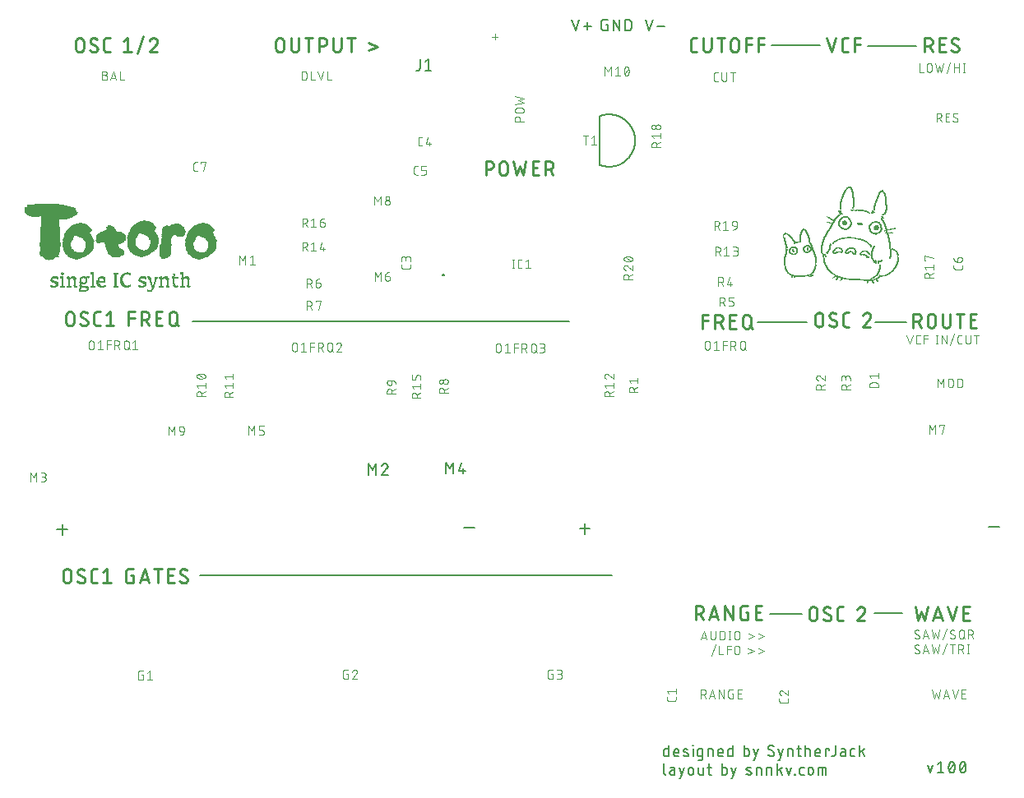
<source format=gbr>
G04 EAGLE Gerber RS-274X export*
G75*
%MOMM*%
%FSLAX34Y34*%
%LPD*%
%INSilkscreen Top*%
%IPPOS*%
%AMOC8*
5,1,8,0,0,1.08239X$1,22.5*%
G01*
%ADD10C,0.228600*%
%ADD11C,0.101600*%
%ADD12C,0.150000*%
%ADD13C,0.127000*%
%ADD14R,0.053338X0.017775*%
%ADD15R,0.071119X0.017781*%
%ADD16R,0.088900X0.017781*%
%ADD17R,0.106681X0.017775*%
%ADD18R,0.124456X0.017775*%
%ADD19R,0.106681X0.017781*%
%ADD20R,0.142238X0.017781*%
%ADD21R,0.124456X0.017781*%
%ADD22R,0.160019X0.017781*%
%ADD23R,0.160019X0.017775*%
%ADD24R,0.177800X0.017781*%
%ADD25R,0.177800X0.017775*%
%ADD26R,0.142238X0.017775*%
%ADD27R,0.195581X0.017781*%
%ADD28R,0.053338X0.017781*%
%ADD29R,0.693419X0.017781*%
%ADD30R,0.071119X0.017775*%
%ADD31R,0.960119X0.017775*%
%ADD32R,1.262375X0.017781*%
%ADD33R,1.582419X0.017775*%
%ADD34R,1.280156X0.017781*%
%ADD35R,0.035556X0.017781*%
%ADD36R,0.337819X0.017781*%
%ADD37R,1.369056X0.017781*%
%ADD38R,0.266700X0.017781*%
%ADD39R,1.333500X0.017775*%
%ADD40R,0.248919X0.017775*%
%ADD41R,0.195575X0.017781*%
%ADD42R,1.297937X0.017781*%
%ADD43R,0.231138X0.017781*%
%ADD44R,0.195581X0.017775*%
%ADD45R,0.889000X0.017775*%
%ADD46R,0.231138X0.017775*%
%ADD47R,0.462281X0.017781*%
%ADD48R,0.408938X0.017775*%
%ADD49R,0.088900X0.017775*%
%ADD50R,0.266700X0.017775*%
%ADD51R,0.302256X0.017775*%
%ADD52R,0.284481X0.017781*%
%ADD53R,0.284475X0.017781*%
%ADD54R,0.284481X0.017775*%
%ADD55R,0.124463X0.017775*%
%ADD56R,0.124463X0.017781*%
%ADD57R,0.106675X0.017775*%
%ADD58R,0.248919X0.017781*%
%ADD59R,0.213356X0.017781*%
%ADD60R,1.031238X0.017781*%
%ADD61R,1.155700X0.017781*%
%ADD62R,0.444500X0.017781*%
%ADD63R,1.280156X0.017775*%
%ADD64R,0.373381X0.017775*%
%ADD65R,0.604519X0.017781*%
%ADD66R,0.586738X0.017781*%
%ADD67R,0.355600X0.017781*%
%ADD68R,0.373375X0.017775*%
%ADD69R,0.675638X0.017775*%
%ADD70R,0.551175X0.017781*%
%ADD71R,0.213363X0.017781*%
%ADD72R,0.373375X0.017781*%
%ADD73R,0.106675X0.017781*%
%ADD74R,0.693419X0.017775*%
%ADD75R,0.035556X0.017775*%
%ADD76R,0.213363X0.017775*%
%ADD77R,0.017781X0.017781*%
%ADD78R,0.551175X0.017775*%
%ADD79R,0.195575X0.017775*%
%ADD80R,0.426719X0.017781*%
%ADD81R,0.017775X0.017781*%
%ADD82R,0.337819X0.017775*%
%ADD83R,0.391156X0.017781*%
%ADD84R,0.017781X0.017775*%
%ADD85R,0.426719X0.017775*%
%ADD86R,0.480056X0.017781*%
%ADD87R,0.284475X0.017775*%
%ADD88R,0.213356X0.017775*%
%ADD89R,0.568956X0.017781*%
%ADD90R,0.320038X0.017775*%
%ADD91R,0.568956X0.017775*%
%ADD92R,0.462281X0.017775*%
%ADD93R,0.302256X0.017781*%
%ADD94R,0.320038X0.017781*%
%ADD95R,0.391163X0.017781*%
%ADD96R,0.711200X0.017781*%
%ADD97R,0.657863X0.017781*%
%ADD98R,0.497838X0.017781*%
%ADD99R,0.533400X0.017775*%
%ADD100R,0.480063X0.017781*%
%ADD101R,0.408938X0.017781*%
%ADD102R,0.355600X0.017775*%
%ADD103R,0.302262X0.017775*%
%ADD104R,0.657856X0.017775*%
%ADD105R,0.444500X0.017775*%
%ADD106R,1.209037X0.017781*%
%ADD107R,0.977900X0.017775*%
%ADD108R,0.817881X0.017781*%
%ADD109R,0.373381X0.017781*%
%ADD110R,0.533400X0.017781*%
%ADD111R,0.586738X0.017775*%
%ADD112R,0.657856X0.017781*%
%ADD113R,0.017775X0.017775*%
%ADD114R,0.746756X0.017775*%
%ADD115R,0.746756X0.017781*%
%ADD116R,0.640081X0.017781*%
%ADD117R,0.515619X0.017775*%
%ADD118R,0.515619X0.017781*%
%ADD119R,0.302262X0.017781*%
%ADD120R,0.391156X0.017775*%
%ADD121R,0.480056X0.017775*%
%ADD122R,0.462275X0.017775*%
%ADD123R,0.497838X0.017775*%
%ADD124R,0.764538X0.017781*%
%ADD125R,0.622300X0.017781*%
%ADD126R,0.906775X0.017781*%
%ADD127R,0.152400X0.025400*%
%ADD128R,0.127000X0.025400*%
%ADD129R,0.533400X0.025400*%
%ADD130R,0.381000X0.025400*%
%ADD131R,0.685800X0.025400*%
%ADD132R,0.457200X0.025400*%
%ADD133R,0.762000X0.025400*%
%ADD134R,0.508000X0.025400*%
%ADD135R,0.838200X0.025400*%
%ADD136R,0.304800X0.025400*%
%ADD137R,0.355600X0.025400*%
%ADD138R,0.558800X0.025400*%
%ADD139R,0.228600X0.025400*%
%ADD140R,0.254000X0.025400*%
%ADD141R,0.177800X0.025400*%
%ADD142R,0.203200X0.025400*%
%ADD143R,0.025400X0.025400*%
%ADD144R,0.482600X0.025400*%
%ADD145R,0.279400X0.025400*%
%ADD146R,0.889000X0.025400*%
%ADD147R,0.330200X0.025400*%
%ADD148R,0.914400X0.025400*%
%ADD149R,0.609600X0.025400*%
%ADD150R,0.635000X0.025400*%
%ADD151R,0.736600X0.025400*%
%ADD152R,0.431800X0.025400*%
%ADD153R,0.812800X0.025400*%
%ADD154R,0.711200X0.025400*%
%ADD155R,0.863600X0.025400*%
%ADD156R,0.787400X0.025400*%
%ADD157R,0.050800X0.025400*%
%ADD158R,0.406400X0.025400*%
%ADD159R,0.101600X0.025400*%
%ADD160R,0.660400X0.025400*%
%ADD161R,0.076200X0.025400*%
%ADD162R,0.584200X0.025400*%
%ADD163R,0.939800X0.025400*%
%ADD164R,1.016000X0.025400*%
%ADD165R,1.066800X0.025400*%
%ADD166R,1.117600X0.025400*%
%ADD167R,1.041400X0.025400*%
%ADD168R,1.168400X0.025400*%
%ADD169R,1.219200X0.025400*%
%ADD170R,1.270000X0.025400*%
%ADD171R,1.371600X0.025400*%
%ADD172R,1.549400X0.025400*%
%ADD173R,1.473200X0.025400*%
%ADD174R,1.600200X0.025400*%
%ADD175R,1.574800X0.025400*%
%ADD176R,1.651000X0.025400*%
%ADD177R,1.676400X0.025400*%
%ADD178R,1.701800X0.025400*%
%ADD179R,1.727200X0.025400*%
%ADD180R,1.854200X0.025400*%
%ADD181R,1.803400X0.025400*%
%ADD182R,0.990600X0.025400*%
%ADD183R,0.965200X0.025400*%
%ADD184R,1.879600X0.025400*%
%ADD185R,1.092200X0.025400*%
%ADD186R,1.930400X0.025400*%
%ADD187R,1.346200X0.025400*%
%ADD188R,2.006600X0.025400*%
%ADD189R,1.397000X0.025400*%
%ADD190R,1.981200X0.025400*%
%ADD191R,2.057400X0.025400*%
%ADD192R,1.422400X0.025400*%
%ADD193R,1.295400X0.025400*%
%ADD194R,2.082800X0.025400*%
%ADD195R,2.133600X0.025400*%
%ADD196R,1.955800X0.025400*%
%ADD197R,2.184400X0.025400*%
%ADD198R,1.498600X0.025400*%
%ADD199R,2.209800X0.025400*%
%ADD200R,2.235200X0.025400*%
%ADD201R,1.524000X0.025400*%
%ADD202R,2.311400X0.025400*%
%ADD203R,2.286000X0.025400*%
%ADD204R,2.362200X0.025400*%
%ADD205R,1.143000X0.025400*%
%ADD206R,2.387600X0.025400*%
%ADD207R,1.625600X0.025400*%
%ADD208R,2.413000X0.025400*%
%ADD209R,2.463800X0.025400*%
%ADD210R,2.514600X0.025400*%
%ADD211R,1.193800X0.025400*%
%ADD212R,2.032000X0.025400*%
%ADD213R,1.752600X0.025400*%
%ADD214R,2.260600X0.025400*%
%ADD215R,2.108200X0.025400*%
%ADD216R,1.828800X0.025400*%
%ADD217R,1.905000X0.025400*%
%ADD218R,2.794000X0.025400*%
%ADD219R,2.819400X0.025400*%
%ADD220R,2.844800X0.025400*%
%ADD221R,2.895600X0.025400*%
%ADD222R,2.921000X0.025400*%
%ADD223R,2.946400X0.025400*%
%ADD224R,2.971800X0.025400*%
%ADD225R,2.997200X0.025400*%
%ADD226R,3.022600X0.025400*%
%ADD227R,3.048000X0.025400*%
%ADD228R,3.073400X0.025400*%
%ADD229R,3.098800X0.025400*%
%ADD230R,1.244600X0.025400*%
%ADD231R,1.320800X0.025400*%
%ADD232R,1.447800X0.025400*%
%ADD233R,2.768600X0.025400*%
%ADD234R,2.743200X0.025400*%
%ADD235R,2.717800X0.025400*%
%ADD236R,2.336800X0.025400*%
%ADD237R,2.692400X0.025400*%
%ADD238R,2.667000X0.025400*%
%ADD239R,2.641600X0.025400*%
%ADD240R,2.590800X0.025400*%
%ADD241R,2.616200X0.025400*%
%ADD242R,2.540000X0.025400*%
%ADD243R,2.438400X0.025400*%
%ADD244R,2.489200X0.025400*%
%ADD245R,2.565400X0.025400*%
%ADD246R,2.159000X0.025400*%
%ADD247R,1.778000X0.025400*%
%ADD248R,3.124200X0.025400*%
%ADD249R,3.175000X0.025400*%
%ADD250R,3.225800X0.025400*%
%ADD251R,3.251200X0.025400*%
%ADD252R,3.302000X0.025400*%
%ADD253R,4.470400X0.025400*%
%ADD254R,4.572000X0.025400*%
%ADD255R,4.673600X0.025400*%
%ADD256R,4.775200X0.025400*%
%ADD257R,4.851400X0.025400*%
%ADD258R,4.953000X0.025400*%
%ADD259R,5.029200X0.025400*%
%ADD260R,5.105400X0.025400*%
%ADD261R,5.181600X0.025400*%
%ADD262R,5.257800X0.025400*%
%ADD263R,5.308600X0.025400*%
%ADD264R,5.334000X0.025400*%
%ADD265R,5.359400X0.025400*%
%ADD266R,5.283200X0.025400*%
%ADD267R,5.054600X0.025400*%
%ADD268R,4.521200X0.025400*%
%ADD269R,4.445000X0.025400*%
%ADD270R,4.343400X0.025400*%
%ADD271R,4.241800X0.025400*%
%ADD272R,4.140200X0.025400*%
%ADD273R,4.038600X0.025400*%
%ADD274R,3.937000X0.025400*%
%ADD275R,3.810000X0.025400*%
%ADD276R,3.606800X0.025400*%
%ADD277R,3.276600X0.025400*%
%ADD278C,0.152400*%
%ADD279C,0.203200*%
%ADD280C,0.076200*%


D10*
X269143Y715165D02*
X269143Y721599D01*
X269145Y721724D01*
X269151Y721849D01*
X269160Y721974D01*
X269174Y722098D01*
X269192Y722222D01*
X269213Y722345D01*
X269238Y722468D01*
X269267Y722590D01*
X269300Y722710D01*
X269336Y722830D01*
X269376Y722948D01*
X269420Y723066D01*
X269467Y723181D01*
X269518Y723296D01*
X269573Y723408D01*
X269631Y723519D01*
X269692Y723628D01*
X269757Y723735D01*
X269825Y723840D01*
X269896Y723943D01*
X269971Y724043D01*
X270049Y724141D01*
X270129Y724237D01*
X270213Y724330D01*
X270299Y724421D01*
X270388Y724509D01*
X270480Y724594D01*
X270574Y724676D01*
X270671Y724755D01*
X270771Y724831D01*
X270872Y724904D01*
X270976Y724973D01*
X271082Y725040D01*
X271190Y725103D01*
X271300Y725163D01*
X271412Y725219D01*
X271525Y725272D01*
X271640Y725321D01*
X271757Y725366D01*
X271875Y725408D01*
X271994Y725447D01*
X272114Y725481D01*
X272235Y725512D01*
X272357Y725539D01*
X272480Y725562D01*
X272604Y725582D01*
X272728Y725597D01*
X272853Y725609D01*
X272977Y725617D01*
X273102Y725621D01*
X273228Y725621D01*
X273353Y725617D01*
X273477Y725609D01*
X273602Y725597D01*
X273726Y725582D01*
X273850Y725562D01*
X273973Y725539D01*
X274095Y725512D01*
X274216Y725481D01*
X274336Y725447D01*
X274455Y725408D01*
X274573Y725366D01*
X274690Y725321D01*
X274805Y725272D01*
X274918Y725219D01*
X275030Y725163D01*
X275140Y725103D01*
X275248Y725040D01*
X275354Y724973D01*
X275458Y724904D01*
X275559Y724831D01*
X275659Y724755D01*
X275756Y724676D01*
X275850Y724594D01*
X275942Y724509D01*
X276031Y724421D01*
X276117Y724330D01*
X276201Y724237D01*
X276281Y724141D01*
X276359Y724043D01*
X276434Y723943D01*
X276505Y723840D01*
X276573Y723735D01*
X276638Y723628D01*
X276699Y723519D01*
X276757Y723408D01*
X276812Y723296D01*
X276863Y723181D01*
X276910Y723066D01*
X276954Y722948D01*
X276994Y722830D01*
X277030Y722710D01*
X277063Y722590D01*
X277092Y722468D01*
X277117Y722345D01*
X277138Y722222D01*
X277156Y722098D01*
X277170Y721974D01*
X277179Y721849D01*
X277185Y721724D01*
X277187Y721599D01*
X277186Y721599D02*
X277186Y715165D01*
X277187Y715165D02*
X277185Y715040D01*
X277179Y714915D01*
X277170Y714790D01*
X277156Y714666D01*
X277138Y714542D01*
X277117Y714419D01*
X277092Y714296D01*
X277063Y714174D01*
X277030Y714054D01*
X276994Y713934D01*
X276954Y713816D01*
X276910Y713698D01*
X276863Y713583D01*
X276812Y713468D01*
X276757Y713356D01*
X276699Y713245D01*
X276638Y713136D01*
X276573Y713029D01*
X276505Y712924D01*
X276434Y712821D01*
X276359Y712721D01*
X276281Y712623D01*
X276201Y712527D01*
X276117Y712434D01*
X276031Y712343D01*
X275942Y712255D01*
X275850Y712170D01*
X275756Y712088D01*
X275659Y712009D01*
X275559Y711933D01*
X275458Y711860D01*
X275354Y711791D01*
X275248Y711724D01*
X275140Y711661D01*
X275030Y711601D01*
X274918Y711545D01*
X274805Y711492D01*
X274690Y711443D01*
X274573Y711398D01*
X274455Y711356D01*
X274336Y711317D01*
X274216Y711283D01*
X274095Y711252D01*
X273973Y711225D01*
X273850Y711202D01*
X273726Y711182D01*
X273602Y711167D01*
X273477Y711155D01*
X273353Y711147D01*
X273228Y711143D01*
X273102Y711143D01*
X272977Y711147D01*
X272853Y711155D01*
X272728Y711167D01*
X272604Y711182D01*
X272480Y711202D01*
X272357Y711225D01*
X272235Y711252D01*
X272114Y711283D01*
X271994Y711317D01*
X271875Y711356D01*
X271757Y711398D01*
X271640Y711443D01*
X271525Y711492D01*
X271412Y711545D01*
X271300Y711601D01*
X271190Y711661D01*
X271082Y711724D01*
X270976Y711791D01*
X270872Y711860D01*
X270771Y711933D01*
X270671Y712009D01*
X270574Y712088D01*
X270480Y712170D01*
X270388Y712255D01*
X270299Y712343D01*
X270213Y712434D01*
X270129Y712527D01*
X270049Y712623D01*
X269971Y712721D01*
X269896Y712821D01*
X269825Y712924D01*
X269757Y713029D01*
X269692Y713136D01*
X269631Y713245D01*
X269573Y713356D01*
X269518Y713468D01*
X269467Y713583D01*
X269420Y713698D01*
X269376Y713816D01*
X269336Y713934D01*
X269300Y714054D01*
X269267Y714174D01*
X269238Y714296D01*
X269213Y714419D01*
X269192Y714542D01*
X269174Y714666D01*
X269160Y714790D01*
X269151Y714915D01*
X269145Y715040D01*
X269143Y715165D01*
X284504Y715165D02*
X284504Y725621D01*
X284504Y715165D02*
X284506Y715040D01*
X284512Y714915D01*
X284521Y714790D01*
X284535Y714666D01*
X284553Y714542D01*
X284574Y714419D01*
X284599Y714296D01*
X284628Y714174D01*
X284661Y714054D01*
X284697Y713934D01*
X284737Y713816D01*
X284781Y713698D01*
X284828Y713583D01*
X284879Y713468D01*
X284934Y713356D01*
X284992Y713245D01*
X285053Y713136D01*
X285118Y713029D01*
X285186Y712924D01*
X285257Y712821D01*
X285332Y712721D01*
X285410Y712623D01*
X285490Y712527D01*
X285574Y712434D01*
X285660Y712343D01*
X285749Y712255D01*
X285841Y712170D01*
X285935Y712088D01*
X286032Y712009D01*
X286132Y711933D01*
X286233Y711860D01*
X286337Y711791D01*
X286443Y711724D01*
X286551Y711661D01*
X286661Y711601D01*
X286773Y711545D01*
X286886Y711492D01*
X287001Y711443D01*
X287118Y711398D01*
X287236Y711356D01*
X287355Y711317D01*
X287475Y711283D01*
X287596Y711252D01*
X287718Y711225D01*
X287841Y711202D01*
X287965Y711182D01*
X288089Y711167D01*
X288214Y711155D01*
X288338Y711147D01*
X288463Y711143D01*
X288589Y711143D01*
X288714Y711147D01*
X288838Y711155D01*
X288963Y711167D01*
X289087Y711182D01*
X289211Y711202D01*
X289334Y711225D01*
X289456Y711252D01*
X289577Y711283D01*
X289697Y711317D01*
X289816Y711356D01*
X289934Y711398D01*
X290051Y711443D01*
X290166Y711492D01*
X290279Y711545D01*
X290391Y711601D01*
X290501Y711661D01*
X290609Y711724D01*
X290715Y711791D01*
X290819Y711860D01*
X290920Y711933D01*
X291020Y712009D01*
X291117Y712088D01*
X291211Y712170D01*
X291303Y712255D01*
X291392Y712343D01*
X291478Y712434D01*
X291562Y712527D01*
X291642Y712623D01*
X291720Y712721D01*
X291795Y712821D01*
X291866Y712924D01*
X291934Y713029D01*
X291999Y713136D01*
X292060Y713245D01*
X292118Y713356D01*
X292173Y713468D01*
X292224Y713583D01*
X292271Y713698D01*
X292315Y713816D01*
X292355Y713934D01*
X292391Y714054D01*
X292424Y714174D01*
X292453Y714296D01*
X292478Y714419D01*
X292499Y714542D01*
X292517Y714666D01*
X292531Y714790D01*
X292540Y714915D01*
X292546Y715040D01*
X292548Y715165D01*
X292548Y725621D01*
X302896Y725621D02*
X302896Y711143D01*
X298875Y725621D02*
X306918Y725621D01*
X313527Y725621D02*
X313527Y711143D01*
X313527Y725621D02*
X317549Y725621D01*
X317674Y725619D01*
X317799Y725613D01*
X317924Y725604D01*
X318048Y725590D01*
X318172Y725572D01*
X318295Y725551D01*
X318418Y725526D01*
X318540Y725497D01*
X318660Y725464D01*
X318780Y725428D01*
X318898Y725388D01*
X319016Y725344D01*
X319131Y725297D01*
X319246Y725246D01*
X319358Y725191D01*
X319469Y725133D01*
X319578Y725072D01*
X319685Y725007D01*
X319790Y724939D01*
X319893Y724868D01*
X319993Y724793D01*
X320091Y724715D01*
X320187Y724635D01*
X320280Y724551D01*
X320371Y724465D01*
X320459Y724376D01*
X320544Y724284D01*
X320626Y724190D01*
X320705Y724093D01*
X320781Y723993D01*
X320854Y723892D01*
X320923Y723788D01*
X320990Y723682D01*
X321053Y723574D01*
X321113Y723464D01*
X321169Y723352D01*
X321222Y723239D01*
X321271Y723124D01*
X321316Y723007D01*
X321358Y722889D01*
X321397Y722770D01*
X321431Y722650D01*
X321462Y722529D01*
X321489Y722407D01*
X321512Y722284D01*
X321532Y722160D01*
X321547Y722036D01*
X321559Y721911D01*
X321567Y721787D01*
X321571Y721662D01*
X321571Y721536D01*
X321567Y721411D01*
X321559Y721287D01*
X321547Y721162D01*
X321532Y721038D01*
X321512Y720914D01*
X321489Y720791D01*
X321462Y720669D01*
X321431Y720548D01*
X321397Y720428D01*
X321358Y720309D01*
X321316Y720191D01*
X321271Y720074D01*
X321222Y719959D01*
X321169Y719846D01*
X321113Y719734D01*
X321053Y719624D01*
X320990Y719516D01*
X320923Y719410D01*
X320854Y719306D01*
X320781Y719205D01*
X320705Y719105D01*
X320626Y719008D01*
X320544Y718914D01*
X320459Y718822D01*
X320371Y718733D01*
X320280Y718647D01*
X320187Y718563D01*
X320091Y718483D01*
X319993Y718405D01*
X319893Y718330D01*
X319790Y718259D01*
X319685Y718191D01*
X319578Y718126D01*
X319469Y718065D01*
X319358Y718007D01*
X319246Y717952D01*
X319131Y717901D01*
X319016Y717854D01*
X318898Y717810D01*
X318780Y717770D01*
X318660Y717734D01*
X318540Y717701D01*
X318418Y717672D01*
X318295Y717647D01*
X318172Y717626D01*
X318048Y717608D01*
X317924Y717594D01*
X317799Y717585D01*
X317674Y717579D01*
X317549Y717577D01*
X317549Y717578D02*
X313527Y717578D01*
X328111Y715165D02*
X328111Y725621D01*
X328110Y715165D02*
X328112Y715040D01*
X328118Y714915D01*
X328127Y714790D01*
X328141Y714666D01*
X328159Y714542D01*
X328180Y714419D01*
X328205Y714296D01*
X328234Y714174D01*
X328267Y714054D01*
X328303Y713934D01*
X328343Y713816D01*
X328387Y713698D01*
X328434Y713583D01*
X328485Y713468D01*
X328540Y713356D01*
X328598Y713245D01*
X328659Y713136D01*
X328724Y713029D01*
X328792Y712924D01*
X328863Y712821D01*
X328938Y712721D01*
X329016Y712623D01*
X329096Y712527D01*
X329180Y712434D01*
X329266Y712343D01*
X329355Y712255D01*
X329447Y712170D01*
X329541Y712088D01*
X329638Y712009D01*
X329738Y711933D01*
X329839Y711860D01*
X329943Y711791D01*
X330049Y711724D01*
X330157Y711661D01*
X330267Y711601D01*
X330379Y711545D01*
X330492Y711492D01*
X330607Y711443D01*
X330724Y711398D01*
X330842Y711356D01*
X330961Y711317D01*
X331081Y711283D01*
X331202Y711252D01*
X331324Y711225D01*
X331447Y711202D01*
X331571Y711182D01*
X331695Y711167D01*
X331820Y711155D01*
X331944Y711147D01*
X332069Y711143D01*
X332195Y711143D01*
X332320Y711147D01*
X332444Y711155D01*
X332569Y711167D01*
X332693Y711182D01*
X332817Y711202D01*
X332940Y711225D01*
X333062Y711252D01*
X333183Y711283D01*
X333303Y711317D01*
X333422Y711356D01*
X333540Y711398D01*
X333657Y711443D01*
X333772Y711492D01*
X333885Y711545D01*
X333997Y711601D01*
X334107Y711661D01*
X334215Y711724D01*
X334321Y711791D01*
X334425Y711860D01*
X334526Y711933D01*
X334626Y712009D01*
X334723Y712088D01*
X334817Y712170D01*
X334909Y712255D01*
X334998Y712343D01*
X335084Y712434D01*
X335168Y712527D01*
X335248Y712623D01*
X335326Y712721D01*
X335401Y712821D01*
X335472Y712924D01*
X335540Y713029D01*
X335605Y713136D01*
X335666Y713245D01*
X335724Y713356D01*
X335779Y713468D01*
X335830Y713583D01*
X335877Y713698D01*
X335921Y713816D01*
X335961Y713934D01*
X335997Y714054D01*
X336030Y714174D01*
X336059Y714296D01*
X336084Y714419D01*
X336105Y714542D01*
X336123Y714666D01*
X336137Y714790D01*
X336146Y714915D01*
X336152Y715040D01*
X336154Y715165D01*
X336154Y725621D01*
X346502Y725621D02*
X346502Y711143D01*
X342481Y725621D02*
X350524Y725621D01*
X364471Y720795D02*
X374123Y716773D01*
X364471Y712752D01*
X63143Y715165D02*
X63143Y721599D01*
X63145Y721724D01*
X63151Y721849D01*
X63160Y721974D01*
X63174Y722098D01*
X63192Y722222D01*
X63213Y722345D01*
X63238Y722468D01*
X63267Y722590D01*
X63300Y722710D01*
X63336Y722830D01*
X63376Y722948D01*
X63420Y723066D01*
X63467Y723181D01*
X63518Y723296D01*
X63573Y723408D01*
X63631Y723519D01*
X63692Y723628D01*
X63757Y723735D01*
X63825Y723840D01*
X63896Y723943D01*
X63971Y724043D01*
X64049Y724141D01*
X64129Y724237D01*
X64213Y724330D01*
X64299Y724421D01*
X64388Y724509D01*
X64480Y724594D01*
X64574Y724676D01*
X64671Y724755D01*
X64771Y724831D01*
X64872Y724904D01*
X64976Y724973D01*
X65082Y725040D01*
X65190Y725103D01*
X65300Y725163D01*
X65412Y725219D01*
X65525Y725272D01*
X65640Y725321D01*
X65757Y725366D01*
X65875Y725408D01*
X65994Y725447D01*
X66114Y725481D01*
X66235Y725512D01*
X66357Y725539D01*
X66480Y725562D01*
X66604Y725582D01*
X66728Y725597D01*
X66853Y725609D01*
X66977Y725617D01*
X67102Y725621D01*
X67228Y725621D01*
X67353Y725617D01*
X67477Y725609D01*
X67602Y725597D01*
X67726Y725582D01*
X67850Y725562D01*
X67973Y725539D01*
X68095Y725512D01*
X68216Y725481D01*
X68336Y725447D01*
X68455Y725408D01*
X68573Y725366D01*
X68690Y725321D01*
X68805Y725272D01*
X68918Y725219D01*
X69030Y725163D01*
X69140Y725103D01*
X69248Y725040D01*
X69354Y724973D01*
X69458Y724904D01*
X69559Y724831D01*
X69659Y724755D01*
X69756Y724676D01*
X69850Y724594D01*
X69942Y724509D01*
X70031Y724421D01*
X70117Y724330D01*
X70201Y724237D01*
X70281Y724141D01*
X70359Y724043D01*
X70434Y723943D01*
X70505Y723840D01*
X70573Y723735D01*
X70638Y723628D01*
X70699Y723519D01*
X70757Y723408D01*
X70812Y723296D01*
X70863Y723181D01*
X70910Y723066D01*
X70954Y722948D01*
X70994Y722830D01*
X71030Y722710D01*
X71063Y722590D01*
X71092Y722468D01*
X71117Y722345D01*
X71138Y722222D01*
X71156Y722098D01*
X71170Y721974D01*
X71179Y721849D01*
X71185Y721724D01*
X71187Y721599D01*
X71186Y721599D02*
X71186Y715165D01*
X71187Y715165D02*
X71185Y715040D01*
X71179Y714915D01*
X71170Y714790D01*
X71156Y714666D01*
X71138Y714542D01*
X71117Y714419D01*
X71092Y714296D01*
X71063Y714174D01*
X71030Y714054D01*
X70994Y713934D01*
X70954Y713816D01*
X70910Y713698D01*
X70863Y713583D01*
X70812Y713468D01*
X70757Y713356D01*
X70699Y713245D01*
X70638Y713136D01*
X70573Y713029D01*
X70505Y712924D01*
X70434Y712821D01*
X70359Y712721D01*
X70281Y712623D01*
X70201Y712527D01*
X70117Y712434D01*
X70031Y712343D01*
X69942Y712255D01*
X69850Y712170D01*
X69756Y712088D01*
X69659Y712009D01*
X69559Y711933D01*
X69458Y711860D01*
X69354Y711791D01*
X69248Y711724D01*
X69140Y711661D01*
X69030Y711601D01*
X68918Y711545D01*
X68805Y711492D01*
X68690Y711443D01*
X68573Y711398D01*
X68455Y711356D01*
X68336Y711317D01*
X68216Y711283D01*
X68095Y711252D01*
X67973Y711225D01*
X67850Y711202D01*
X67726Y711182D01*
X67602Y711167D01*
X67477Y711155D01*
X67353Y711147D01*
X67228Y711143D01*
X67102Y711143D01*
X66977Y711147D01*
X66853Y711155D01*
X66728Y711167D01*
X66604Y711182D01*
X66480Y711202D01*
X66357Y711225D01*
X66235Y711252D01*
X66114Y711283D01*
X65994Y711317D01*
X65875Y711356D01*
X65757Y711398D01*
X65640Y711443D01*
X65525Y711492D01*
X65412Y711545D01*
X65300Y711601D01*
X65190Y711661D01*
X65082Y711724D01*
X64976Y711791D01*
X64872Y711860D01*
X64771Y711933D01*
X64671Y712009D01*
X64574Y712088D01*
X64480Y712170D01*
X64388Y712255D01*
X64299Y712343D01*
X64213Y712434D01*
X64129Y712527D01*
X64049Y712623D01*
X63971Y712721D01*
X63896Y712821D01*
X63825Y712924D01*
X63757Y713029D01*
X63692Y713136D01*
X63631Y713245D01*
X63573Y713356D01*
X63518Y713468D01*
X63467Y713583D01*
X63420Y713698D01*
X63376Y713816D01*
X63336Y713934D01*
X63300Y714054D01*
X63267Y714174D01*
X63238Y714296D01*
X63213Y714419D01*
X63192Y714542D01*
X63174Y714666D01*
X63160Y714790D01*
X63151Y714915D01*
X63145Y715040D01*
X63143Y715165D01*
X82339Y711143D02*
X82451Y711145D01*
X82563Y711151D01*
X82675Y711161D01*
X82787Y711174D01*
X82898Y711192D01*
X83008Y711213D01*
X83117Y711239D01*
X83226Y711268D01*
X83333Y711300D01*
X83439Y711337D01*
X83544Y711377D01*
X83647Y711421D01*
X83749Y711469D01*
X83849Y711520D01*
X83947Y711574D01*
X84044Y711632D01*
X84138Y711693D01*
X84230Y711757D01*
X84320Y711825D01*
X84407Y711896D01*
X84492Y711969D01*
X84574Y712046D01*
X84653Y712125D01*
X84730Y712207D01*
X84803Y712292D01*
X84874Y712379D01*
X84942Y712469D01*
X85006Y712561D01*
X85067Y712655D01*
X85125Y712752D01*
X85179Y712850D01*
X85230Y712950D01*
X85278Y713052D01*
X85322Y713155D01*
X85362Y713260D01*
X85399Y713366D01*
X85431Y713473D01*
X85460Y713582D01*
X85486Y713691D01*
X85507Y713801D01*
X85525Y713912D01*
X85538Y714024D01*
X85548Y714136D01*
X85554Y714248D01*
X85556Y714360D01*
X82339Y711143D02*
X82176Y711145D01*
X82014Y711151D01*
X81852Y711161D01*
X81689Y711174D01*
X81528Y711192D01*
X81367Y711213D01*
X81206Y711238D01*
X81046Y711267D01*
X80887Y711300D01*
X80728Y711337D01*
X80571Y711377D01*
X80414Y711421D01*
X80259Y711469D01*
X80105Y711521D01*
X79952Y711576D01*
X79800Y711635D01*
X79650Y711698D01*
X79501Y711764D01*
X79354Y711833D01*
X79209Y711906D01*
X79066Y711983D01*
X78924Y712063D01*
X78784Y712146D01*
X78647Y712233D01*
X78511Y712323D01*
X78378Y712416D01*
X78247Y712513D01*
X78118Y712612D01*
X77992Y712715D01*
X77868Y712820D01*
X77747Y712929D01*
X77629Y713040D01*
X77513Y713154D01*
X77916Y722404D02*
X77918Y722516D01*
X77924Y722628D01*
X77934Y722740D01*
X77947Y722852D01*
X77965Y722963D01*
X77986Y723073D01*
X78012Y723182D01*
X78041Y723291D01*
X78073Y723398D01*
X78110Y723504D01*
X78150Y723609D01*
X78194Y723712D01*
X78242Y723814D01*
X78293Y723914D01*
X78347Y724013D01*
X78405Y724109D01*
X78466Y724203D01*
X78530Y724295D01*
X78598Y724385D01*
X78669Y724472D01*
X78742Y724557D01*
X78819Y724639D01*
X78898Y724718D01*
X78980Y724795D01*
X79065Y724868D01*
X79152Y724939D01*
X79242Y725007D01*
X79334Y725071D01*
X79428Y725132D01*
X79525Y725190D01*
X79623Y725244D01*
X79723Y725295D01*
X79825Y725343D01*
X79928Y725387D01*
X80033Y725427D01*
X80139Y725464D01*
X80246Y725496D01*
X80355Y725525D01*
X80464Y725551D01*
X80574Y725572D01*
X80685Y725590D01*
X80797Y725603D01*
X80909Y725613D01*
X81021Y725619D01*
X81133Y725621D01*
X81282Y725619D01*
X81432Y725614D01*
X81581Y725604D01*
X81729Y725591D01*
X81878Y725575D01*
X82026Y725555D01*
X82173Y725531D01*
X82320Y725503D01*
X82466Y725472D01*
X82611Y725437D01*
X82755Y725399D01*
X82899Y725357D01*
X83041Y725311D01*
X83182Y725262D01*
X83322Y725210D01*
X83460Y725154D01*
X83597Y725095D01*
X83733Y725032D01*
X83867Y724966D01*
X83999Y724897D01*
X84129Y724824D01*
X84258Y724749D01*
X84385Y724670D01*
X84510Y724588D01*
X84632Y724503D01*
X84753Y724414D01*
X79524Y719588D02*
X79427Y719648D01*
X79333Y719710D01*
X79241Y719776D01*
X79151Y719844D01*
X79064Y719916D01*
X78979Y719991D01*
X78897Y720069D01*
X78817Y720149D01*
X78741Y720232D01*
X78667Y720318D01*
X78596Y720407D01*
X78529Y720497D01*
X78465Y720590D01*
X78403Y720685D01*
X78346Y720783D01*
X78291Y720882D01*
X78240Y720983D01*
X78193Y721085D01*
X78149Y721190D01*
X78109Y721295D01*
X78072Y721402D01*
X78039Y721511D01*
X78010Y721620D01*
X77985Y721730D01*
X77964Y721841D01*
X77946Y721953D01*
X77933Y722065D01*
X77923Y722178D01*
X77917Y722291D01*
X77915Y722404D01*
X83948Y717175D02*
X84045Y717116D01*
X84139Y717054D01*
X84231Y716988D01*
X84321Y716920D01*
X84408Y716848D01*
X84493Y716773D01*
X84575Y716695D01*
X84655Y716615D01*
X84731Y716532D01*
X84805Y716446D01*
X84876Y716357D01*
X84943Y716267D01*
X85007Y716174D01*
X85069Y716079D01*
X85126Y715981D01*
X85181Y715882D01*
X85232Y715781D01*
X85279Y715679D01*
X85323Y715574D01*
X85363Y715469D01*
X85400Y715362D01*
X85433Y715253D01*
X85462Y715144D01*
X85487Y715034D01*
X85508Y714923D01*
X85526Y714811D01*
X85539Y714699D01*
X85549Y714586D01*
X85555Y714473D01*
X85557Y714360D01*
X83948Y717176D02*
X79524Y719589D01*
X95047Y711143D02*
X98264Y711143D01*
X95047Y711143D02*
X94935Y711145D01*
X94823Y711151D01*
X94711Y711161D01*
X94599Y711174D01*
X94488Y711192D01*
X94378Y711213D01*
X94269Y711239D01*
X94160Y711268D01*
X94053Y711300D01*
X93947Y711337D01*
X93842Y711377D01*
X93739Y711421D01*
X93637Y711469D01*
X93537Y711520D01*
X93439Y711574D01*
X93342Y711632D01*
X93248Y711693D01*
X93156Y711757D01*
X93066Y711825D01*
X92979Y711896D01*
X92894Y711969D01*
X92812Y712046D01*
X92733Y712125D01*
X92656Y712207D01*
X92583Y712292D01*
X92512Y712379D01*
X92444Y712469D01*
X92380Y712561D01*
X92319Y712655D01*
X92261Y712752D01*
X92207Y712850D01*
X92156Y712950D01*
X92108Y713052D01*
X92064Y713155D01*
X92024Y713260D01*
X91987Y713366D01*
X91955Y713473D01*
X91926Y713582D01*
X91900Y713691D01*
X91879Y713801D01*
X91861Y713912D01*
X91848Y714024D01*
X91838Y714136D01*
X91832Y714248D01*
X91830Y714360D01*
X91830Y722404D01*
X91832Y722516D01*
X91838Y722628D01*
X91848Y722740D01*
X91861Y722852D01*
X91879Y722963D01*
X91900Y723073D01*
X91926Y723182D01*
X91955Y723291D01*
X91987Y723398D01*
X92024Y723504D01*
X92064Y723609D01*
X92108Y723712D01*
X92156Y723814D01*
X92207Y723914D01*
X92261Y724012D01*
X92319Y724109D01*
X92380Y724203D01*
X92444Y724295D01*
X92512Y724385D01*
X92583Y724472D01*
X92656Y724557D01*
X92733Y724639D01*
X92812Y724718D01*
X92894Y724795D01*
X92979Y724868D01*
X93066Y724939D01*
X93156Y725007D01*
X93248Y725071D01*
X93342Y725132D01*
X93438Y725190D01*
X93537Y725244D01*
X93637Y725295D01*
X93739Y725343D01*
X93842Y725387D01*
X93947Y725427D01*
X94053Y725464D01*
X94160Y725496D01*
X94269Y725525D01*
X94378Y725551D01*
X94488Y725572D01*
X94599Y725590D01*
X94711Y725603D01*
X94823Y725613D01*
X94935Y725619D01*
X95047Y725621D01*
X98264Y725621D01*
X112200Y722404D02*
X116222Y725621D01*
X116222Y711143D01*
X120243Y711143D02*
X112200Y711143D01*
X126384Y709534D02*
X132818Y727230D01*
X143382Y725622D02*
X143500Y725620D01*
X143619Y725614D01*
X143737Y725605D01*
X143855Y725591D01*
X143972Y725574D01*
X144088Y725552D01*
X144204Y725527D01*
X144319Y725499D01*
X144433Y725466D01*
X144546Y725430D01*
X144657Y725390D01*
X144767Y725346D01*
X144876Y725299D01*
X144983Y725249D01*
X145088Y725195D01*
X145192Y725137D01*
X145294Y725076D01*
X145393Y725012D01*
X145491Y724945D01*
X145586Y724874D01*
X145679Y724800D01*
X145769Y724724D01*
X145857Y724644D01*
X145942Y724562D01*
X146024Y724477D01*
X146104Y724389D01*
X146180Y724299D01*
X146254Y724206D01*
X146325Y724111D01*
X146392Y724013D01*
X146456Y723914D01*
X146517Y723812D01*
X146575Y723708D01*
X146629Y723603D01*
X146679Y723496D01*
X146726Y723387D01*
X146770Y723277D01*
X146810Y723166D01*
X146846Y723053D01*
X146879Y722939D01*
X146907Y722824D01*
X146932Y722708D01*
X146954Y722592D01*
X146971Y722475D01*
X146985Y722357D01*
X146994Y722239D01*
X147000Y722120D01*
X147002Y722002D01*
X143382Y725621D02*
X143249Y725619D01*
X143116Y725613D01*
X142984Y725604D01*
X142852Y725591D01*
X142720Y725574D01*
X142588Y725553D01*
X142458Y725528D01*
X142328Y725500D01*
X142199Y725468D01*
X142071Y725432D01*
X141944Y725393D01*
X141818Y725350D01*
X141694Y725304D01*
X141571Y725254D01*
X141449Y725200D01*
X141329Y725143D01*
X141210Y725083D01*
X141094Y725019D01*
X140979Y724952D01*
X140866Y724882D01*
X140756Y724808D01*
X140647Y724732D01*
X140541Y724652D01*
X140437Y724569D01*
X140335Y724484D01*
X140236Y724395D01*
X140139Y724304D01*
X140045Y724210D01*
X139954Y724113D01*
X139866Y724014D01*
X139780Y723912D01*
X139698Y723808D01*
X139618Y723701D01*
X139542Y723593D01*
X139468Y723482D01*
X139398Y723369D01*
X139331Y723254D01*
X139268Y723138D01*
X139207Y723019D01*
X139151Y722899D01*
X139097Y722777D01*
X139047Y722654D01*
X139001Y722530D01*
X138958Y722404D01*
X145795Y719187D02*
X145882Y719271D01*
X145965Y719359D01*
X146046Y719449D01*
X146124Y719542D01*
X146200Y719637D01*
X146272Y719734D01*
X146341Y719833D01*
X146407Y719935D01*
X146470Y720038D01*
X146529Y720144D01*
X146585Y720251D01*
X146638Y720360D01*
X146688Y720470D01*
X146734Y720582D01*
X146776Y720696D01*
X146815Y720811D01*
X146850Y720926D01*
X146882Y721043D01*
X146910Y721161D01*
X146934Y721280D01*
X146955Y721399D01*
X146972Y721519D01*
X146985Y721639D01*
X146994Y721760D01*
X147000Y721881D01*
X147002Y722002D01*
X145795Y719186D02*
X138958Y711143D01*
X147002Y711143D01*
X699360Y711143D02*
X702578Y711143D01*
X699360Y711143D02*
X699248Y711145D01*
X699136Y711151D01*
X699024Y711161D01*
X698912Y711174D01*
X698801Y711192D01*
X698691Y711213D01*
X698582Y711239D01*
X698473Y711268D01*
X698366Y711300D01*
X698260Y711337D01*
X698155Y711377D01*
X698052Y711421D01*
X697950Y711469D01*
X697850Y711520D01*
X697752Y711574D01*
X697655Y711632D01*
X697561Y711693D01*
X697469Y711757D01*
X697379Y711825D01*
X697292Y711896D01*
X697207Y711969D01*
X697125Y712046D01*
X697046Y712125D01*
X696969Y712207D01*
X696896Y712292D01*
X696825Y712379D01*
X696757Y712469D01*
X696693Y712561D01*
X696632Y712655D01*
X696574Y712752D01*
X696520Y712850D01*
X696469Y712950D01*
X696421Y713052D01*
X696377Y713155D01*
X696337Y713260D01*
X696300Y713366D01*
X696268Y713473D01*
X696239Y713582D01*
X696213Y713691D01*
X696192Y713801D01*
X696174Y713912D01*
X696161Y714024D01*
X696151Y714136D01*
X696145Y714248D01*
X696143Y714360D01*
X696143Y722404D01*
X696145Y722516D01*
X696151Y722628D01*
X696161Y722740D01*
X696174Y722852D01*
X696192Y722963D01*
X696213Y723073D01*
X696239Y723182D01*
X696268Y723291D01*
X696300Y723398D01*
X696337Y723504D01*
X696377Y723609D01*
X696421Y723712D01*
X696469Y723814D01*
X696520Y723914D01*
X696574Y724012D01*
X696632Y724109D01*
X696693Y724203D01*
X696757Y724295D01*
X696825Y724385D01*
X696896Y724472D01*
X696969Y724557D01*
X697046Y724639D01*
X697125Y724718D01*
X697207Y724795D01*
X697292Y724868D01*
X697379Y724939D01*
X697469Y725007D01*
X697561Y725071D01*
X697655Y725132D01*
X697751Y725190D01*
X697850Y725244D01*
X697950Y725295D01*
X698052Y725343D01*
X698155Y725387D01*
X698260Y725427D01*
X698366Y725464D01*
X698473Y725496D01*
X698582Y725525D01*
X698691Y725551D01*
X698801Y725572D01*
X698912Y725590D01*
X699024Y725603D01*
X699136Y725613D01*
X699248Y725619D01*
X699360Y725621D01*
X702578Y725621D01*
X709080Y725621D02*
X709080Y715165D01*
X709082Y715040D01*
X709088Y714915D01*
X709097Y714790D01*
X709111Y714666D01*
X709129Y714542D01*
X709150Y714419D01*
X709175Y714296D01*
X709204Y714174D01*
X709237Y714054D01*
X709273Y713934D01*
X709313Y713816D01*
X709357Y713698D01*
X709404Y713583D01*
X709455Y713468D01*
X709510Y713356D01*
X709568Y713245D01*
X709629Y713136D01*
X709694Y713029D01*
X709762Y712924D01*
X709833Y712821D01*
X709908Y712721D01*
X709986Y712623D01*
X710066Y712527D01*
X710150Y712434D01*
X710236Y712343D01*
X710325Y712255D01*
X710417Y712170D01*
X710511Y712088D01*
X710608Y712009D01*
X710708Y711933D01*
X710809Y711860D01*
X710913Y711791D01*
X711019Y711724D01*
X711127Y711661D01*
X711237Y711601D01*
X711349Y711545D01*
X711462Y711492D01*
X711577Y711443D01*
X711694Y711398D01*
X711812Y711356D01*
X711931Y711317D01*
X712051Y711283D01*
X712172Y711252D01*
X712294Y711225D01*
X712417Y711202D01*
X712541Y711182D01*
X712665Y711167D01*
X712790Y711155D01*
X712914Y711147D01*
X713039Y711143D01*
X713165Y711143D01*
X713290Y711147D01*
X713414Y711155D01*
X713539Y711167D01*
X713663Y711182D01*
X713787Y711202D01*
X713910Y711225D01*
X714032Y711252D01*
X714153Y711283D01*
X714273Y711317D01*
X714392Y711356D01*
X714510Y711398D01*
X714627Y711443D01*
X714742Y711492D01*
X714855Y711545D01*
X714967Y711601D01*
X715077Y711661D01*
X715185Y711724D01*
X715291Y711791D01*
X715395Y711860D01*
X715496Y711933D01*
X715596Y712009D01*
X715693Y712088D01*
X715787Y712170D01*
X715879Y712255D01*
X715968Y712343D01*
X716054Y712434D01*
X716138Y712527D01*
X716218Y712623D01*
X716296Y712721D01*
X716371Y712821D01*
X716442Y712924D01*
X716510Y713029D01*
X716575Y713136D01*
X716636Y713245D01*
X716694Y713356D01*
X716749Y713468D01*
X716800Y713583D01*
X716847Y713698D01*
X716891Y713816D01*
X716931Y713934D01*
X716967Y714054D01*
X717000Y714174D01*
X717029Y714296D01*
X717054Y714419D01*
X717075Y714542D01*
X717093Y714666D01*
X717107Y714790D01*
X717116Y714915D01*
X717122Y715040D01*
X717124Y715165D01*
X717124Y725621D01*
X727472Y725621D02*
X727472Y711143D01*
X723451Y725621D02*
X731494Y725621D01*
X737325Y721599D02*
X737325Y715165D01*
X737325Y721599D02*
X737327Y721724D01*
X737333Y721849D01*
X737342Y721974D01*
X737356Y722098D01*
X737374Y722222D01*
X737395Y722345D01*
X737420Y722468D01*
X737449Y722590D01*
X737482Y722710D01*
X737518Y722830D01*
X737558Y722948D01*
X737602Y723066D01*
X737649Y723181D01*
X737700Y723296D01*
X737755Y723408D01*
X737813Y723519D01*
X737874Y723628D01*
X737939Y723735D01*
X738007Y723840D01*
X738078Y723943D01*
X738153Y724043D01*
X738231Y724141D01*
X738311Y724237D01*
X738395Y724330D01*
X738481Y724421D01*
X738570Y724509D01*
X738662Y724594D01*
X738756Y724676D01*
X738853Y724755D01*
X738953Y724831D01*
X739054Y724904D01*
X739158Y724973D01*
X739264Y725040D01*
X739372Y725103D01*
X739482Y725163D01*
X739594Y725219D01*
X739707Y725272D01*
X739822Y725321D01*
X739939Y725366D01*
X740057Y725408D01*
X740176Y725447D01*
X740296Y725481D01*
X740417Y725512D01*
X740539Y725539D01*
X740662Y725562D01*
X740786Y725582D01*
X740910Y725597D01*
X741035Y725609D01*
X741159Y725617D01*
X741284Y725621D01*
X741410Y725621D01*
X741535Y725617D01*
X741659Y725609D01*
X741784Y725597D01*
X741908Y725582D01*
X742032Y725562D01*
X742155Y725539D01*
X742277Y725512D01*
X742398Y725481D01*
X742518Y725447D01*
X742637Y725408D01*
X742755Y725366D01*
X742872Y725321D01*
X742987Y725272D01*
X743100Y725219D01*
X743212Y725163D01*
X743322Y725103D01*
X743430Y725040D01*
X743536Y724973D01*
X743640Y724904D01*
X743741Y724831D01*
X743841Y724755D01*
X743938Y724676D01*
X744032Y724594D01*
X744124Y724509D01*
X744213Y724421D01*
X744299Y724330D01*
X744383Y724237D01*
X744463Y724141D01*
X744541Y724043D01*
X744616Y723943D01*
X744687Y723840D01*
X744755Y723735D01*
X744820Y723628D01*
X744881Y723519D01*
X744939Y723408D01*
X744994Y723296D01*
X745045Y723181D01*
X745092Y723066D01*
X745136Y722948D01*
X745176Y722830D01*
X745212Y722710D01*
X745245Y722590D01*
X745274Y722468D01*
X745299Y722345D01*
X745320Y722222D01*
X745338Y722098D01*
X745352Y721974D01*
X745361Y721849D01*
X745367Y721724D01*
X745369Y721599D01*
X745369Y715165D01*
X745367Y715040D01*
X745361Y714915D01*
X745352Y714790D01*
X745338Y714666D01*
X745320Y714542D01*
X745299Y714419D01*
X745274Y714296D01*
X745245Y714174D01*
X745212Y714054D01*
X745176Y713934D01*
X745136Y713816D01*
X745092Y713698D01*
X745045Y713583D01*
X744994Y713468D01*
X744939Y713356D01*
X744881Y713245D01*
X744820Y713136D01*
X744755Y713029D01*
X744687Y712924D01*
X744616Y712821D01*
X744541Y712721D01*
X744463Y712623D01*
X744383Y712527D01*
X744299Y712434D01*
X744213Y712343D01*
X744124Y712255D01*
X744032Y712170D01*
X743938Y712088D01*
X743841Y712009D01*
X743741Y711933D01*
X743640Y711860D01*
X743536Y711791D01*
X743430Y711724D01*
X743322Y711661D01*
X743212Y711601D01*
X743100Y711545D01*
X742987Y711492D01*
X742872Y711443D01*
X742755Y711398D01*
X742637Y711356D01*
X742518Y711317D01*
X742398Y711283D01*
X742277Y711252D01*
X742155Y711225D01*
X742032Y711202D01*
X741908Y711182D01*
X741784Y711167D01*
X741659Y711155D01*
X741535Y711147D01*
X741410Y711143D01*
X741284Y711143D01*
X741159Y711147D01*
X741035Y711155D01*
X740910Y711167D01*
X740786Y711182D01*
X740662Y711202D01*
X740539Y711225D01*
X740417Y711252D01*
X740296Y711283D01*
X740176Y711317D01*
X740057Y711356D01*
X739939Y711398D01*
X739822Y711443D01*
X739707Y711492D01*
X739594Y711545D01*
X739482Y711601D01*
X739372Y711661D01*
X739264Y711724D01*
X739158Y711791D01*
X739054Y711860D01*
X738953Y711933D01*
X738853Y712009D01*
X738756Y712088D01*
X738662Y712170D01*
X738570Y712255D01*
X738481Y712343D01*
X738395Y712434D01*
X738311Y712527D01*
X738231Y712623D01*
X738153Y712721D01*
X738078Y712821D01*
X738007Y712924D01*
X737939Y713029D01*
X737874Y713136D01*
X737813Y713245D01*
X737755Y713356D01*
X737700Y713468D01*
X737649Y713583D01*
X737602Y713698D01*
X737558Y713816D01*
X737518Y713934D01*
X737482Y714054D01*
X737449Y714174D01*
X737420Y714296D01*
X737395Y714419D01*
X737374Y714542D01*
X737356Y714666D01*
X737342Y714790D01*
X737333Y714915D01*
X737327Y715040D01*
X737325Y715165D01*
X752726Y711143D02*
X752726Y725621D01*
X759160Y725621D01*
X759160Y719186D02*
X752726Y719186D01*
X765609Y725621D02*
X765609Y711143D01*
X765609Y725621D02*
X772044Y725621D01*
X772044Y719186D02*
X765609Y719186D01*
X937143Y725621D02*
X937143Y711143D01*
X937143Y725621D02*
X941165Y725621D01*
X941290Y725619D01*
X941415Y725613D01*
X941540Y725604D01*
X941664Y725590D01*
X941788Y725572D01*
X941911Y725551D01*
X942034Y725526D01*
X942156Y725497D01*
X942276Y725464D01*
X942396Y725428D01*
X942514Y725388D01*
X942632Y725344D01*
X942747Y725297D01*
X942862Y725246D01*
X942974Y725191D01*
X943085Y725133D01*
X943194Y725072D01*
X943301Y725007D01*
X943406Y724939D01*
X943509Y724868D01*
X943609Y724793D01*
X943707Y724715D01*
X943803Y724635D01*
X943896Y724551D01*
X943987Y724465D01*
X944075Y724376D01*
X944160Y724284D01*
X944242Y724190D01*
X944321Y724093D01*
X944397Y723993D01*
X944470Y723892D01*
X944539Y723788D01*
X944606Y723682D01*
X944669Y723574D01*
X944729Y723464D01*
X944785Y723352D01*
X944838Y723239D01*
X944887Y723124D01*
X944932Y723007D01*
X944974Y722889D01*
X945013Y722770D01*
X945047Y722650D01*
X945078Y722529D01*
X945105Y722407D01*
X945128Y722284D01*
X945148Y722160D01*
X945163Y722036D01*
X945175Y721911D01*
X945183Y721787D01*
X945187Y721662D01*
X945187Y721536D01*
X945183Y721411D01*
X945175Y721287D01*
X945163Y721162D01*
X945148Y721038D01*
X945128Y720914D01*
X945105Y720791D01*
X945078Y720669D01*
X945047Y720548D01*
X945013Y720428D01*
X944974Y720309D01*
X944932Y720191D01*
X944887Y720074D01*
X944838Y719959D01*
X944785Y719846D01*
X944729Y719734D01*
X944669Y719624D01*
X944606Y719516D01*
X944539Y719410D01*
X944470Y719306D01*
X944397Y719205D01*
X944321Y719105D01*
X944242Y719008D01*
X944160Y718914D01*
X944075Y718822D01*
X943987Y718733D01*
X943896Y718647D01*
X943803Y718563D01*
X943707Y718483D01*
X943609Y718405D01*
X943509Y718330D01*
X943406Y718259D01*
X943301Y718191D01*
X943194Y718126D01*
X943085Y718065D01*
X942974Y718007D01*
X942862Y717952D01*
X942747Y717901D01*
X942632Y717854D01*
X942514Y717810D01*
X942396Y717770D01*
X942276Y717734D01*
X942156Y717701D01*
X942034Y717672D01*
X941911Y717647D01*
X941788Y717626D01*
X941664Y717608D01*
X941540Y717594D01*
X941415Y717585D01*
X941290Y717579D01*
X941165Y717577D01*
X941165Y717578D02*
X937143Y717578D01*
X941969Y717578D02*
X945186Y711143D01*
X952421Y711143D02*
X958855Y711143D01*
X952421Y711143D02*
X952421Y725621D01*
X958855Y725621D01*
X957247Y719186D02*
X952421Y719186D01*
X969100Y711143D02*
X969212Y711145D01*
X969324Y711151D01*
X969436Y711161D01*
X969548Y711174D01*
X969659Y711192D01*
X969769Y711213D01*
X969878Y711239D01*
X969987Y711268D01*
X970094Y711300D01*
X970200Y711337D01*
X970305Y711377D01*
X970408Y711421D01*
X970510Y711469D01*
X970610Y711520D01*
X970709Y711574D01*
X970805Y711632D01*
X970899Y711693D01*
X970991Y711757D01*
X971081Y711825D01*
X971168Y711896D01*
X971253Y711969D01*
X971335Y712046D01*
X971414Y712125D01*
X971491Y712207D01*
X971564Y712292D01*
X971635Y712379D01*
X971703Y712469D01*
X971767Y712561D01*
X971828Y712655D01*
X971886Y712752D01*
X971940Y712850D01*
X971991Y712950D01*
X972039Y713052D01*
X972083Y713155D01*
X972123Y713260D01*
X972160Y713366D01*
X972192Y713473D01*
X972221Y713582D01*
X972247Y713691D01*
X972268Y713801D01*
X972286Y713912D01*
X972299Y714024D01*
X972309Y714136D01*
X972315Y714248D01*
X972317Y714360D01*
X969100Y711143D02*
X968937Y711145D01*
X968775Y711151D01*
X968613Y711161D01*
X968450Y711174D01*
X968289Y711192D01*
X968128Y711213D01*
X967967Y711238D01*
X967807Y711267D01*
X967648Y711300D01*
X967489Y711337D01*
X967332Y711377D01*
X967175Y711421D01*
X967020Y711469D01*
X966866Y711521D01*
X966713Y711576D01*
X966561Y711635D01*
X966411Y711698D01*
X966262Y711764D01*
X966115Y711833D01*
X965970Y711906D01*
X965827Y711983D01*
X965685Y712063D01*
X965545Y712146D01*
X965408Y712233D01*
X965272Y712323D01*
X965139Y712416D01*
X965008Y712513D01*
X964879Y712612D01*
X964753Y712715D01*
X964629Y712820D01*
X964508Y712929D01*
X964390Y713040D01*
X964274Y713154D01*
X964677Y722404D02*
X964679Y722516D01*
X964685Y722628D01*
X964695Y722740D01*
X964708Y722852D01*
X964726Y722963D01*
X964747Y723073D01*
X964773Y723182D01*
X964802Y723291D01*
X964834Y723398D01*
X964871Y723504D01*
X964911Y723609D01*
X964955Y723712D01*
X965003Y723814D01*
X965054Y723914D01*
X965108Y724013D01*
X965166Y724109D01*
X965227Y724203D01*
X965291Y724295D01*
X965359Y724385D01*
X965430Y724472D01*
X965503Y724557D01*
X965580Y724639D01*
X965659Y724718D01*
X965741Y724795D01*
X965826Y724868D01*
X965913Y724939D01*
X966003Y725007D01*
X966095Y725071D01*
X966189Y725132D01*
X966286Y725190D01*
X966384Y725244D01*
X966484Y725295D01*
X966586Y725343D01*
X966689Y725387D01*
X966794Y725427D01*
X966900Y725464D01*
X967007Y725496D01*
X967116Y725525D01*
X967225Y725551D01*
X967335Y725572D01*
X967446Y725590D01*
X967558Y725603D01*
X967670Y725613D01*
X967782Y725619D01*
X967894Y725621D01*
X968043Y725619D01*
X968193Y725614D01*
X968342Y725604D01*
X968490Y725591D01*
X968639Y725575D01*
X968787Y725555D01*
X968934Y725531D01*
X969081Y725503D01*
X969227Y725472D01*
X969372Y725437D01*
X969516Y725399D01*
X969660Y725357D01*
X969802Y725311D01*
X969943Y725262D01*
X970083Y725210D01*
X970221Y725154D01*
X970358Y725095D01*
X970494Y725032D01*
X970628Y724966D01*
X970760Y724897D01*
X970890Y724824D01*
X971019Y724749D01*
X971146Y724670D01*
X971271Y724588D01*
X971393Y724503D01*
X971514Y724414D01*
X966285Y719588D02*
X966188Y719648D01*
X966094Y719710D01*
X966002Y719776D01*
X965912Y719844D01*
X965825Y719916D01*
X965740Y719991D01*
X965658Y720069D01*
X965578Y720149D01*
X965502Y720232D01*
X965428Y720318D01*
X965357Y720407D01*
X965290Y720497D01*
X965226Y720590D01*
X965164Y720685D01*
X965107Y720783D01*
X965052Y720882D01*
X965001Y720983D01*
X964954Y721085D01*
X964910Y721190D01*
X964870Y721295D01*
X964833Y721402D01*
X964800Y721511D01*
X964771Y721620D01*
X964746Y721730D01*
X964725Y721841D01*
X964707Y721953D01*
X964694Y722065D01*
X964684Y722178D01*
X964678Y722291D01*
X964676Y722404D01*
X970709Y717175D02*
X970806Y717116D01*
X970900Y717054D01*
X970992Y716988D01*
X971082Y716920D01*
X971169Y716848D01*
X971254Y716773D01*
X971336Y716695D01*
X971416Y716615D01*
X971492Y716532D01*
X971566Y716446D01*
X971637Y716357D01*
X971704Y716267D01*
X971768Y716174D01*
X971830Y716079D01*
X971887Y715981D01*
X971942Y715882D01*
X971993Y715781D01*
X972040Y715679D01*
X972084Y715574D01*
X972124Y715469D01*
X972161Y715362D01*
X972194Y715253D01*
X972223Y715144D01*
X972248Y715034D01*
X972269Y714923D01*
X972287Y714811D01*
X972300Y714699D01*
X972310Y714586D01*
X972316Y714473D01*
X972318Y714360D01*
X970709Y717176D02*
X966285Y719589D01*
X824143Y438599D02*
X824143Y432165D01*
X824143Y438599D02*
X824145Y438724D01*
X824151Y438849D01*
X824160Y438974D01*
X824174Y439098D01*
X824192Y439222D01*
X824213Y439345D01*
X824238Y439468D01*
X824267Y439590D01*
X824300Y439710D01*
X824336Y439830D01*
X824376Y439948D01*
X824420Y440066D01*
X824467Y440181D01*
X824518Y440296D01*
X824573Y440408D01*
X824631Y440519D01*
X824692Y440628D01*
X824757Y440735D01*
X824825Y440840D01*
X824896Y440943D01*
X824971Y441043D01*
X825049Y441141D01*
X825129Y441237D01*
X825213Y441330D01*
X825299Y441421D01*
X825388Y441509D01*
X825480Y441594D01*
X825574Y441676D01*
X825671Y441755D01*
X825771Y441831D01*
X825872Y441904D01*
X825976Y441973D01*
X826082Y442040D01*
X826190Y442103D01*
X826300Y442163D01*
X826412Y442219D01*
X826525Y442272D01*
X826640Y442321D01*
X826757Y442366D01*
X826875Y442408D01*
X826994Y442447D01*
X827114Y442481D01*
X827235Y442512D01*
X827357Y442539D01*
X827480Y442562D01*
X827604Y442582D01*
X827728Y442597D01*
X827853Y442609D01*
X827977Y442617D01*
X828102Y442621D01*
X828228Y442621D01*
X828353Y442617D01*
X828477Y442609D01*
X828602Y442597D01*
X828726Y442582D01*
X828850Y442562D01*
X828973Y442539D01*
X829095Y442512D01*
X829216Y442481D01*
X829336Y442447D01*
X829455Y442408D01*
X829573Y442366D01*
X829690Y442321D01*
X829805Y442272D01*
X829918Y442219D01*
X830030Y442163D01*
X830140Y442103D01*
X830248Y442040D01*
X830354Y441973D01*
X830458Y441904D01*
X830559Y441831D01*
X830659Y441755D01*
X830756Y441676D01*
X830850Y441594D01*
X830942Y441509D01*
X831031Y441421D01*
X831117Y441330D01*
X831201Y441237D01*
X831281Y441141D01*
X831359Y441043D01*
X831434Y440943D01*
X831505Y440840D01*
X831573Y440735D01*
X831638Y440628D01*
X831699Y440519D01*
X831757Y440408D01*
X831812Y440296D01*
X831863Y440181D01*
X831910Y440066D01*
X831954Y439948D01*
X831994Y439830D01*
X832030Y439710D01*
X832063Y439590D01*
X832092Y439468D01*
X832117Y439345D01*
X832138Y439222D01*
X832156Y439098D01*
X832170Y438974D01*
X832179Y438849D01*
X832185Y438724D01*
X832187Y438599D01*
X832186Y438599D02*
X832186Y432165D01*
X832187Y432165D02*
X832185Y432040D01*
X832179Y431915D01*
X832170Y431790D01*
X832156Y431666D01*
X832138Y431542D01*
X832117Y431419D01*
X832092Y431296D01*
X832063Y431174D01*
X832030Y431054D01*
X831994Y430934D01*
X831954Y430816D01*
X831910Y430698D01*
X831863Y430583D01*
X831812Y430468D01*
X831757Y430356D01*
X831699Y430245D01*
X831638Y430136D01*
X831573Y430029D01*
X831505Y429924D01*
X831434Y429821D01*
X831359Y429721D01*
X831281Y429623D01*
X831201Y429527D01*
X831117Y429434D01*
X831031Y429343D01*
X830942Y429255D01*
X830850Y429170D01*
X830756Y429088D01*
X830659Y429009D01*
X830559Y428933D01*
X830458Y428860D01*
X830354Y428791D01*
X830248Y428724D01*
X830140Y428661D01*
X830030Y428601D01*
X829918Y428545D01*
X829805Y428492D01*
X829690Y428443D01*
X829573Y428398D01*
X829455Y428356D01*
X829336Y428317D01*
X829216Y428283D01*
X829095Y428252D01*
X828973Y428225D01*
X828850Y428202D01*
X828726Y428182D01*
X828602Y428167D01*
X828477Y428155D01*
X828353Y428147D01*
X828228Y428143D01*
X828102Y428143D01*
X827977Y428147D01*
X827853Y428155D01*
X827728Y428167D01*
X827604Y428182D01*
X827480Y428202D01*
X827357Y428225D01*
X827235Y428252D01*
X827114Y428283D01*
X826994Y428317D01*
X826875Y428356D01*
X826757Y428398D01*
X826640Y428443D01*
X826525Y428492D01*
X826412Y428545D01*
X826300Y428601D01*
X826190Y428661D01*
X826082Y428724D01*
X825976Y428791D01*
X825872Y428860D01*
X825771Y428933D01*
X825671Y429009D01*
X825574Y429088D01*
X825480Y429170D01*
X825388Y429255D01*
X825299Y429343D01*
X825213Y429434D01*
X825129Y429527D01*
X825049Y429623D01*
X824971Y429721D01*
X824896Y429821D01*
X824825Y429924D01*
X824757Y430029D01*
X824692Y430136D01*
X824631Y430245D01*
X824573Y430356D01*
X824518Y430468D01*
X824467Y430583D01*
X824420Y430698D01*
X824376Y430816D01*
X824336Y430934D01*
X824300Y431054D01*
X824267Y431174D01*
X824238Y431296D01*
X824213Y431419D01*
X824192Y431542D01*
X824174Y431666D01*
X824160Y431790D01*
X824151Y431915D01*
X824145Y432040D01*
X824143Y432165D01*
X843339Y428143D02*
X843451Y428145D01*
X843563Y428151D01*
X843675Y428161D01*
X843787Y428174D01*
X843898Y428192D01*
X844008Y428213D01*
X844117Y428239D01*
X844226Y428268D01*
X844333Y428300D01*
X844439Y428337D01*
X844544Y428377D01*
X844647Y428421D01*
X844749Y428469D01*
X844849Y428520D01*
X844948Y428574D01*
X845044Y428632D01*
X845138Y428693D01*
X845230Y428757D01*
X845320Y428825D01*
X845407Y428896D01*
X845492Y428969D01*
X845574Y429046D01*
X845653Y429125D01*
X845730Y429207D01*
X845803Y429292D01*
X845874Y429379D01*
X845942Y429469D01*
X846006Y429561D01*
X846067Y429655D01*
X846125Y429751D01*
X846179Y429850D01*
X846230Y429950D01*
X846278Y430052D01*
X846322Y430155D01*
X846362Y430260D01*
X846399Y430366D01*
X846431Y430473D01*
X846460Y430582D01*
X846486Y430691D01*
X846507Y430801D01*
X846525Y430912D01*
X846538Y431024D01*
X846548Y431136D01*
X846554Y431248D01*
X846556Y431360D01*
X843339Y428143D02*
X843176Y428145D01*
X843014Y428151D01*
X842852Y428161D01*
X842689Y428174D01*
X842528Y428192D01*
X842367Y428213D01*
X842206Y428238D01*
X842046Y428267D01*
X841887Y428300D01*
X841728Y428337D01*
X841571Y428377D01*
X841414Y428421D01*
X841259Y428469D01*
X841105Y428521D01*
X840952Y428576D01*
X840800Y428635D01*
X840650Y428698D01*
X840501Y428764D01*
X840354Y428833D01*
X840209Y428906D01*
X840066Y428983D01*
X839924Y429063D01*
X839784Y429146D01*
X839647Y429233D01*
X839511Y429323D01*
X839378Y429416D01*
X839247Y429513D01*
X839118Y429612D01*
X838992Y429715D01*
X838868Y429820D01*
X838747Y429929D01*
X838629Y430040D01*
X838513Y430154D01*
X838916Y439404D02*
X838918Y439516D01*
X838924Y439628D01*
X838934Y439740D01*
X838947Y439852D01*
X838965Y439963D01*
X838986Y440073D01*
X839012Y440182D01*
X839041Y440291D01*
X839073Y440398D01*
X839110Y440504D01*
X839150Y440609D01*
X839194Y440712D01*
X839242Y440814D01*
X839293Y440914D01*
X839347Y441013D01*
X839405Y441109D01*
X839466Y441203D01*
X839530Y441295D01*
X839598Y441385D01*
X839669Y441472D01*
X839742Y441557D01*
X839819Y441639D01*
X839898Y441718D01*
X839980Y441795D01*
X840065Y441868D01*
X840152Y441939D01*
X840242Y442007D01*
X840334Y442071D01*
X840428Y442132D01*
X840525Y442190D01*
X840623Y442244D01*
X840723Y442295D01*
X840825Y442343D01*
X840928Y442387D01*
X841033Y442427D01*
X841139Y442464D01*
X841246Y442496D01*
X841355Y442525D01*
X841464Y442551D01*
X841574Y442572D01*
X841685Y442590D01*
X841797Y442603D01*
X841909Y442613D01*
X842021Y442619D01*
X842133Y442621D01*
X842282Y442619D01*
X842432Y442614D01*
X842581Y442604D01*
X842729Y442591D01*
X842878Y442575D01*
X843026Y442555D01*
X843173Y442531D01*
X843320Y442503D01*
X843466Y442472D01*
X843611Y442437D01*
X843755Y442399D01*
X843899Y442357D01*
X844041Y442311D01*
X844182Y442262D01*
X844322Y442210D01*
X844460Y442154D01*
X844597Y442095D01*
X844733Y442032D01*
X844867Y441966D01*
X844999Y441897D01*
X845129Y441824D01*
X845258Y441749D01*
X845385Y441670D01*
X845510Y441588D01*
X845632Y441503D01*
X845753Y441414D01*
X840524Y436588D02*
X840427Y436648D01*
X840333Y436710D01*
X840241Y436776D01*
X840151Y436844D01*
X840064Y436916D01*
X839979Y436991D01*
X839897Y437069D01*
X839817Y437149D01*
X839741Y437232D01*
X839667Y437318D01*
X839596Y437407D01*
X839529Y437497D01*
X839465Y437590D01*
X839403Y437685D01*
X839346Y437783D01*
X839291Y437882D01*
X839240Y437983D01*
X839193Y438085D01*
X839149Y438190D01*
X839109Y438295D01*
X839072Y438402D01*
X839039Y438511D01*
X839010Y438620D01*
X838985Y438730D01*
X838964Y438841D01*
X838946Y438953D01*
X838933Y439065D01*
X838923Y439178D01*
X838917Y439291D01*
X838915Y439404D01*
X844948Y434175D02*
X845045Y434116D01*
X845139Y434054D01*
X845231Y433988D01*
X845321Y433920D01*
X845408Y433848D01*
X845493Y433773D01*
X845575Y433695D01*
X845655Y433615D01*
X845731Y433532D01*
X845805Y433446D01*
X845876Y433357D01*
X845943Y433267D01*
X846007Y433174D01*
X846069Y433079D01*
X846126Y432981D01*
X846181Y432882D01*
X846232Y432781D01*
X846279Y432679D01*
X846323Y432574D01*
X846363Y432469D01*
X846400Y432362D01*
X846433Y432253D01*
X846462Y432144D01*
X846487Y432034D01*
X846508Y431923D01*
X846526Y431811D01*
X846539Y431699D01*
X846549Y431586D01*
X846555Y431473D01*
X846557Y431360D01*
X844948Y434176D02*
X840524Y436589D01*
X856047Y428143D02*
X859264Y428143D01*
X856047Y428143D02*
X855935Y428145D01*
X855823Y428151D01*
X855711Y428161D01*
X855599Y428174D01*
X855488Y428192D01*
X855378Y428213D01*
X855269Y428239D01*
X855160Y428268D01*
X855053Y428300D01*
X854947Y428337D01*
X854842Y428377D01*
X854739Y428421D01*
X854637Y428469D01*
X854537Y428520D01*
X854439Y428574D01*
X854342Y428632D01*
X854248Y428693D01*
X854156Y428757D01*
X854066Y428825D01*
X853979Y428896D01*
X853894Y428969D01*
X853812Y429046D01*
X853733Y429125D01*
X853656Y429207D01*
X853583Y429292D01*
X853512Y429379D01*
X853444Y429469D01*
X853380Y429561D01*
X853319Y429655D01*
X853261Y429752D01*
X853207Y429850D01*
X853156Y429950D01*
X853108Y430052D01*
X853064Y430155D01*
X853024Y430260D01*
X852987Y430366D01*
X852955Y430473D01*
X852926Y430582D01*
X852900Y430691D01*
X852879Y430801D01*
X852861Y430912D01*
X852848Y431024D01*
X852838Y431136D01*
X852832Y431248D01*
X852830Y431360D01*
X852830Y439404D01*
X852832Y439516D01*
X852838Y439628D01*
X852848Y439740D01*
X852861Y439852D01*
X852879Y439963D01*
X852900Y440073D01*
X852926Y440182D01*
X852955Y440291D01*
X852987Y440398D01*
X853024Y440504D01*
X853064Y440609D01*
X853108Y440712D01*
X853156Y440814D01*
X853207Y440914D01*
X853261Y441012D01*
X853319Y441109D01*
X853380Y441203D01*
X853444Y441295D01*
X853512Y441385D01*
X853583Y441472D01*
X853656Y441557D01*
X853733Y441639D01*
X853812Y441718D01*
X853894Y441795D01*
X853979Y441868D01*
X854066Y441939D01*
X854156Y442007D01*
X854248Y442071D01*
X854342Y442132D01*
X854438Y442190D01*
X854537Y442244D01*
X854637Y442295D01*
X854739Y442343D01*
X854842Y442387D01*
X854947Y442427D01*
X855053Y442464D01*
X855160Y442496D01*
X855269Y442525D01*
X855378Y442551D01*
X855488Y442572D01*
X855599Y442590D01*
X855711Y442603D01*
X855823Y442613D01*
X855935Y442619D01*
X856047Y442621D01*
X859264Y442621D01*
X877624Y442622D02*
X877742Y442620D01*
X877861Y442614D01*
X877979Y442605D01*
X878097Y442591D01*
X878214Y442574D01*
X878330Y442552D01*
X878446Y442527D01*
X878561Y442499D01*
X878675Y442466D01*
X878788Y442430D01*
X878899Y442390D01*
X879009Y442346D01*
X879118Y442299D01*
X879225Y442249D01*
X879330Y442195D01*
X879434Y442137D01*
X879536Y442076D01*
X879635Y442012D01*
X879733Y441945D01*
X879828Y441874D01*
X879921Y441800D01*
X880011Y441724D01*
X880099Y441644D01*
X880184Y441562D01*
X880266Y441477D01*
X880346Y441389D01*
X880422Y441299D01*
X880496Y441206D01*
X880567Y441111D01*
X880634Y441013D01*
X880698Y440914D01*
X880759Y440812D01*
X880817Y440708D01*
X880871Y440603D01*
X880921Y440496D01*
X880968Y440387D01*
X881012Y440277D01*
X881052Y440166D01*
X881088Y440053D01*
X881121Y439939D01*
X881149Y439824D01*
X881174Y439708D01*
X881196Y439592D01*
X881213Y439475D01*
X881227Y439357D01*
X881236Y439239D01*
X881242Y439120D01*
X881244Y439002D01*
X877624Y442621D02*
X877491Y442619D01*
X877358Y442613D01*
X877226Y442604D01*
X877094Y442591D01*
X876962Y442574D01*
X876830Y442553D01*
X876700Y442528D01*
X876570Y442500D01*
X876441Y442468D01*
X876313Y442432D01*
X876186Y442393D01*
X876060Y442350D01*
X875936Y442304D01*
X875813Y442254D01*
X875691Y442200D01*
X875571Y442143D01*
X875452Y442083D01*
X875336Y442019D01*
X875221Y441952D01*
X875108Y441882D01*
X874998Y441808D01*
X874889Y441732D01*
X874783Y441652D01*
X874679Y441569D01*
X874577Y441484D01*
X874478Y441395D01*
X874381Y441304D01*
X874287Y441210D01*
X874196Y441113D01*
X874108Y441014D01*
X874022Y440912D01*
X873940Y440808D01*
X873860Y440701D01*
X873784Y440593D01*
X873710Y440482D01*
X873640Y440369D01*
X873573Y440254D01*
X873510Y440138D01*
X873449Y440019D01*
X873393Y439899D01*
X873339Y439777D01*
X873289Y439654D01*
X873243Y439530D01*
X873200Y439404D01*
X880037Y436187D02*
X880124Y436271D01*
X880207Y436359D01*
X880288Y436449D01*
X880366Y436542D01*
X880442Y436637D01*
X880514Y436734D01*
X880583Y436833D01*
X880649Y436935D01*
X880712Y437038D01*
X880771Y437144D01*
X880827Y437251D01*
X880880Y437360D01*
X880930Y437470D01*
X880976Y437582D01*
X881018Y437696D01*
X881057Y437811D01*
X881092Y437926D01*
X881124Y438043D01*
X881152Y438161D01*
X881176Y438280D01*
X881197Y438399D01*
X881214Y438519D01*
X881227Y438639D01*
X881236Y438760D01*
X881242Y438881D01*
X881244Y439002D01*
X880037Y436186D02*
X873200Y428143D01*
X881243Y428143D01*
X701143Y140621D02*
X701143Y126143D01*
X701143Y140621D02*
X705165Y140621D01*
X705290Y140619D01*
X705415Y140613D01*
X705540Y140604D01*
X705664Y140590D01*
X705788Y140572D01*
X705911Y140551D01*
X706034Y140526D01*
X706156Y140497D01*
X706276Y140464D01*
X706396Y140428D01*
X706514Y140388D01*
X706632Y140344D01*
X706747Y140297D01*
X706862Y140246D01*
X706974Y140191D01*
X707085Y140133D01*
X707194Y140072D01*
X707301Y140007D01*
X707406Y139939D01*
X707509Y139868D01*
X707609Y139793D01*
X707707Y139715D01*
X707803Y139635D01*
X707896Y139551D01*
X707987Y139465D01*
X708075Y139376D01*
X708160Y139284D01*
X708242Y139190D01*
X708321Y139093D01*
X708397Y138993D01*
X708470Y138892D01*
X708539Y138788D01*
X708606Y138682D01*
X708669Y138574D01*
X708729Y138464D01*
X708785Y138352D01*
X708838Y138239D01*
X708887Y138124D01*
X708932Y138007D01*
X708974Y137889D01*
X709013Y137770D01*
X709047Y137650D01*
X709078Y137529D01*
X709105Y137407D01*
X709128Y137284D01*
X709148Y137160D01*
X709163Y137036D01*
X709175Y136911D01*
X709183Y136787D01*
X709187Y136662D01*
X709187Y136536D01*
X709183Y136411D01*
X709175Y136287D01*
X709163Y136162D01*
X709148Y136038D01*
X709128Y135914D01*
X709105Y135791D01*
X709078Y135669D01*
X709047Y135548D01*
X709013Y135428D01*
X708974Y135309D01*
X708932Y135191D01*
X708887Y135074D01*
X708838Y134959D01*
X708785Y134846D01*
X708729Y134734D01*
X708669Y134624D01*
X708606Y134516D01*
X708539Y134410D01*
X708470Y134306D01*
X708397Y134205D01*
X708321Y134105D01*
X708242Y134008D01*
X708160Y133914D01*
X708075Y133822D01*
X707987Y133733D01*
X707896Y133647D01*
X707803Y133563D01*
X707707Y133483D01*
X707609Y133405D01*
X707509Y133330D01*
X707406Y133259D01*
X707301Y133191D01*
X707194Y133126D01*
X707085Y133065D01*
X706974Y133007D01*
X706862Y132952D01*
X706747Y132901D01*
X706632Y132854D01*
X706514Y132810D01*
X706396Y132770D01*
X706276Y132734D01*
X706156Y132701D01*
X706034Y132672D01*
X705911Y132647D01*
X705788Y132626D01*
X705664Y132608D01*
X705540Y132594D01*
X705415Y132585D01*
X705290Y132579D01*
X705165Y132577D01*
X705165Y132578D02*
X701143Y132578D01*
X705969Y132578D02*
X709186Y126143D01*
X715082Y126143D02*
X719908Y140621D01*
X724734Y126143D01*
X723527Y129763D02*
X716288Y129763D01*
X731248Y126143D02*
X731248Y140621D01*
X739291Y126143D01*
X739291Y140621D01*
X752735Y134186D02*
X755148Y134186D01*
X755148Y126143D01*
X750322Y126143D01*
X750210Y126145D01*
X750098Y126151D01*
X749986Y126161D01*
X749874Y126174D01*
X749763Y126192D01*
X749653Y126213D01*
X749544Y126239D01*
X749435Y126268D01*
X749328Y126300D01*
X749222Y126337D01*
X749117Y126377D01*
X749014Y126421D01*
X748912Y126469D01*
X748812Y126520D01*
X748714Y126574D01*
X748617Y126632D01*
X748523Y126693D01*
X748431Y126757D01*
X748341Y126825D01*
X748254Y126896D01*
X748169Y126969D01*
X748087Y127046D01*
X748008Y127125D01*
X747931Y127207D01*
X747858Y127292D01*
X747787Y127379D01*
X747719Y127469D01*
X747655Y127561D01*
X747594Y127655D01*
X747536Y127752D01*
X747482Y127850D01*
X747431Y127950D01*
X747383Y128052D01*
X747339Y128155D01*
X747299Y128260D01*
X747262Y128366D01*
X747230Y128473D01*
X747201Y128582D01*
X747175Y128691D01*
X747154Y128801D01*
X747136Y128912D01*
X747123Y129024D01*
X747113Y129136D01*
X747107Y129248D01*
X747105Y129360D01*
X747104Y129360D02*
X747104Y137404D01*
X747105Y137404D02*
X747107Y137516D01*
X747113Y137628D01*
X747123Y137740D01*
X747136Y137852D01*
X747154Y137963D01*
X747175Y138073D01*
X747201Y138182D01*
X747230Y138291D01*
X747262Y138398D01*
X747299Y138504D01*
X747339Y138609D01*
X747383Y138712D01*
X747431Y138814D01*
X747482Y138914D01*
X747536Y139012D01*
X747594Y139109D01*
X747655Y139203D01*
X747719Y139295D01*
X747787Y139385D01*
X747858Y139472D01*
X747931Y139557D01*
X748008Y139639D01*
X748087Y139718D01*
X748169Y139795D01*
X748254Y139868D01*
X748341Y139939D01*
X748431Y140007D01*
X748523Y140071D01*
X748617Y140132D01*
X748713Y140190D01*
X748812Y140244D01*
X748912Y140295D01*
X749014Y140343D01*
X749117Y140387D01*
X749222Y140427D01*
X749328Y140464D01*
X749435Y140496D01*
X749544Y140525D01*
X749653Y140551D01*
X749763Y140572D01*
X749874Y140590D01*
X749986Y140603D01*
X750098Y140613D01*
X750210Y140619D01*
X750322Y140621D01*
X755148Y140621D01*
X763000Y126143D02*
X769435Y126143D01*
X763000Y126143D02*
X763000Y140621D01*
X769435Y140621D01*
X767826Y134186D02*
X763000Y134186D01*
X927143Y139621D02*
X930360Y125143D01*
X933578Y134795D01*
X936795Y125143D01*
X940012Y139621D01*
X950426Y139621D02*
X945600Y125143D01*
X955252Y125143D02*
X950426Y139621D01*
X954045Y128763D02*
X946806Y128763D01*
X960465Y139621D02*
X965291Y125143D01*
X970117Y139621D01*
X976670Y125143D02*
X983105Y125143D01*
X976670Y125143D02*
X976670Y139621D01*
X983105Y139621D01*
X981496Y133186D02*
X976670Y133186D01*
X840969Y711143D02*
X836143Y725621D01*
X845795Y725621D02*
X840969Y711143D01*
X854977Y711143D02*
X858194Y711143D01*
X854977Y711143D02*
X854865Y711145D01*
X854753Y711151D01*
X854641Y711161D01*
X854529Y711174D01*
X854418Y711192D01*
X854308Y711213D01*
X854199Y711239D01*
X854090Y711268D01*
X853983Y711300D01*
X853877Y711337D01*
X853772Y711377D01*
X853669Y711421D01*
X853567Y711469D01*
X853467Y711520D01*
X853369Y711574D01*
X853272Y711632D01*
X853178Y711693D01*
X853086Y711757D01*
X852996Y711825D01*
X852909Y711896D01*
X852824Y711969D01*
X852742Y712046D01*
X852663Y712125D01*
X852586Y712207D01*
X852513Y712292D01*
X852442Y712379D01*
X852374Y712469D01*
X852310Y712561D01*
X852249Y712655D01*
X852191Y712752D01*
X852137Y712850D01*
X852086Y712950D01*
X852038Y713052D01*
X851994Y713155D01*
X851954Y713260D01*
X851917Y713366D01*
X851885Y713473D01*
X851856Y713582D01*
X851830Y713691D01*
X851809Y713801D01*
X851791Y713912D01*
X851778Y714024D01*
X851768Y714136D01*
X851762Y714248D01*
X851760Y714360D01*
X851759Y714360D02*
X851759Y722404D01*
X851760Y722404D02*
X851762Y722516D01*
X851768Y722628D01*
X851778Y722740D01*
X851791Y722852D01*
X851809Y722963D01*
X851830Y723073D01*
X851856Y723182D01*
X851885Y723291D01*
X851917Y723398D01*
X851954Y723504D01*
X851994Y723609D01*
X852038Y723712D01*
X852086Y723814D01*
X852137Y723914D01*
X852191Y724012D01*
X852249Y724109D01*
X852310Y724203D01*
X852374Y724295D01*
X852442Y724385D01*
X852513Y724472D01*
X852586Y724557D01*
X852663Y724639D01*
X852742Y724718D01*
X852824Y724795D01*
X852909Y724868D01*
X852996Y724939D01*
X853086Y725007D01*
X853178Y725071D01*
X853272Y725132D01*
X853368Y725190D01*
X853467Y725244D01*
X853567Y725295D01*
X853669Y725343D01*
X853772Y725387D01*
X853877Y725427D01*
X853983Y725464D01*
X854090Y725496D01*
X854199Y725525D01*
X854308Y725551D01*
X854418Y725572D01*
X854529Y725590D01*
X854641Y725603D01*
X854753Y725613D01*
X854865Y725619D01*
X854977Y725621D01*
X858194Y725621D01*
X864736Y725621D02*
X864736Y711143D01*
X864736Y725621D02*
X871171Y725621D01*
X871171Y719186D02*
X864736Y719186D01*
D11*
X931508Y699652D02*
X931508Y690508D01*
X935572Y690508D01*
X939108Y693048D02*
X939108Y697112D01*
X939110Y697212D01*
X939116Y697311D01*
X939126Y697411D01*
X939139Y697509D01*
X939157Y697608D01*
X939178Y697705D01*
X939203Y697801D01*
X939232Y697897D01*
X939265Y697991D01*
X939301Y698084D01*
X939341Y698175D01*
X939385Y698265D01*
X939432Y698353D01*
X939482Y698439D01*
X939536Y698523D01*
X939593Y698605D01*
X939653Y698684D01*
X939717Y698762D01*
X939783Y698836D01*
X939852Y698908D01*
X939924Y698977D01*
X939998Y699043D01*
X940076Y699107D01*
X940155Y699167D01*
X940237Y699224D01*
X940321Y699278D01*
X940407Y699328D01*
X940495Y699375D01*
X940585Y699419D01*
X940676Y699459D01*
X940769Y699495D01*
X940863Y699528D01*
X940959Y699557D01*
X941055Y699582D01*
X941152Y699603D01*
X941251Y699621D01*
X941349Y699634D01*
X941449Y699644D01*
X941548Y699650D01*
X941648Y699652D01*
X941748Y699650D01*
X941847Y699644D01*
X941947Y699634D01*
X942045Y699621D01*
X942144Y699603D01*
X942241Y699582D01*
X942337Y699557D01*
X942433Y699528D01*
X942527Y699495D01*
X942620Y699459D01*
X942711Y699419D01*
X942801Y699375D01*
X942889Y699328D01*
X942975Y699278D01*
X943059Y699224D01*
X943141Y699167D01*
X943220Y699107D01*
X943298Y699043D01*
X943372Y698977D01*
X943444Y698908D01*
X943513Y698836D01*
X943579Y698762D01*
X943643Y698684D01*
X943703Y698605D01*
X943760Y698523D01*
X943814Y698439D01*
X943864Y698353D01*
X943911Y698265D01*
X943955Y698175D01*
X943995Y698084D01*
X944031Y697991D01*
X944064Y697897D01*
X944093Y697801D01*
X944118Y697705D01*
X944139Y697608D01*
X944157Y697509D01*
X944170Y697411D01*
X944180Y697311D01*
X944186Y697212D01*
X944188Y697112D01*
X944188Y693048D01*
X944186Y692948D01*
X944180Y692849D01*
X944170Y692749D01*
X944157Y692651D01*
X944139Y692552D01*
X944118Y692455D01*
X944093Y692359D01*
X944064Y692263D01*
X944031Y692169D01*
X943995Y692076D01*
X943955Y691985D01*
X943911Y691895D01*
X943864Y691807D01*
X943814Y691721D01*
X943760Y691637D01*
X943703Y691555D01*
X943643Y691476D01*
X943579Y691398D01*
X943513Y691324D01*
X943444Y691252D01*
X943372Y691183D01*
X943298Y691117D01*
X943220Y691053D01*
X943141Y690993D01*
X943059Y690936D01*
X942975Y690882D01*
X942889Y690832D01*
X942801Y690785D01*
X942711Y690741D01*
X942620Y690701D01*
X942527Y690665D01*
X942433Y690632D01*
X942337Y690603D01*
X942241Y690578D01*
X942144Y690557D01*
X942045Y690539D01*
X941947Y690526D01*
X941847Y690516D01*
X941748Y690510D01*
X941648Y690508D01*
X941548Y690510D01*
X941449Y690516D01*
X941349Y690526D01*
X941251Y690539D01*
X941152Y690557D01*
X941055Y690578D01*
X940959Y690603D01*
X940863Y690632D01*
X940769Y690665D01*
X940676Y690701D01*
X940585Y690741D01*
X940495Y690785D01*
X940407Y690832D01*
X940321Y690882D01*
X940237Y690936D01*
X940155Y690993D01*
X940076Y691053D01*
X939998Y691117D01*
X939924Y691183D01*
X939852Y691252D01*
X939783Y691324D01*
X939717Y691398D01*
X939653Y691476D01*
X939593Y691555D01*
X939536Y691637D01*
X939482Y691721D01*
X939432Y691807D01*
X939385Y691895D01*
X939341Y691985D01*
X939301Y692076D01*
X939265Y692169D01*
X939232Y692263D01*
X939203Y692359D01*
X939178Y692455D01*
X939157Y692552D01*
X939139Y692651D01*
X939126Y692749D01*
X939116Y692849D01*
X939110Y692948D01*
X939108Y693048D01*
X947947Y699652D02*
X949979Y690508D01*
X952011Y696604D01*
X954043Y690508D01*
X956075Y699652D01*
X963492Y700668D02*
X959428Y689492D01*
X967454Y690508D02*
X967454Y699652D01*
X967454Y695588D02*
X972534Y695588D01*
X972534Y699652D02*
X972534Y690508D01*
X977614Y690508D02*
X977614Y699652D01*
X976598Y690508D02*
X978630Y690508D01*
X978630Y699652D02*
X976598Y699652D01*
D12*
X829000Y718000D02*
X779000Y718000D01*
X878000Y717000D02*
X928000Y717000D01*
D10*
X925143Y441621D02*
X925143Y427143D01*
X925143Y441621D02*
X929165Y441621D01*
X929290Y441619D01*
X929415Y441613D01*
X929540Y441604D01*
X929664Y441590D01*
X929788Y441572D01*
X929911Y441551D01*
X930034Y441526D01*
X930156Y441497D01*
X930276Y441464D01*
X930396Y441428D01*
X930514Y441388D01*
X930632Y441344D01*
X930747Y441297D01*
X930862Y441246D01*
X930974Y441191D01*
X931085Y441133D01*
X931194Y441072D01*
X931301Y441007D01*
X931406Y440939D01*
X931509Y440868D01*
X931609Y440793D01*
X931707Y440715D01*
X931803Y440635D01*
X931896Y440551D01*
X931987Y440465D01*
X932075Y440376D01*
X932160Y440284D01*
X932242Y440190D01*
X932321Y440093D01*
X932397Y439993D01*
X932470Y439892D01*
X932539Y439788D01*
X932606Y439682D01*
X932669Y439574D01*
X932729Y439464D01*
X932785Y439352D01*
X932838Y439239D01*
X932887Y439124D01*
X932932Y439007D01*
X932974Y438889D01*
X933013Y438770D01*
X933047Y438650D01*
X933078Y438529D01*
X933105Y438407D01*
X933128Y438284D01*
X933148Y438160D01*
X933163Y438036D01*
X933175Y437911D01*
X933183Y437787D01*
X933187Y437662D01*
X933187Y437536D01*
X933183Y437411D01*
X933175Y437287D01*
X933163Y437162D01*
X933148Y437038D01*
X933128Y436914D01*
X933105Y436791D01*
X933078Y436669D01*
X933047Y436548D01*
X933013Y436428D01*
X932974Y436309D01*
X932932Y436191D01*
X932887Y436074D01*
X932838Y435959D01*
X932785Y435846D01*
X932729Y435734D01*
X932669Y435624D01*
X932606Y435516D01*
X932539Y435410D01*
X932470Y435306D01*
X932397Y435205D01*
X932321Y435105D01*
X932242Y435008D01*
X932160Y434914D01*
X932075Y434822D01*
X931987Y434733D01*
X931896Y434647D01*
X931803Y434563D01*
X931707Y434483D01*
X931609Y434405D01*
X931509Y434330D01*
X931406Y434259D01*
X931301Y434191D01*
X931194Y434126D01*
X931085Y434065D01*
X930974Y434007D01*
X930862Y433952D01*
X930747Y433901D01*
X930632Y433854D01*
X930514Y433810D01*
X930396Y433770D01*
X930276Y433734D01*
X930156Y433701D01*
X930034Y433672D01*
X929911Y433647D01*
X929788Y433626D01*
X929664Y433608D01*
X929540Y433594D01*
X929415Y433585D01*
X929290Y433579D01*
X929165Y433577D01*
X929165Y433578D02*
X925143Y433578D01*
X929969Y433578D02*
X933186Y427143D01*
X939886Y431165D02*
X939886Y437599D01*
X939888Y437724D01*
X939894Y437849D01*
X939903Y437974D01*
X939917Y438098D01*
X939935Y438222D01*
X939956Y438345D01*
X939981Y438468D01*
X940010Y438590D01*
X940043Y438710D01*
X940079Y438830D01*
X940119Y438948D01*
X940163Y439066D01*
X940210Y439181D01*
X940261Y439296D01*
X940316Y439408D01*
X940374Y439519D01*
X940435Y439628D01*
X940500Y439735D01*
X940568Y439840D01*
X940639Y439943D01*
X940714Y440043D01*
X940792Y440141D01*
X940872Y440237D01*
X940956Y440330D01*
X941042Y440421D01*
X941131Y440509D01*
X941223Y440594D01*
X941317Y440676D01*
X941414Y440755D01*
X941514Y440831D01*
X941615Y440904D01*
X941719Y440973D01*
X941825Y441040D01*
X941933Y441103D01*
X942043Y441163D01*
X942155Y441219D01*
X942268Y441272D01*
X942383Y441321D01*
X942500Y441366D01*
X942618Y441408D01*
X942737Y441447D01*
X942857Y441481D01*
X942978Y441512D01*
X943100Y441539D01*
X943223Y441562D01*
X943347Y441582D01*
X943471Y441597D01*
X943596Y441609D01*
X943720Y441617D01*
X943845Y441621D01*
X943971Y441621D01*
X944096Y441617D01*
X944220Y441609D01*
X944345Y441597D01*
X944469Y441582D01*
X944593Y441562D01*
X944716Y441539D01*
X944838Y441512D01*
X944959Y441481D01*
X945079Y441447D01*
X945198Y441408D01*
X945316Y441366D01*
X945433Y441321D01*
X945548Y441272D01*
X945661Y441219D01*
X945773Y441163D01*
X945883Y441103D01*
X945991Y441040D01*
X946097Y440973D01*
X946201Y440904D01*
X946302Y440831D01*
X946402Y440755D01*
X946499Y440676D01*
X946593Y440594D01*
X946685Y440509D01*
X946774Y440421D01*
X946860Y440330D01*
X946944Y440237D01*
X947024Y440141D01*
X947102Y440043D01*
X947177Y439943D01*
X947248Y439840D01*
X947316Y439735D01*
X947381Y439628D01*
X947442Y439519D01*
X947500Y439408D01*
X947555Y439296D01*
X947606Y439181D01*
X947653Y439066D01*
X947697Y438948D01*
X947737Y438830D01*
X947773Y438710D01*
X947806Y438590D01*
X947835Y438468D01*
X947860Y438345D01*
X947881Y438222D01*
X947899Y438098D01*
X947913Y437974D01*
X947922Y437849D01*
X947928Y437724D01*
X947930Y437599D01*
X947930Y431165D01*
X947928Y431040D01*
X947922Y430915D01*
X947913Y430790D01*
X947899Y430666D01*
X947881Y430542D01*
X947860Y430419D01*
X947835Y430296D01*
X947806Y430174D01*
X947773Y430054D01*
X947737Y429934D01*
X947697Y429816D01*
X947653Y429698D01*
X947606Y429583D01*
X947555Y429468D01*
X947500Y429356D01*
X947442Y429245D01*
X947381Y429136D01*
X947316Y429029D01*
X947248Y428924D01*
X947177Y428821D01*
X947102Y428721D01*
X947024Y428623D01*
X946944Y428527D01*
X946860Y428434D01*
X946774Y428343D01*
X946685Y428255D01*
X946593Y428170D01*
X946499Y428088D01*
X946402Y428009D01*
X946302Y427933D01*
X946201Y427860D01*
X946097Y427791D01*
X945991Y427724D01*
X945883Y427661D01*
X945773Y427601D01*
X945661Y427545D01*
X945548Y427492D01*
X945433Y427443D01*
X945316Y427398D01*
X945198Y427356D01*
X945079Y427317D01*
X944959Y427283D01*
X944838Y427252D01*
X944716Y427225D01*
X944593Y427202D01*
X944469Y427182D01*
X944345Y427167D01*
X944220Y427155D01*
X944096Y427147D01*
X943971Y427143D01*
X943845Y427143D01*
X943720Y427147D01*
X943596Y427155D01*
X943471Y427167D01*
X943347Y427182D01*
X943223Y427202D01*
X943100Y427225D01*
X942978Y427252D01*
X942857Y427283D01*
X942737Y427317D01*
X942618Y427356D01*
X942500Y427398D01*
X942383Y427443D01*
X942268Y427492D01*
X942155Y427545D01*
X942043Y427601D01*
X941933Y427661D01*
X941825Y427724D01*
X941719Y427791D01*
X941615Y427860D01*
X941514Y427933D01*
X941414Y428009D01*
X941317Y428088D01*
X941223Y428170D01*
X941131Y428255D01*
X941042Y428343D01*
X940956Y428434D01*
X940872Y428527D01*
X940792Y428623D01*
X940714Y428721D01*
X940639Y428821D01*
X940568Y428924D01*
X940500Y429029D01*
X940435Y429136D01*
X940374Y429245D01*
X940316Y429356D01*
X940261Y429468D01*
X940210Y429583D01*
X940163Y429698D01*
X940119Y429816D01*
X940079Y429934D01*
X940043Y430054D01*
X940010Y430174D01*
X939981Y430296D01*
X939956Y430419D01*
X939935Y430542D01*
X939917Y430666D01*
X939903Y430790D01*
X939894Y430915D01*
X939888Y431040D01*
X939886Y431165D01*
X955247Y431165D02*
X955247Y441621D01*
X955247Y431165D02*
X955249Y431040D01*
X955255Y430915D01*
X955264Y430790D01*
X955278Y430666D01*
X955296Y430542D01*
X955317Y430419D01*
X955342Y430296D01*
X955371Y430174D01*
X955404Y430054D01*
X955440Y429934D01*
X955480Y429816D01*
X955524Y429698D01*
X955571Y429583D01*
X955622Y429468D01*
X955677Y429356D01*
X955735Y429245D01*
X955796Y429136D01*
X955861Y429029D01*
X955929Y428924D01*
X956000Y428821D01*
X956075Y428721D01*
X956153Y428623D01*
X956233Y428527D01*
X956317Y428434D01*
X956403Y428343D01*
X956492Y428255D01*
X956584Y428170D01*
X956678Y428088D01*
X956775Y428009D01*
X956875Y427933D01*
X956976Y427860D01*
X957080Y427791D01*
X957186Y427724D01*
X957294Y427661D01*
X957404Y427601D01*
X957516Y427545D01*
X957629Y427492D01*
X957744Y427443D01*
X957861Y427398D01*
X957979Y427356D01*
X958098Y427317D01*
X958218Y427283D01*
X958339Y427252D01*
X958461Y427225D01*
X958584Y427202D01*
X958708Y427182D01*
X958832Y427167D01*
X958957Y427155D01*
X959081Y427147D01*
X959206Y427143D01*
X959332Y427143D01*
X959457Y427147D01*
X959581Y427155D01*
X959706Y427167D01*
X959830Y427182D01*
X959954Y427202D01*
X960077Y427225D01*
X960199Y427252D01*
X960320Y427283D01*
X960440Y427317D01*
X960559Y427356D01*
X960677Y427398D01*
X960794Y427443D01*
X960909Y427492D01*
X961022Y427545D01*
X961134Y427601D01*
X961244Y427661D01*
X961352Y427724D01*
X961458Y427791D01*
X961562Y427860D01*
X961663Y427933D01*
X961763Y428009D01*
X961860Y428088D01*
X961954Y428170D01*
X962046Y428255D01*
X962135Y428343D01*
X962221Y428434D01*
X962305Y428527D01*
X962385Y428623D01*
X962463Y428721D01*
X962538Y428821D01*
X962609Y428924D01*
X962677Y429029D01*
X962742Y429136D01*
X962803Y429245D01*
X962861Y429356D01*
X962916Y429468D01*
X962967Y429583D01*
X963014Y429698D01*
X963058Y429816D01*
X963098Y429934D01*
X963134Y430054D01*
X963167Y430174D01*
X963196Y430296D01*
X963221Y430419D01*
X963242Y430542D01*
X963260Y430666D01*
X963274Y430790D01*
X963283Y430915D01*
X963289Y431040D01*
X963291Y431165D01*
X963291Y441621D01*
X973639Y441621D02*
X973639Y427143D01*
X969618Y441621D02*
X977661Y441621D01*
X984027Y427143D02*
X990462Y427143D01*
X984027Y427143D02*
X984027Y441621D01*
X990462Y441621D01*
X988853Y435186D02*
X984027Y435186D01*
X708143Y440621D02*
X708143Y426143D01*
X708143Y440621D02*
X714578Y440621D01*
X714578Y434186D02*
X708143Y434186D01*
X721110Y440621D02*
X721110Y426143D01*
X721110Y440621D02*
X725132Y440621D01*
X725257Y440619D01*
X725382Y440613D01*
X725507Y440604D01*
X725631Y440590D01*
X725755Y440572D01*
X725878Y440551D01*
X726001Y440526D01*
X726123Y440497D01*
X726243Y440464D01*
X726363Y440428D01*
X726481Y440388D01*
X726599Y440344D01*
X726714Y440297D01*
X726829Y440246D01*
X726941Y440191D01*
X727052Y440133D01*
X727161Y440072D01*
X727268Y440007D01*
X727373Y439939D01*
X727476Y439868D01*
X727576Y439793D01*
X727674Y439715D01*
X727770Y439635D01*
X727863Y439551D01*
X727954Y439465D01*
X728042Y439376D01*
X728127Y439284D01*
X728209Y439190D01*
X728288Y439093D01*
X728364Y438993D01*
X728437Y438892D01*
X728506Y438788D01*
X728573Y438682D01*
X728636Y438574D01*
X728696Y438464D01*
X728752Y438352D01*
X728805Y438239D01*
X728854Y438124D01*
X728899Y438007D01*
X728941Y437889D01*
X728980Y437770D01*
X729014Y437650D01*
X729045Y437529D01*
X729072Y437407D01*
X729095Y437284D01*
X729115Y437160D01*
X729130Y437036D01*
X729142Y436911D01*
X729150Y436787D01*
X729154Y436662D01*
X729154Y436536D01*
X729150Y436411D01*
X729142Y436287D01*
X729130Y436162D01*
X729115Y436038D01*
X729095Y435914D01*
X729072Y435791D01*
X729045Y435669D01*
X729014Y435548D01*
X728980Y435428D01*
X728941Y435309D01*
X728899Y435191D01*
X728854Y435074D01*
X728805Y434959D01*
X728752Y434846D01*
X728696Y434734D01*
X728636Y434624D01*
X728573Y434516D01*
X728506Y434410D01*
X728437Y434306D01*
X728364Y434205D01*
X728288Y434105D01*
X728209Y434008D01*
X728127Y433914D01*
X728042Y433822D01*
X727954Y433733D01*
X727863Y433647D01*
X727770Y433563D01*
X727674Y433483D01*
X727576Y433405D01*
X727476Y433330D01*
X727373Y433259D01*
X727268Y433191D01*
X727161Y433126D01*
X727052Y433065D01*
X726941Y433007D01*
X726829Y432952D01*
X726714Y432901D01*
X726599Y432854D01*
X726481Y432810D01*
X726363Y432770D01*
X726243Y432734D01*
X726123Y432701D01*
X726001Y432672D01*
X725878Y432647D01*
X725755Y432626D01*
X725631Y432608D01*
X725507Y432594D01*
X725382Y432585D01*
X725257Y432579D01*
X725132Y432577D01*
X725132Y432578D02*
X721110Y432578D01*
X725936Y432578D02*
X729154Y426143D01*
X736388Y426143D02*
X742823Y426143D01*
X736388Y426143D02*
X736388Y440621D01*
X742823Y440621D01*
X741214Y434186D02*
X736388Y434186D01*
X749853Y436599D02*
X749853Y430165D01*
X749853Y436599D02*
X749855Y436724D01*
X749861Y436849D01*
X749870Y436974D01*
X749884Y437098D01*
X749902Y437222D01*
X749923Y437345D01*
X749948Y437468D01*
X749977Y437590D01*
X750010Y437710D01*
X750046Y437830D01*
X750086Y437948D01*
X750130Y438066D01*
X750177Y438181D01*
X750228Y438296D01*
X750283Y438408D01*
X750341Y438519D01*
X750402Y438628D01*
X750467Y438735D01*
X750535Y438840D01*
X750606Y438943D01*
X750681Y439043D01*
X750759Y439141D01*
X750839Y439237D01*
X750923Y439330D01*
X751009Y439421D01*
X751098Y439509D01*
X751190Y439594D01*
X751284Y439676D01*
X751381Y439755D01*
X751481Y439831D01*
X751582Y439904D01*
X751686Y439973D01*
X751792Y440040D01*
X751900Y440103D01*
X752010Y440163D01*
X752122Y440219D01*
X752235Y440272D01*
X752350Y440321D01*
X752467Y440366D01*
X752585Y440408D01*
X752704Y440447D01*
X752824Y440481D01*
X752945Y440512D01*
X753067Y440539D01*
X753190Y440562D01*
X753314Y440582D01*
X753438Y440597D01*
X753563Y440609D01*
X753687Y440617D01*
X753812Y440621D01*
X753938Y440621D01*
X754063Y440617D01*
X754187Y440609D01*
X754312Y440597D01*
X754436Y440582D01*
X754560Y440562D01*
X754683Y440539D01*
X754805Y440512D01*
X754926Y440481D01*
X755046Y440447D01*
X755165Y440408D01*
X755283Y440366D01*
X755400Y440321D01*
X755515Y440272D01*
X755628Y440219D01*
X755740Y440163D01*
X755850Y440103D01*
X755958Y440040D01*
X756064Y439973D01*
X756168Y439904D01*
X756269Y439831D01*
X756369Y439755D01*
X756466Y439676D01*
X756560Y439594D01*
X756652Y439509D01*
X756741Y439421D01*
X756827Y439330D01*
X756911Y439237D01*
X756991Y439141D01*
X757069Y439043D01*
X757144Y438943D01*
X757215Y438840D01*
X757283Y438735D01*
X757348Y438628D01*
X757409Y438519D01*
X757467Y438408D01*
X757522Y438296D01*
X757573Y438181D01*
X757620Y438066D01*
X757664Y437948D01*
X757704Y437830D01*
X757740Y437710D01*
X757773Y437590D01*
X757802Y437468D01*
X757827Y437345D01*
X757848Y437222D01*
X757866Y437098D01*
X757880Y436974D01*
X757889Y436849D01*
X757895Y436724D01*
X757897Y436599D01*
X757896Y436599D02*
X757896Y430165D01*
X757897Y430165D02*
X757895Y430040D01*
X757889Y429915D01*
X757880Y429790D01*
X757866Y429666D01*
X757848Y429542D01*
X757827Y429419D01*
X757802Y429296D01*
X757773Y429174D01*
X757740Y429054D01*
X757704Y428934D01*
X757664Y428816D01*
X757620Y428698D01*
X757573Y428583D01*
X757522Y428468D01*
X757467Y428356D01*
X757409Y428245D01*
X757348Y428136D01*
X757283Y428029D01*
X757215Y427924D01*
X757144Y427821D01*
X757069Y427721D01*
X756991Y427623D01*
X756911Y427527D01*
X756827Y427434D01*
X756741Y427343D01*
X756652Y427255D01*
X756560Y427170D01*
X756466Y427088D01*
X756369Y427009D01*
X756269Y426933D01*
X756168Y426860D01*
X756064Y426791D01*
X755958Y426724D01*
X755850Y426661D01*
X755740Y426601D01*
X755628Y426545D01*
X755515Y426492D01*
X755400Y426443D01*
X755283Y426398D01*
X755165Y426356D01*
X755046Y426317D01*
X754926Y426283D01*
X754805Y426252D01*
X754683Y426225D01*
X754560Y426202D01*
X754436Y426182D01*
X754312Y426167D01*
X754187Y426155D01*
X754063Y426147D01*
X753938Y426143D01*
X753812Y426143D01*
X753687Y426147D01*
X753563Y426155D01*
X753438Y426167D01*
X753314Y426182D01*
X753190Y426202D01*
X753067Y426225D01*
X752945Y426252D01*
X752824Y426283D01*
X752704Y426317D01*
X752585Y426356D01*
X752467Y426398D01*
X752350Y426443D01*
X752235Y426492D01*
X752122Y426545D01*
X752010Y426601D01*
X751900Y426661D01*
X751792Y426724D01*
X751686Y426791D01*
X751582Y426860D01*
X751481Y426933D01*
X751381Y427009D01*
X751284Y427088D01*
X751190Y427170D01*
X751098Y427255D01*
X751009Y427343D01*
X750923Y427434D01*
X750839Y427527D01*
X750759Y427623D01*
X750681Y427721D01*
X750606Y427821D01*
X750535Y427924D01*
X750467Y428029D01*
X750402Y428136D01*
X750341Y428245D01*
X750283Y428356D01*
X750228Y428468D01*
X750177Y428583D01*
X750130Y428698D01*
X750086Y428816D01*
X750046Y428934D01*
X750010Y429054D01*
X749977Y429174D01*
X749948Y429296D01*
X749923Y429419D01*
X749902Y429542D01*
X749884Y429666D01*
X749870Y429790D01*
X749861Y429915D01*
X749855Y430040D01*
X749853Y430165D01*
X756288Y429360D02*
X759505Y426143D01*
D11*
X918508Y419652D02*
X921556Y410508D01*
X924604Y419652D01*
X930162Y410508D02*
X932194Y410508D01*
X930162Y410508D02*
X930073Y410510D01*
X929985Y410516D01*
X929897Y410525D01*
X929809Y410539D01*
X929722Y410556D01*
X929636Y410577D01*
X929551Y410602D01*
X929467Y410631D01*
X929384Y410663D01*
X929303Y410698D01*
X929224Y410738D01*
X929146Y410780D01*
X929070Y410826D01*
X928996Y410875D01*
X928925Y410928D01*
X928856Y410983D01*
X928789Y411042D01*
X928725Y411103D01*
X928664Y411167D01*
X928605Y411234D01*
X928550Y411303D01*
X928497Y411374D01*
X928448Y411448D01*
X928402Y411524D01*
X928360Y411602D01*
X928320Y411681D01*
X928285Y411762D01*
X928253Y411845D01*
X928224Y411929D01*
X928199Y412014D01*
X928178Y412100D01*
X928161Y412187D01*
X928147Y412275D01*
X928138Y412363D01*
X928132Y412451D01*
X928130Y412540D01*
X928130Y417620D01*
X928132Y417709D01*
X928138Y417797D01*
X928147Y417885D01*
X928161Y417973D01*
X928178Y418060D01*
X928199Y418146D01*
X928224Y418231D01*
X928253Y418315D01*
X928285Y418398D01*
X928320Y418479D01*
X928360Y418558D01*
X928402Y418636D01*
X928448Y418712D01*
X928497Y418786D01*
X928550Y418857D01*
X928605Y418926D01*
X928664Y418993D01*
X928725Y419057D01*
X928789Y419118D01*
X928856Y419177D01*
X928925Y419232D01*
X928996Y419285D01*
X929070Y419334D01*
X929146Y419380D01*
X929224Y419422D01*
X929303Y419462D01*
X929384Y419497D01*
X929467Y419529D01*
X929551Y419558D01*
X929636Y419583D01*
X929722Y419604D01*
X929809Y419621D01*
X929897Y419635D01*
X929985Y419644D01*
X930073Y419650D01*
X930162Y419652D01*
X932194Y419652D01*
X936105Y419652D02*
X936105Y410508D01*
X936105Y419652D02*
X940169Y419652D01*
X940169Y415588D02*
X936105Y415588D01*
X949293Y419652D02*
X949293Y410508D01*
X948277Y410508D02*
X950309Y410508D01*
X950309Y419652D02*
X948277Y419652D01*
X954373Y419652D02*
X954373Y410508D01*
X959453Y410508D02*
X954373Y419652D01*
X959453Y419652D02*
X959453Y410508D01*
X963415Y409492D02*
X967479Y420668D01*
X973139Y410508D02*
X975171Y410508D01*
X973139Y410508D02*
X973050Y410510D01*
X972962Y410516D01*
X972874Y410525D01*
X972786Y410539D01*
X972699Y410556D01*
X972613Y410577D01*
X972528Y410602D01*
X972444Y410631D01*
X972361Y410663D01*
X972280Y410698D01*
X972201Y410738D01*
X972123Y410780D01*
X972047Y410826D01*
X971973Y410875D01*
X971902Y410928D01*
X971833Y410983D01*
X971766Y411042D01*
X971702Y411103D01*
X971641Y411167D01*
X971582Y411234D01*
X971527Y411303D01*
X971474Y411374D01*
X971425Y411448D01*
X971379Y411524D01*
X971337Y411602D01*
X971297Y411681D01*
X971262Y411762D01*
X971230Y411845D01*
X971201Y411929D01*
X971176Y412014D01*
X971155Y412100D01*
X971138Y412187D01*
X971124Y412275D01*
X971115Y412363D01*
X971109Y412451D01*
X971107Y412540D01*
X971107Y417620D01*
X971109Y417709D01*
X971115Y417797D01*
X971124Y417885D01*
X971138Y417973D01*
X971155Y418060D01*
X971176Y418146D01*
X971201Y418231D01*
X971230Y418315D01*
X971262Y418398D01*
X971297Y418479D01*
X971337Y418558D01*
X971379Y418636D01*
X971425Y418712D01*
X971474Y418786D01*
X971527Y418857D01*
X971582Y418926D01*
X971641Y418993D01*
X971702Y419057D01*
X971766Y419118D01*
X971833Y419177D01*
X971902Y419232D01*
X971973Y419285D01*
X972047Y419334D01*
X972123Y419380D01*
X972201Y419422D01*
X972280Y419462D01*
X972361Y419497D01*
X972444Y419529D01*
X972528Y419558D01*
X972613Y419583D01*
X972699Y419604D01*
X972786Y419621D01*
X972874Y419635D01*
X972962Y419644D01*
X973050Y419650D01*
X973139Y419652D01*
X975171Y419652D01*
X979061Y419652D02*
X979061Y413048D01*
X979063Y412948D01*
X979069Y412849D01*
X979079Y412749D01*
X979092Y412651D01*
X979110Y412552D01*
X979131Y412455D01*
X979156Y412359D01*
X979185Y412263D01*
X979218Y412169D01*
X979254Y412076D01*
X979294Y411985D01*
X979338Y411895D01*
X979385Y411807D01*
X979435Y411721D01*
X979489Y411637D01*
X979546Y411555D01*
X979606Y411476D01*
X979670Y411398D01*
X979736Y411324D01*
X979805Y411252D01*
X979877Y411183D01*
X979951Y411117D01*
X980029Y411053D01*
X980108Y410993D01*
X980190Y410936D01*
X980274Y410882D01*
X980360Y410832D01*
X980448Y410785D01*
X980538Y410741D01*
X980629Y410701D01*
X980722Y410665D01*
X980816Y410632D01*
X980912Y410603D01*
X981008Y410578D01*
X981105Y410557D01*
X981204Y410539D01*
X981302Y410526D01*
X981402Y410516D01*
X981501Y410510D01*
X981601Y410508D01*
X981701Y410510D01*
X981800Y410516D01*
X981900Y410526D01*
X981998Y410539D01*
X982097Y410557D01*
X982194Y410578D01*
X982290Y410603D01*
X982386Y410632D01*
X982480Y410665D01*
X982573Y410701D01*
X982664Y410741D01*
X982754Y410785D01*
X982842Y410832D01*
X982928Y410882D01*
X983012Y410936D01*
X983094Y410993D01*
X983173Y411053D01*
X983251Y411117D01*
X983325Y411183D01*
X983397Y411252D01*
X983466Y411324D01*
X983532Y411398D01*
X983596Y411476D01*
X983656Y411555D01*
X983713Y411637D01*
X983767Y411721D01*
X983817Y411807D01*
X983864Y411895D01*
X983908Y411985D01*
X983948Y412076D01*
X983984Y412169D01*
X984017Y412263D01*
X984046Y412359D01*
X984071Y412455D01*
X984092Y412552D01*
X984110Y412651D01*
X984123Y412749D01*
X984133Y412849D01*
X984139Y412948D01*
X984141Y413048D01*
X984141Y419652D01*
X990440Y419652D02*
X990440Y410508D01*
X987900Y419652D02*
X992980Y419652D01*
D12*
X918000Y433000D02*
X886000Y433000D01*
X816000Y433000D02*
X765000Y433000D01*
D10*
X818143Y135599D02*
X818143Y129165D01*
X818143Y135599D02*
X818145Y135724D01*
X818151Y135849D01*
X818160Y135974D01*
X818174Y136098D01*
X818192Y136222D01*
X818213Y136345D01*
X818238Y136468D01*
X818267Y136590D01*
X818300Y136710D01*
X818336Y136830D01*
X818376Y136948D01*
X818420Y137066D01*
X818467Y137181D01*
X818518Y137296D01*
X818573Y137408D01*
X818631Y137519D01*
X818692Y137628D01*
X818757Y137735D01*
X818825Y137840D01*
X818896Y137943D01*
X818971Y138043D01*
X819049Y138141D01*
X819129Y138237D01*
X819213Y138330D01*
X819299Y138421D01*
X819388Y138509D01*
X819480Y138594D01*
X819574Y138676D01*
X819671Y138755D01*
X819771Y138831D01*
X819872Y138904D01*
X819976Y138973D01*
X820082Y139040D01*
X820190Y139103D01*
X820300Y139163D01*
X820412Y139219D01*
X820525Y139272D01*
X820640Y139321D01*
X820757Y139366D01*
X820875Y139408D01*
X820994Y139447D01*
X821114Y139481D01*
X821235Y139512D01*
X821357Y139539D01*
X821480Y139562D01*
X821604Y139582D01*
X821728Y139597D01*
X821853Y139609D01*
X821977Y139617D01*
X822102Y139621D01*
X822228Y139621D01*
X822353Y139617D01*
X822477Y139609D01*
X822602Y139597D01*
X822726Y139582D01*
X822850Y139562D01*
X822973Y139539D01*
X823095Y139512D01*
X823216Y139481D01*
X823336Y139447D01*
X823455Y139408D01*
X823573Y139366D01*
X823690Y139321D01*
X823805Y139272D01*
X823918Y139219D01*
X824030Y139163D01*
X824140Y139103D01*
X824248Y139040D01*
X824354Y138973D01*
X824458Y138904D01*
X824559Y138831D01*
X824659Y138755D01*
X824756Y138676D01*
X824850Y138594D01*
X824942Y138509D01*
X825031Y138421D01*
X825117Y138330D01*
X825201Y138237D01*
X825281Y138141D01*
X825359Y138043D01*
X825434Y137943D01*
X825505Y137840D01*
X825573Y137735D01*
X825638Y137628D01*
X825699Y137519D01*
X825757Y137408D01*
X825812Y137296D01*
X825863Y137181D01*
X825910Y137066D01*
X825954Y136948D01*
X825994Y136830D01*
X826030Y136710D01*
X826063Y136590D01*
X826092Y136468D01*
X826117Y136345D01*
X826138Y136222D01*
X826156Y136098D01*
X826170Y135974D01*
X826179Y135849D01*
X826185Y135724D01*
X826187Y135599D01*
X826186Y135599D02*
X826186Y129165D01*
X826187Y129165D02*
X826185Y129040D01*
X826179Y128915D01*
X826170Y128790D01*
X826156Y128666D01*
X826138Y128542D01*
X826117Y128419D01*
X826092Y128296D01*
X826063Y128174D01*
X826030Y128054D01*
X825994Y127934D01*
X825954Y127816D01*
X825910Y127698D01*
X825863Y127583D01*
X825812Y127468D01*
X825757Y127356D01*
X825699Y127245D01*
X825638Y127136D01*
X825573Y127029D01*
X825505Y126924D01*
X825434Y126821D01*
X825359Y126721D01*
X825281Y126623D01*
X825201Y126527D01*
X825117Y126434D01*
X825031Y126343D01*
X824942Y126255D01*
X824850Y126170D01*
X824756Y126088D01*
X824659Y126009D01*
X824559Y125933D01*
X824458Y125860D01*
X824354Y125791D01*
X824248Y125724D01*
X824140Y125661D01*
X824030Y125601D01*
X823918Y125545D01*
X823805Y125492D01*
X823690Y125443D01*
X823573Y125398D01*
X823455Y125356D01*
X823336Y125317D01*
X823216Y125283D01*
X823095Y125252D01*
X822973Y125225D01*
X822850Y125202D01*
X822726Y125182D01*
X822602Y125167D01*
X822477Y125155D01*
X822353Y125147D01*
X822228Y125143D01*
X822102Y125143D01*
X821977Y125147D01*
X821853Y125155D01*
X821728Y125167D01*
X821604Y125182D01*
X821480Y125202D01*
X821357Y125225D01*
X821235Y125252D01*
X821114Y125283D01*
X820994Y125317D01*
X820875Y125356D01*
X820757Y125398D01*
X820640Y125443D01*
X820525Y125492D01*
X820412Y125545D01*
X820300Y125601D01*
X820190Y125661D01*
X820082Y125724D01*
X819976Y125791D01*
X819872Y125860D01*
X819771Y125933D01*
X819671Y126009D01*
X819574Y126088D01*
X819480Y126170D01*
X819388Y126255D01*
X819299Y126343D01*
X819213Y126434D01*
X819129Y126527D01*
X819049Y126623D01*
X818971Y126721D01*
X818896Y126821D01*
X818825Y126924D01*
X818757Y127029D01*
X818692Y127136D01*
X818631Y127245D01*
X818573Y127356D01*
X818518Y127468D01*
X818467Y127583D01*
X818420Y127698D01*
X818376Y127816D01*
X818336Y127934D01*
X818300Y128054D01*
X818267Y128174D01*
X818238Y128296D01*
X818213Y128419D01*
X818192Y128542D01*
X818174Y128666D01*
X818160Y128790D01*
X818151Y128915D01*
X818145Y129040D01*
X818143Y129165D01*
X837339Y125143D02*
X837451Y125145D01*
X837563Y125151D01*
X837675Y125161D01*
X837787Y125174D01*
X837898Y125192D01*
X838008Y125213D01*
X838117Y125239D01*
X838226Y125268D01*
X838333Y125300D01*
X838439Y125337D01*
X838544Y125377D01*
X838647Y125421D01*
X838749Y125469D01*
X838849Y125520D01*
X838948Y125574D01*
X839044Y125632D01*
X839138Y125693D01*
X839230Y125757D01*
X839320Y125825D01*
X839407Y125896D01*
X839492Y125969D01*
X839574Y126046D01*
X839653Y126125D01*
X839730Y126207D01*
X839803Y126292D01*
X839874Y126379D01*
X839942Y126469D01*
X840006Y126561D01*
X840067Y126655D01*
X840125Y126751D01*
X840179Y126850D01*
X840230Y126950D01*
X840278Y127052D01*
X840322Y127155D01*
X840362Y127260D01*
X840399Y127366D01*
X840431Y127473D01*
X840460Y127582D01*
X840486Y127691D01*
X840507Y127801D01*
X840525Y127912D01*
X840538Y128024D01*
X840548Y128136D01*
X840554Y128248D01*
X840556Y128360D01*
X837339Y125143D02*
X837176Y125145D01*
X837014Y125151D01*
X836852Y125161D01*
X836689Y125174D01*
X836528Y125192D01*
X836367Y125213D01*
X836206Y125238D01*
X836046Y125267D01*
X835887Y125300D01*
X835728Y125337D01*
X835571Y125377D01*
X835414Y125421D01*
X835259Y125469D01*
X835105Y125521D01*
X834952Y125576D01*
X834800Y125635D01*
X834650Y125698D01*
X834501Y125764D01*
X834354Y125833D01*
X834209Y125906D01*
X834066Y125983D01*
X833924Y126063D01*
X833784Y126146D01*
X833647Y126233D01*
X833511Y126323D01*
X833378Y126416D01*
X833247Y126513D01*
X833118Y126612D01*
X832992Y126715D01*
X832868Y126820D01*
X832747Y126929D01*
X832629Y127040D01*
X832513Y127154D01*
X832916Y136404D02*
X832918Y136516D01*
X832924Y136628D01*
X832934Y136740D01*
X832947Y136852D01*
X832965Y136963D01*
X832986Y137073D01*
X833012Y137182D01*
X833041Y137291D01*
X833073Y137398D01*
X833110Y137504D01*
X833150Y137609D01*
X833194Y137712D01*
X833242Y137814D01*
X833293Y137914D01*
X833347Y138013D01*
X833405Y138109D01*
X833466Y138203D01*
X833530Y138295D01*
X833598Y138385D01*
X833669Y138472D01*
X833742Y138557D01*
X833819Y138639D01*
X833898Y138718D01*
X833980Y138795D01*
X834065Y138868D01*
X834152Y138939D01*
X834242Y139007D01*
X834334Y139071D01*
X834428Y139132D01*
X834525Y139190D01*
X834623Y139244D01*
X834723Y139295D01*
X834825Y139343D01*
X834928Y139387D01*
X835033Y139427D01*
X835139Y139464D01*
X835246Y139496D01*
X835355Y139525D01*
X835464Y139551D01*
X835574Y139572D01*
X835685Y139590D01*
X835797Y139603D01*
X835909Y139613D01*
X836021Y139619D01*
X836133Y139621D01*
X836282Y139619D01*
X836432Y139614D01*
X836581Y139604D01*
X836729Y139591D01*
X836878Y139575D01*
X837026Y139555D01*
X837173Y139531D01*
X837320Y139503D01*
X837466Y139472D01*
X837611Y139437D01*
X837755Y139399D01*
X837899Y139357D01*
X838041Y139311D01*
X838182Y139262D01*
X838322Y139210D01*
X838460Y139154D01*
X838597Y139095D01*
X838733Y139032D01*
X838867Y138966D01*
X838999Y138897D01*
X839129Y138824D01*
X839258Y138749D01*
X839385Y138670D01*
X839510Y138588D01*
X839632Y138503D01*
X839753Y138414D01*
X834524Y133588D02*
X834427Y133648D01*
X834333Y133710D01*
X834241Y133776D01*
X834151Y133844D01*
X834064Y133916D01*
X833979Y133991D01*
X833897Y134069D01*
X833817Y134149D01*
X833741Y134232D01*
X833667Y134318D01*
X833596Y134407D01*
X833529Y134497D01*
X833465Y134590D01*
X833403Y134685D01*
X833346Y134783D01*
X833291Y134882D01*
X833240Y134983D01*
X833193Y135085D01*
X833149Y135190D01*
X833109Y135295D01*
X833072Y135402D01*
X833039Y135511D01*
X833010Y135620D01*
X832985Y135730D01*
X832964Y135841D01*
X832946Y135953D01*
X832933Y136065D01*
X832923Y136178D01*
X832917Y136291D01*
X832915Y136404D01*
X838948Y131175D02*
X839045Y131116D01*
X839139Y131054D01*
X839231Y130988D01*
X839321Y130920D01*
X839408Y130848D01*
X839493Y130773D01*
X839575Y130695D01*
X839655Y130615D01*
X839731Y130532D01*
X839805Y130446D01*
X839876Y130357D01*
X839943Y130267D01*
X840007Y130174D01*
X840069Y130079D01*
X840126Y129981D01*
X840181Y129882D01*
X840232Y129781D01*
X840279Y129679D01*
X840323Y129574D01*
X840363Y129469D01*
X840400Y129362D01*
X840433Y129253D01*
X840462Y129144D01*
X840487Y129034D01*
X840508Y128923D01*
X840526Y128811D01*
X840539Y128699D01*
X840549Y128586D01*
X840555Y128473D01*
X840557Y128360D01*
X838948Y131176D02*
X834524Y133589D01*
X850047Y125143D02*
X853264Y125143D01*
X850047Y125143D02*
X849935Y125145D01*
X849823Y125151D01*
X849711Y125161D01*
X849599Y125174D01*
X849488Y125192D01*
X849378Y125213D01*
X849269Y125239D01*
X849160Y125268D01*
X849053Y125300D01*
X848947Y125337D01*
X848842Y125377D01*
X848739Y125421D01*
X848637Y125469D01*
X848537Y125520D01*
X848439Y125574D01*
X848342Y125632D01*
X848248Y125693D01*
X848156Y125757D01*
X848066Y125825D01*
X847979Y125896D01*
X847894Y125969D01*
X847812Y126046D01*
X847733Y126125D01*
X847656Y126207D01*
X847583Y126292D01*
X847512Y126379D01*
X847444Y126469D01*
X847380Y126561D01*
X847319Y126655D01*
X847261Y126752D01*
X847207Y126850D01*
X847156Y126950D01*
X847108Y127052D01*
X847064Y127155D01*
X847024Y127260D01*
X846987Y127366D01*
X846955Y127473D01*
X846926Y127582D01*
X846900Y127691D01*
X846879Y127801D01*
X846861Y127912D01*
X846848Y128024D01*
X846838Y128136D01*
X846832Y128248D01*
X846830Y128360D01*
X846830Y136404D01*
X846832Y136516D01*
X846838Y136628D01*
X846848Y136740D01*
X846861Y136852D01*
X846879Y136963D01*
X846900Y137073D01*
X846926Y137182D01*
X846955Y137291D01*
X846987Y137398D01*
X847024Y137504D01*
X847064Y137609D01*
X847108Y137712D01*
X847156Y137814D01*
X847207Y137914D01*
X847261Y138012D01*
X847319Y138109D01*
X847380Y138203D01*
X847444Y138295D01*
X847512Y138385D01*
X847583Y138472D01*
X847656Y138557D01*
X847733Y138639D01*
X847812Y138718D01*
X847894Y138795D01*
X847979Y138868D01*
X848066Y138939D01*
X848156Y139007D01*
X848248Y139071D01*
X848342Y139132D01*
X848438Y139190D01*
X848537Y139244D01*
X848637Y139295D01*
X848739Y139343D01*
X848842Y139387D01*
X848947Y139427D01*
X849053Y139464D01*
X849160Y139496D01*
X849269Y139525D01*
X849378Y139551D01*
X849488Y139572D01*
X849599Y139590D01*
X849711Y139603D01*
X849823Y139613D01*
X849935Y139619D01*
X850047Y139621D01*
X853264Y139621D01*
X871624Y139622D02*
X871742Y139620D01*
X871861Y139614D01*
X871979Y139605D01*
X872097Y139591D01*
X872214Y139574D01*
X872330Y139552D01*
X872446Y139527D01*
X872561Y139499D01*
X872675Y139466D01*
X872788Y139430D01*
X872899Y139390D01*
X873009Y139346D01*
X873118Y139299D01*
X873225Y139249D01*
X873330Y139195D01*
X873434Y139137D01*
X873536Y139076D01*
X873635Y139012D01*
X873733Y138945D01*
X873828Y138874D01*
X873921Y138800D01*
X874011Y138724D01*
X874099Y138644D01*
X874184Y138562D01*
X874266Y138477D01*
X874346Y138389D01*
X874422Y138299D01*
X874496Y138206D01*
X874567Y138111D01*
X874634Y138013D01*
X874698Y137914D01*
X874759Y137812D01*
X874817Y137708D01*
X874871Y137603D01*
X874921Y137496D01*
X874968Y137387D01*
X875012Y137277D01*
X875052Y137166D01*
X875088Y137053D01*
X875121Y136939D01*
X875149Y136824D01*
X875174Y136708D01*
X875196Y136592D01*
X875213Y136475D01*
X875227Y136357D01*
X875236Y136239D01*
X875242Y136120D01*
X875244Y136002D01*
X871624Y139621D02*
X871491Y139619D01*
X871358Y139613D01*
X871226Y139604D01*
X871094Y139591D01*
X870962Y139574D01*
X870830Y139553D01*
X870700Y139528D01*
X870570Y139500D01*
X870441Y139468D01*
X870313Y139432D01*
X870186Y139393D01*
X870060Y139350D01*
X869936Y139304D01*
X869813Y139254D01*
X869691Y139200D01*
X869571Y139143D01*
X869452Y139083D01*
X869336Y139019D01*
X869221Y138952D01*
X869108Y138882D01*
X868998Y138808D01*
X868889Y138732D01*
X868783Y138652D01*
X868679Y138569D01*
X868577Y138484D01*
X868478Y138395D01*
X868381Y138304D01*
X868287Y138210D01*
X868196Y138113D01*
X868108Y138014D01*
X868022Y137912D01*
X867940Y137808D01*
X867860Y137701D01*
X867784Y137593D01*
X867710Y137482D01*
X867640Y137369D01*
X867573Y137254D01*
X867510Y137138D01*
X867449Y137019D01*
X867393Y136899D01*
X867339Y136777D01*
X867289Y136654D01*
X867243Y136530D01*
X867200Y136404D01*
X874037Y133187D02*
X874124Y133271D01*
X874207Y133359D01*
X874288Y133449D01*
X874366Y133542D01*
X874442Y133637D01*
X874514Y133734D01*
X874583Y133833D01*
X874649Y133935D01*
X874712Y134038D01*
X874771Y134144D01*
X874827Y134251D01*
X874880Y134360D01*
X874930Y134470D01*
X874976Y134582D01*
X875018Y134696D01*
X875057Y134811D01*
X875092Y134926D01*
X875124Y135043D01*
X875152Y135161D01*
X875176Y135280D01*
X875197Y135399D01*
X875214Y135519D01*
X875227Y135639D01*
X875236Y135760D01*
X875242Y135881D01*
X875244Y136002D01*
X874037Y133186D02*
X867200Y125143D01*
X875243Y125143D01*
D12*
X811000Y132000D02*
X778000Y132000D01*
X885000Y133000D02*
X914000Y133000D01*
D11*
X709556Y114892D02*
X706508Y105748D01*
X712604Y105748D02*
X709556Y114892D01*
X711842Y108034D02*
X707270Y108034D01*
X716465Y108288D02*
X716465Y114892D01*
X716465Y108288D02*
X716467Y108188D01*
X716473Y108089D01*
X716483Y107989D01*
X716496Y107891D01*
X716514Y107792D01*
X716535Y107695D01*
X716560Y107599D01*
X716589Y107503D01*
X716622Y107409D01*
X716658Y107316D01*
X716698Y107225D01*
X716742Y107135D01*
X716789Y107047D01*
X716839Y106961D01*
X716893Y106877D01*
X716950Y106795D01*
X717010Y106716D01*
X717074Y106638D01*
X717140Y106564D01*
X717209Y106492D01*
X717281Y106423D01*
X717355Y106357D01*
X717433Y106293D01*
X717512Y106233D01*
X717594Y106176D01*
X717678Y106122D01*
X717764Y106072D01*
X717852Y106025D01*
X717942Y105981D01*
X718033Y105941D01*
X718126Y105905D01*
X718220Y105872D01*
X718316Y105843D01*
X718412Y105818D01*
X718509Y105797D01*
X718608Y105779D01*
X718706Y105766D01*
X718806Y105756D01*
X718905Y105750D01*
X719005Y105748D01*
X719105Y105750D01*
X719204Y105756D01*
X719304Y105766D01*
X719402Y105779D01*
X719501Y105797D01*
X719598Y105818D01*
X719694Y105843D01*
X719790Y105872D01*
X719884Y105905D01*
X719977Y105941D01*
X720068Y105981D01*
X720158Y106025D01*
X720246Y106072D01*
X720332Y106122D01*
X720416Y106176D01*
X720498Y106233D01*
X720577Y106293D01*
X720655Y106357D01*
X720729Y106423D01*
X720801Y106492D01*
X720870Y106564D01*
X720936Y106638D01*
X721000Y106716D01*
X721060Y106795D01*
X721117Y106877D01*
X721171Y106961D01*
X721221Y107047D01*
X721268Y107135D01*
X721312Y107225D01*
X721352Y107316D01*
X721388Y107409D01*
X721421Y107503D01*
X721450Y107599D01*
X721475Y107695D01*
X721496Y107792D01*
X721514Y107891D01*
X721527Y107989D01*
X721537Y108089D01*
X721543Y108188D01*
X721545Y108288D01*
X721545Y114892D01*
X726218Y114892D02*
X726218Y105748D01*
X726218Y114892D02*
X728758Y114892D01*
X728858Y114890D01*
X728957Y114884D01*
X729057Y114874D01*
X729155Y114861D01*
X729254Y114843D01*
X729351Y114822D01*
X729447Y114797D01*
X729543Y114768D01*
X729637Y114735D01*
X729730Y114699D01*
X729821Y114659D01*
X729911Y114615D01*
X729999Y114568D01*
X730085Y114518D01*
X730169Y114464D01*
X730251Y114407D01*
X730330Y114347D01*
X730408Y114283D01*
X730482Y114217D01*
X730554Y114148D01*
X730623Y114076D01*
X730689Y114002D01*
X730753Y113924D01*
X730813Y113845D01*
X730870Y113763D01*
X730924Y113679D01*
X730974Y113593D01*
X731021Y113505D01*
X731065Y113415D01*
X731105Y113324D01*
X731141Y113231D01*
X731174Y113137D01*
X731203Y113041D01*
X731228Y112945D01*
X731249Y112848D01*
X731267Y112749D01*
X731280Y112651D01*
X731290Y112551D01*
X731296Y112452D01*
X731298Y112352D01*
X731298Y108288D01*
X731296Y108188D01*
X731290Y108089D01*
X731280Y107989D01*
X731267Y107891D01*
X731249Y107792D01*
X731228Y107695D01*
X731203Y107599D01*
X731174Y107503D01*
X731141Y107409D01*
X731105Y107316D01*
X731065Y107225D01*
X731021Y107135D01*
X730974Y107047D01*
X730924Y106961D01*
X730870Y106877D01*
X730813Y106795D01*
X730753Y106716D01*
X730689Y106638D01*
X730623Y106564D01*
X730554Y106492D01*
X730482Y106423D01*
X730408Y106357D01*
X730330Y106293D01*
X730251Y106233D01*
X730169Y106176D01*
X730085Y106122D01*
X729999Y106072D01*
X729911Y106025D01*
X729821Y105981D01*
X729730Y105941D01*
X729637Y105905D01*
X729543Y105872D01*
X729447Y105843D01*
X729351Y105818D01*
X729254Y105797D01*
X729155Y105779D01*
X729057Y105766D01*
X728957Y105756D01*
X728858Y105750D01*
X728758Y105748D01*
X726218Y105748D01*
X736378Y105748D02*
X736378Y114892D01*
X735362Y105748D02*
X737394Y105748D01*
X737394Y114892D02*
X735362Y114892D01*
X741153Y112352D02*
X741153Y108288D01*
X741153Y112352D02*
X741155Y112452D01*
X741161Y112551D01*
X741171Y112651D01*
X741184Y112749D01*
X741202Y112848D01*
X741223Y112945D01*
X741248Y113041D01*
X741277Y113137D01*
X741310Y113231D01*
X741346Y113324D01*
X741386Y113415D01*
X741430Y113505D01*
X741477Y113593D01*
X741527Y113679D01*
X741581Y113763D01*
X741638Y113845D01*
X741698Y113924D01*
X741762Y114002D01*
X741828Y114076D01*
X741897Y114148D01*
X741969Y114217D01*
X742043Y114283D01*
X742121Y114347D01*
X742200Y114407D01*
X742282Y114464D01*
X742366Y114518D01*
X742452Y114568D01*
X742540Y114615D01*
X742630Y114659D01*
X742721Y114699D01*
X742814Y114735D01*
X742908Y114768D01*
X743004Y114797D01*
X743100Y114822D01*
X743197Y114843D01*
X743296Y114861D01*
X743394Y114874D01*
X743494Y114884D01*
X743593Y114890D01*
X743693Y114892D01*
X743793Y114890D01*
X743892Y114884D01*
X743992Y114874D01*
X744090Y114861D01*
X744189Y114843D01*
X744286Y114822D01*
X744382Y114797D01*
X744478Y114768D01*
X744572Y114735D01*
X744665Y114699D01*
X744756Y114659D01*
X744846Y114615D01*
X744934Y114568D01*
X745020Y114518D01*
X745104Y114464D01*
X745186Y114407D01*
X745265Y114347D01*
X745343Y114283D01*
X745417Y114217D01*
X745489Y114148D01*
X745558Y114076D01*
X745624Y114002D01*
X745688Y113924D01*
X745748Y113845D01*
X745805Y113763D01*
X745859Y113679D01*
X745909Y113593D01*
X745956Y113505D01*
X746000Y113415D01*
X746040Y113324D01*
X746076Y113231D01*
X746109Y113137D01*
X746138Y113041D01*
X746163Y112945D01*
X746184Y112848D01*
X746202Y112749D01*
X746215Y112651D01*
X746225Y112551D01*
X746231Y112452D01*
X746233Y112352D01*
X746233Y108288D01*
X746231Y108188D01*
X746225Y108089D01*
X746215Y107989D01*
X746202Y107891D01*
X746184Y107792D01*
X746163Y107695D01*
X746138Y107599D01*
X746109Y107503D01*
X746076Y107409D01*
X746040Y107316D01*
X746000Y107225D01*
X745956Y107135D01*
X745909Y107047D01*
X745859Y106961D01*
X745805Y106877D01*
X745748Y106795D01*
X745688Y106716D01*
X745624Y106638D01*
X745558Y106564D01*
X745489Y106492D01*
X745417Y106423D01*
X745343Y106357D01*
X745265Y106293D01*
X745186Y106233D01*
X745104Y106176D01*
X745020Y106122D01*
X744934Y106072D01*
X744846Y106025D01*
X744756Y105981D01*
X744665Y105941D01*
X744572Y105905D01*
X744478Y105872D01*
X744382Y105843D01*
X744286Y105818D01*
X744189Y105797D01*
X744090Y105779D01*
X743992Y105766D01*
X743892Y105756D01*
X743793Y105750D01*
X743693Y105748D01*
X743593Y105750D01*
X743494Y105756D01*
X743394Y105766D01*
X743296Y105779D01*
X743197Y105797D01*
X743100Y105818D01*
X743004Y105843D01*
X742908Y105872D01*
X742814Y105905D01*
X742721Y105941D01*
X742630Y105981D01*
X742540Y106025D01*
X742452Y106072D01*
X742366Y106122D01*
X742282Y106176D01*
X742200Y106233D01*
X742121Y106293D01*
X742043Y106357D01*
X741969Y106423D01*
X741897Y106492D01*
X741828Y106564D01*
X741762Y106638D01*
X741698Y106716D01*
X741638Y106795D01*
X741581Y106877D01*
X741527Y106961D01*
X741477Y107047D01*
X741430Y107135D01*
X741386Y107225D01*
X741346Y107316D01*
X741310Y107409D01*
X741277Y107503D01*
X741248Y107599D01*
X741223Y107695D01*
X741202Y107792D01*
X741184Y107891D01*
X741171Y107989D01*
X741161Y108089D01*
X741155Y108188D01*
X741153Y108288D01*
X755276Y111844D02*
X761372Y109304D01*
X755276Y106764D01*
X765639Y111844D02*
X771735Y109304D01*
X765639Y106764D01*
X721545Y100668D02*
X717481Y89492D01*
X725527Y90508D02*
X725527Y99652D01*
X725527Y90508D02*
X729591Y90508D01*
X733452Y90508D02*
X733452Y99652D01*
X737516Y99652D01*
X737516Y95588D02*
X733452Y95588D01*
X741052Y97112D02*
X741052Y93048D01*
X741052Y97112D02*
X741054Y97212D01*
X741060Y97311D01*
X741070Y97411D01*
X741083Y97509D01*
X741101Y97608D01*
X741122Y97705D01*
X741147Y97801D01*
X741176Y97897D01*
X741209Y97991D01*
X741245Y98084D01*
X741285Y98175D01*
X741329Y98265D01*
X741376Y98353D01*
X741426Y98439D01*
X741480Y98523D01*
X741537Y98605D01*
X741597Y98684D01*
X741661Y98762D01*
X741727Y98836D01*
X741796Y98908D01*
X741868Y98977D01*
X741942Y99043D01*
X742020Y99107D01*
X742099Y99167D01*
X742181Y99224D01*
X742265Y99278D01*
X742351Y99328D01*
X742439Y99375D01*
X742529Y99419D01*
X742620Y99459D01*
X742713Y99495D01*
X742807Y99528D01*
X742903Y99557D01*
X742999Y99582D01*
X743096Y99603D01*
X743195Y99621D01*
X743293Y99634D01*
X743393Y99644D01*
X743492Y99650D01*
X743592Y99652D01*
X743692Y99650D01*
X743791Y99644D01*
X743891Y99634D01*
X743989Y99621D01*
X744088Y99603D01*
X744185Y99582D01*
X744281Y99557D01*
X744377Y99528D01*
X744471Y99495D01*
X744564Y99459D01*
X744655Y99419D01*
X744745Y99375D01*
X744833Y99328D01*
X744919Y99278D01*
X745003Y99224D01*
X745085Y99167D01*
X745164Y99107D01*
X745242Y99043D01*
X745316Y98977D01*
X745388Y98908D01*
X745457Y98836D01*
X745523Y98762D01*
X745587Y98684D01*
X745647Y98605D01*
X745704Y98523D01*
X745758Y98439D01*
X745808Y98353D01*
X745855Y98265D01*
X745899Y98175D01*
X745939Y98084D01*
X745975Y97991D01*
X746008Y97897D01*
X746037Y97801D01*
X746062Y97705D01*
X746083Y97608D01*
X746101Y97509D01*
X746114Y97411D01*
X746124Y97311D01*
X746130Y97212D01*
X746132Y97112D01*
X746132Y93048D01*
X746130Y92948D01*
X746124Y92849D01*
X746114Y92749D01*
X746101Y92651D01*
X746083Y92552D01*
X746062Y92455D01*
X746037Y92359D01*
X746008Y92263D01*
X745975Y92169D01*
X745939Y92076D01*
X745899Y91985D01*
X745855Y91895D01*
X745808Y91807D01*
X745758Y91721D01*
X745704Y91637D01*
X745647Y91555D01*
X745587Y91476D01*
X745523Y91398D01*
X745457Y91324D01*
X745388Y91252D01*
X745316Y91183D01*
X745242Y91117D01*
X745164Y91053D01*
X745085Y90993D01*
X745003Y90936D01*
X744919Y90882D01*
X744833Y90832D01*
X744745Y90785D01*
X744655Y90741D01*
X744564Y90701D01*
X744471Y90665D01*
X744377Y90632D01*
X744281Y90603D01*
X744185Y90578D01*
X744088Y90557D01*
X743989Y90539D01*
X743891Y90526D01*
X743791Y90516D01*
X743692Y90510D01*
X743592Y90508D01*
X743492Y90510D01*
X743393Y90516D01*
X743293Y90526D01*
X743195Y90539D01*
X743096Y90557D01*
X742999Y90578D01*
X742903Y90603D01*
X742807Y90632D01*
X742713Y90665D01*
X742620Y90701D01*
X742529Y90741D01*
X742439Y90785D01*
X742351Y90832D01*
X742265Y90882D01*
X742181Y90936D01*
X742099Y90993D01*
X742020Y91053D01*
X741942Y91117D01*
X741868Y91183D01*
X741796Y91252D01*
X741727Y91324D01*
X741661Y91398D01*
X741597Y91476D01*
X741537Y91555D01*
X741480Y91637D01*
X741426Y91721D01*
X741376Y91807D01*
X741329Y91895D01*
X741285Y91985D01*
X741245Y92076D01*
X741209Y92169D01*
X741176Y92263D01*
X741147Y92359D01*
X741122Y92455D01*
X741101Y92552D01*
X741083Y92651D01*
X741070Y92749D01*
X741060Y92849D01*
X741054Y92948D01*
X741052Y93048D01*
X755174Y96604D02*
X761270Y94064D01*
X755174Y91524D01*
X765537Y96604D02*
X771633Y94064D01*
X765537Y91524D01*
X929556Y106748D02*
X929645Y106750D01*
X929733Y106756D01*
X929821Y106765D01*
X929909Y106779D01*
X929996Y106796D01*
X930082Y106817D01*
X930167Y106842D01*
X930251Y106871D01*
X930334Y106903D01*
X930415Y106938D01*
X930494Y106978D01*
X930572Y107020D01*
X930648Y107066D01*
X930722Y107115D01*
X930793Y107168D01*
X930862Y107223D01*
X930929Y107282D01*
X930993Y107343D01*
X931054Y107407D01*
X931113Y107474D01*
X931168Y107543D01*
X931221Y107614D01*
X931270Y107688D01*
X931316Y107764D01*
X931358Y107842D01*
X931398Y107921D01*
X931433Y108002D01*
X931465Y108085D01*
X931494Y108169D01*
X931519Y108254D01*
X931540Y108340D01*
X931557Y108427D01*
X931571Y108515D01*
X931580Y108603D01*
X931586Y108691D01*
X931588Y108780D01*
X929556Y106748D02*
X929426Y106750D01*
X929295Y106756D01*
X929165Y106766D01*
X929036Y106780D01*
X928907Y106797D01*
X928778Y106819D01*
X928650Y106845D01*
X928523Y106874D01*
X928397Y106907D01*
X928272Y106944D01*
X928148Y106985D01*
X928026Y107030D01*
X927905Y107078D01*
X927785Y107130D01*
X927667Y107186D01*
X927551Y107245D01*
X927437Y107308D01*
X927324Y107374D01*
X927214Y107443D01*
X927106Y107516D01*
X927000Y107592D01*
X926896Y107671D01*
X926795Y107753D01*
X926697Y107839D01*
X926601Y107927D01*
X926508Y108018D01*
X926762Y113860D02*
X926764Y113949D01*
X926770Y114037D01*
X926779Y114125D01*
X926793Y114213D01*
X926810Y114300D01*
X926831Y114386D01*
X926856Y114471D01*
X926885Y114555D01*
X926917Y114638D01*
X926952Y114719D01*
X926992Y114798D01*
X927034Y114876D01*
X927080Y114952D01*
X927129Y115026D01*
X927182Y115097D01*
X927237Y115166D01*
X927296Y115233D01*
X927357Y115297D01*
X927421Y115358D01*
X927488Y115417D01*
X927557Y115472D01*
X927628Y115525D01*
X927702Y115574D01*
X927778Y115620D01*
X927856Y115662D01*
X927935Y115702D01*
X928016Y115737D01*
X928099Y115769D01*
X928183Y115798D01*
X928268Y115823D01*
X928354Y115844D01*
X928441Y115861D01*
X928529Y115875D01*
X928617Y115884D01*
X928705Y115890D01*
X928794Y115892D01*
X928917Y115890D01*
X929039Y115884D01*
X929161Y115874D01*
X929283Y115860D01*
X929404Y115843D01*
X929525Y115821D01*
X929645Y115796D01*
X929764Y115766D01*
X929882Y115733D01*
X929999Y115696D01*
X930114Y115656D01*
X930229Y115612D01*
X930342Y115564D01*
X930453Y115512D01*
X930562Y115457D01*
X930670Y115398D01*
X930776Y115336D01*
X930879Y115271D01*
X930981Y115202D01*
X931080Y115130D01*
X927778Y112082D02*
X927702Y112129D01*
X927628Y112179D01*
X927557Y112232D01*
X927488Y112289D01*
X927421Y112348D01*
X927357Y112410D01*
X927295Y112475D01*
X927237Y112543D01*
X927182Y112613D01*
X927129Y112685D01*
X927080Y112759D01*
X927034Y112836D01*
X926991Y112914D01*
X926952Y112995D01*
X926916Y113077D01*
X926884Y113160D01*
X926856Y113244D01*
X926831Y113330D01*
X926810Y113417D01*
X926793Y113505D01*
X926779Y113593D01*
X926770Y113682D01*
X926764Y113771D01*
X926762Y113860D01*
X930572Y110558D02*
X930648Y110511D01*
X930722Y110461D01*
X930793Y110408D01*
X930862Y110351D01*
X930929Y110292D01*
X930993Y110230D01*
X931055Y110165D01*
X931113Y110097D01*
X931168Y110027D01*
X931221Y109955D01*
X931270Y109881D01*
X931316Y109804D01*
X931359Y109726D01*
X931398Y109645D01*
X931434Y109563D01*
X931466Y109480D01*
X931494Y109396D01*
X931519Y109310D01*
X931540Y109223D01*
X931557Y109135D01*
X931571Y109047D01*
X931580Y108958D01*
X931586Y108869D01*
X931588Y108780D01*
X930572Y110558D02*
X927778Y112082D01*
X934839Y106748D02*
X937887Y115892D01*
X940935Y106748D01*
X940173Y109034D02*
X935601Y109034D01*
X946218Y106748D02*
X944186Y115892D01*
X948250Y112844D02*
X946218Y106748D01*
X950282Y106748D02*
X948250Y112844D01*
X952314Y115892D02*
X950282Y106748D01*
X955667Y105732D02*
X959731Y116908D01*
X968164Y108780D02*
X968162Y108691D01*
X968156Y108603D01*
X968147Y108515D01*
X968133Y108427D01*
X968116Y108340D01*
X968095Y108254D01*
X968070Y108169D01*
X968041Y108085D01*
X968009Y108002D01*
X967974Y107921D01*
X967934Y107842D01*
X967892Y107764D01*
X967846Y107688D01*
X967797Y107614D01*
X967744Y107543D01*
X967689Y107474D01*
X967630Y107407D01*
X967569Y107343D01*
X967505Y107282D01*
X967438Y107223D01*
X967369Y107168D01*
X967298Y107115D01*
X967224Y107066D01*
X967148Y107020D01*
X967070Y106978D01*
X966991Y106938D01*
X966910Y106903D01*
X966827Y106871D01*
X966743Y106842D01*
X966658Y106817D01*
X966572Y106796D01*
X966485Y106779D01*
X966397Y106765D01*
X966309Y106756D01*
X966221Y106750D01*
X966132Y106748D01*
X966002Y106750D01*
X965871Y106756D01*
X965741Y106766D01*
X965612Y106780D01*
X965483Y106797D01*
X965354Y106819D01*
X965226Y106845D01*
X965099Y106874D01*
X964973Y106907D01*
X964848Y106944D01*
X964724Y106985D01*
X964602Y107030D01*
X964481Y107078D01*
X964361Y107130D01*
X964243Y107186D01*
X964127Y107245D01*
X964013Y107308D01*
X963900Y107374D01*
X963790Y107443D01*
X963682Y107516D01*
X963576Y107592D01*
X963472Y107671D01*
X963371Y107753D01*
X963273Y107839D01*
X963177Y107927D01*
X963084Y108018D01*
X963338Y113860D02*
X963340Y113949D01*
X963346Y114037D01*
X963355Y114125D01*
X963369Y114213D01*
X963386Y114300D01*
X963407Y114386D01*
X963432Y114471D01*
X963461Y114555D01*
X963493Y114638D01*
X963528Y114719D01*
X963568Y114798D01*
X963610Y114876D01*
X963656Y114952D01*
X963705Y115026D01*
X963758Y115097D01*
X963813Y115166D01*
X963872Y115233D01*
X963933Y115297D01*
X963997Y115358D01*
X964064Y115417D01*
X964133Y115472D01*
X964204Y115525D01*
X964278Y115574D01*
X964354Y115620D01*
X964432Y115662D01*
X964511Y115702D01*
X964592Y115737D01*
X964675Y115769D01*
X964759Y115798D01*
X964844Y115823D01*
X964930Y115844D01*
X965017Y115861D01*
X965105Y115875D01*
X965193Y115884D01*
X965281Y115890D01*
X965370Y115892D01*
X965493Y115890D01*
X965615Y115884D01*
X965737Y115874D01*
X965859Y115860D01*
X965980Y115843D01*
X966101Y115821D01*
X966221Y115796D01*
X966340Y115766D01*
X966458Y115733D01*
X966575Y115696D01*
X966690Y115656D01*
X966805Y115612D01*
X966918Y115564D01*
X967029Y115512D01*
X967138Y115457D01*
X967246Y115398D01*
X967352Y115336D01*
X967455Y115271D01*
X967557Y115202D01*
X967656Y115130D01*
X964354Y112082D02*
X964278Y112129D01*
X964204Y112179D01*
X964133Y112232D01*
X964064Y112289D01*
X963997Y112348D01*
X963933Y112410D01*
X963871Y112475D01*
X963813Y112543D01*
X963758Y112613D01*
X963705Y112685D01*
X963656Y112759D01*
X963610Y112836D01*
X963567Y112914D01*
X963528Y112995D01*
X963492Y113077D01*
X963460Y113160D01*
X963432Y113244D01*
X963407Y113330D01*
X963386Y113417D01*
X963369Y113505D01*
X963355Y113593D01*
X963346Y113682D01*
X963340Y113771D01*
X963338Y113860D01*
X967148Y110558D02*
X967224Y110511D01*
X967298Y110461D01*
X967369Y110408D01*
X967438Y110351D01*
X967505Y110292D01*
X967569Y110230D01*
X967631Y110165D01*
X967689Y110097D01*
X967744Y110027D01*
X967797Y109955D01*
X967846Y109881D01*
X967892Y109804D01*
X967935Y109726D01*
X967974Y109645D01*
X968010Y109563D01*
X968042Y109480D01*
X968070Y109396D01*
X968095Y109310D01*
X968116Y109223D01*
X968133Y109135D01*
X968147Y109047D01*
X968156Y108958D01*
X968162Y108869D01*
X968164Y108780D01*
X967148Y110558D02*
X964354Y112082D01*
X972523Y113352D02*
X972523Y109288D01*
X972523Y113352D02*
X972525Y113452D01*
X972531Y113551D01*
X972541Y113651D01*
X972554Y113749D01*
X972572Y113848D01*
X972593Y113945D01*
X972618Y114041D01*
X972647Y114137D01*
X972680Y114231D01*
X972716Y114324D01*
X972756Y114415D01*
X972800Y114505D01*
X972847Y114593D01*
X972897Y114679D01*
X972951Y114763D01*
X973008Y114845D01*
X973068Y114924D01*
X973132Y115002D01*
X973198Y115076D01*
X973267Y115148D01*
X973339Y115217D01*
X973413Y115283D01*
X973491Y115347D01*
X973570Y115407D01*
X973652Y115464D01*
X973736Y115518D01*
X973822Y115568D01*
X973910Y115615D01*
X974000Y115659D01*
X974091Y115699D01*
X974184Y115735D01*
X974278Y115768D01*
X974374Y115797D01*
X974470Y115822D01*
X974567Y115843D01*
X974666Y115861D01*
X974764Y115874D01*
X974864Y115884D01*
X974963Y115890D01*
X975063Y115892D01*
X975163Y115890D01*
X975262Y115884D01*
X975362Y115874D01*
X975460Y115861D01*
X975559Y115843D01*
X975656Y115822D01*
X975752Y115797D01*
X975848Y115768D01*
X975942Y115735D01*
X976035Y115699D01*
X976126Y115659D01*
X976216Y115615D01*
X976304Y115568D01*
X976390Y115518D01*
X976474Y115464D01*
X976556Y115407D01*
X976635Y115347D01*
X976713Y115283D01*
X976787Y115217D01*
X976859Y115148D01*
X976928Y115076D01*
X976994Y115002D01*
X977058Y114924D01*
X977118Y114845D01*
X977175Y114763D01*
X977229Y114679D01*
X977279Y114593D01*
X977326Y114505D01*
X977370Y114415D01*
X977410Y114324D01*
X977446Y114231D01*
X977479Y114137D01*
X977508Y114041D01*
X977533Y113945D01*
X977554Y113848D01*
X977572Y113749D01*
X977585Y113651D01*
X977595Y113551D01*
X977601Y113452D01*
X977603Y113352D01*
X977603Y109288D01*
X977601Y109188D01*
X977595Y109089D01*
X977585Y108989D01*
X977572Y108891D01*
X977554Y108792D01*
X977533Y108695D01*
X977508Y108599D01*
X977479Y108503D01*
X977446Y108409D01*
X977410Y108316D01*
X977370Y108225D01*
X977326Y108135D01*
X977279Y108047D01*
X977229Y107961D01*
X977175Y107877D01*
X977118Y107795D01*
X977058Y107716D01*
X976994Y107638D01*
X976928Y107564D01*
X976859Y107492D01*
X976787Y107423D01*
X976713Y107357D01*
X976635Y107293D01*
X976556Y107233D01*
X976474Y107176D01*
X976390Y107122D01*
X976304Y107072D01*
X976216Y107025D01*
X976126Y106981D01*
X976035Y106941D01*
X975942Y106905D01*
X975848Y106872D01*
X975752Y106843D01*
X975656Y106818D01*
X975559Y106797D01*
X975460Y106779D01*
X975362Y106766D01*
X975262Y106756D01*
X975163Y106750D01*
X975063Y106748D01*
X974963Y106750D01*
X974864Y106756D01*
X974764Y106766D01*
X974666Y106779D01*
X974567Y106797D01*
X974470Y106818D01*
X974374Y106843D01*
X974278Y106872D01*
X974184Y106905D01*
X974091Y106941D01*
X974000Y106981D01*
X973910Y107025D01*
X973822Y107072D01*
X973736Y107122D01*
X973652Y107176D01*
X973570Y107233D01*
X973491Y107293D01*
X973413Y107357D01*
X973339Y107423D01*
X973267Y107492D01*
X973198Y107564D01*
X973132Y107638D01*
X973068Y107716D01*
X973008Y107795D01*
X972951Y107877D01*
X972897Y107961D01*
X972847Y108047D01*
X972800Y108135D01*
X972756Y108225D01*
X972716Y108316D01*
X972680Y108409D01*
X972647Y108503D01*
X972618Y108599D01*
X972593Y108695D01*
X972572Y108792D01*
X972554Y108891D01*
X972541Y108989D01*
X972531Y109089D01*
X972525Y109188D01*
X972523Y109288D01*
X976587Y108780D02*
X978619Y106748D01*
X981743Y106748D02*
X981743Y115892D01*
X984283Y115892D01*
X984383Y115890D01*
X984482Y115884D01*
X984582Y115874D01*
X984680Y115861D01*
X984779Y115843D01*
X984876Y115822D01*
X984972Y115797D01*
X985068Y115768D01*
X985162Y115735D01*
X985255Y115699D01*
X985346Y115659D01*
X985436Y115615D01*
X985524Y115568D01*
X985610Y115518D01*
X985694Y115464D01*
X985776Y115407D01*
X985855Y115347D01*
X985933Y115283D01*
X986007Y115217D01*
X986079Y115148D01*
X986148Y115076D01*
X986214Y115002D01*
X986278Y114924D01*
X986338Y114845D01*
X986395Y114763D01*
X986449Y114679D01*
X986499Y114593D01*
X986546Y114505D01*
X986590Y114415D01*
X986630Y114324D01*
X986666Y114231D01*
X986699Y114137D01*
X986728Y114041D01*
X986753Y113945D01*
X986774Y113848D01*
X986792Y113749D01*
X986805Y113651D01*
X986815Y113551D01*
X986821Y113452D01*
X986823Y113352D01*
X986821Y113252D01*
X986815Y113153D01*
X986805Y113053D01*
X986792Y112955D01*
X986774Y112856D01*
X986753Y112759D01*
X986728Y112663D01*
X986699Y112567D01*
X986666Y112473D01*
X986630Y112380D01*
X986590Y112289D01*
X986546Y112199D01*
X986499Y112111D01*
X986449Y112025D01*
X986395Y111941D01*
X986338Y111859D01*
X986278Y111780D01*
X986214Y111702D01*
X986148Y111628D01*
X986079Y111556D01*
X986007Y111487D01*
X985933Y111421D01*
X985855Y111357D01*
X985776Y111297D01*
X985694Y111240D01*
X985610Y111186D01*
X985524Y111136D01*
X985436Y111089D01*
X985346Y111045D01*
X985255Y111005D01*
X985162Y110969D01*
X985068Y110936D01*
X984972Y110907D01*
X984876Y110882D01*
X984779Y110861D01*
X984680Y110843D01*
X984582Y110830D01*
X984482Y110820D01*
X984383Y110814D01*
X984283Y110812D01*
X981743Y110812D01*
X984791Y110812D02*
X986823Y106748D01*
X931588Y93540D02*
X931586Y93451D01*
X931580Y93363D01*
X931571Y93275D01*
X931557Y93187D01*
X931540Y93100D01*
X931519Y93014D01*
X931494Y92929D01*
X931465Y92845D01*
X931433Y92762D01*
X931398Y92681D01*
X931358Y92602D01*
X931316Y92524D01*
X931270Y92448D01*
X931221Y92374D01*
X931168Y92303D01*
X931113Y92234D01*
X931054Y92167D01*
X930993Y92103D01*
X930929Y92042D01*
X930862Y91983D01*
X930793Y91928D01*
X930722Y91875D01*
X930648Y91826D01*
X930572Y91780D01*
X930494Y91738D01*
X930415Y91698D01*
X930334Y91663D01*
X930251Y91631D01*
X930167Y91602D01*
X930082Y91577D01*
X929996Y91556D01*
X929909Y91539D01*
X929821Y91525D01*
X929733Y91516D01*
X929645Y91510D01*
X929556Y91508D01*
X929426Y91510D01*
X929295Y91516D01*
X929165Y91526D01*
X929036Y91540D01*
X928907Y91557D01*
X928778Y91579D01*
X928650Y91605D01*
X928523Y91634D01*
X928397Y91667D01*
X928272Y91704D01*
X928148Y91745D01*
X928026Y91790D01*
X927905Y91838D01*
X927785Y91890D01*
X927667Y91946D01*
X927551Y92005D01*
X927437Y92068D01*
X927324Y92134D01*
X927214Y92203D01*
X927106Y92276D01*
X927000Y92352D01*
X926896Y92431D01*
X926795Y92513D01*
X926697Y92599D01*
X926601Y92687D01*
X926508Y92778D01*
X926762Y98620D02*
X926764Y98709D01*
X926770Y98797D01*
X926779Y98885D01*
X926793Y98973D01*
X926810Y99060D01*
X926831Y99146D01*
X926856Y99231D01*
X926885Y99315D01*
X926917Y99398D01*
X926952Y99479D01*
X926992Y99558D01*
X927034Y99636D01*
X927080Y99712D01*
X927129Y99786D01*
X927182Y99857D01*
X927237Y99926D01*
X927296Y99993D01*
X927357Y100057D01*
X927421Y100118D01*
X927488Y100177D01*
X927557Y100232D01*
X927628Y100285D01*
X927702Y100334D01*
X927778Y100380D01*
X927856Y100422D01*
X927935Y100462D01*
X928016Y100497D01*
X928099Y100529D01*
X928183Y100558D01*
X928268Y100583D01*
X928354Y100604D01*
X928441Y100621D01*
X928529Y100635D01*
X928617Y100644D01*
X928705Y100650D01*
X928794Y100652D01*
X928917Y100650D01*
X929039Y100644D01*
X929161Y100634D01*
X929283Y100620D01*
X929404Y100603D01*
X929525Y100581D01*
X929645Y100556D01*
X929764Y100526D01*
X929882Y100493D01*
X929999Y100456D01*
X930114Y100416D01*
X930229Y100372D01*
X930342Y100324D01*
X930453Y100272D01*
X930562Y100217D01*
X930670Y100158D01*
X930776Y100096D01*
X930879Y100031D01*
X930981Y99962D01*
X931080Y99890D01*
X927778Y96842D02*
X927702Y96889D01*
X927628Y96939D01*
X927557Y96992D01*
X927488Y97049D01*
X927421Y97108D01*
X927357Y97170D01*
X927295Y97235D01*
X927237Y97303D01*
X927182Y97373D01*
X927129Y97445D01*
X927080Y97519D01*
X927034Y97596D01*
X926991Y97674D01*
X926952Y97755D01*
X926916Y97837D01*
X926884Y97920D01*
X926856Y98004D01*
X926831Y98090D01*
X926810Y98177D01*
X926793Y98265D01*
X926779Y98353D01*
X926770Y98442D01*
X926764Y98531D01*
X926762Y98620D01*
X930572Y95318D02*
X930648Y95271D01*
X930722Y95221D01*
X930793Y95168D01*
X930862Y95111D01*
X930929Y95052D01*
X930993Y94990D01*
X931055Y94925D01*
X931113Y94857D01*
X931168Y94787D01*
X931221Y94715D01*
X931270Y94641D01*
X931316Y94564D01*
X931359Y94486D01*
X931398Y94405D01*
X931434Y94323D01*
X931466Y94240D01*
X931494Y94156D01*
X931519Y94070D01*
X931540Y93983D01*
X931557Y93895D01*
X931571Y93807D01*
X931580Y93718D01*
X931586Y93629D01*
X931588Y93540D01*
X930572Y95318D02*
X927778Y96842D01*
X934839Y91508D02*
X937887Y100652D01*
X940935Y91508D01*
X940173Y93794D02*
X935601Y93794D01*
X946218Y91508D02*
X944186Y100652D01*
X948250Y97604D02*
X946218Y91508D01*
X950282Y91508D02*
X948250Y97604D01*
X952314Y100652D02*
X950282Y91508D01*
X955667Y90492D02*
X959731Y101668D01*
X965319Y100652D02*
X965319Y91508D01*
X962779Y100652D02*
X967859Y100652D01*
X971684Y100652D02*
X971684Y91508D01*
X971684Y100652D02*
X974224Y100652D01*
X974324Y100650D01*
X974423Y100644D01*
X974523Y100634D01*
X974621Y100621D01*
X974720Y100603D01*
X974817Y100582D01*
X974913Y100557D01*
X975009Y100528D01*
X975103Y100495D01*
X975196Y100459D01*
X975287Y100419D01*
X975377Y100375D01*
X975465Y100328D01*
X975551Y100278D01*
X975635Y100224D01*
X975717Y100167D01*
X975796Y100107D01*
X975874Y100043D01*
X975948Y99977D01*
X976020Y99908D01*
X976089Y99836D01*
X976155Y99762D01*
X976219Y99684D01*
X976279Y99605D01*
X976336Y99523D01*
X976390Y99439D01*
X976440Y99353D01*
X976487Y99265D01*
X976531Y99175D01*
X976571Y99084D01*
X976607Y98991D01*
X976640Y98897D01*
X976669Y98801D01*
X976694Y98705D01*
X976715Y98608D01*
X976733Y98509D01*
X976746Y98411D01*
X976756Y98311D01*
X976762Y98212D01*
X976764Y98112D01*
X976762Y98012D01*
X976756Y97913D01*
X976746Y97813D01*
X976733Y97715D01*
X976715Y97616D01*
X976694Y97519D01*
X976669Y97423D01*
X976640Y97327D01*
X976607Y97233D01*
X976571Y97140D01*
X976531Y97049D01*
X976487Y96959D01*
X976440Y96871D01*
X976390Y96785D01*
X976336Y96701D01*
X976279Y96619D01*
X976219Y96540D01*
X976155Y96462D01*
X976089Y96388D01*
X976020Y96316D01*
X975948Y96247D01*
X975874Y96181D01*
X975796Y96117D01*
X975717Y96057D01*
X975635Y96000D01*
X975551Y95946D01*
X975465Y95896D01*
X975377Y95849D01*
X975287Y95805D01*
X975196Y95765D01*
X975103Y95729D01*
X975009Y95696D01*
X974913Y95667D01*
X974817Y95642D01*
X974720Y95621D01*
X974621Y95603D01*
X974523Y95590D01*
X974423Y95580D01*
X974324Y95574D01*
X974224Y95572D01*
X971684Y95572D01*
X974732Y95572D02*
X976764Y91508D01*
X981473Y91508D02*
X981473Y100652D01*
X980457Y91508D02*
X982489Y91508D01*
X982489Y100652D02*
X980457Y100652D01*
D10*
X50143Y168165D02*
X50143Y174599D01*
X50145Y174724D01*
X50151Y174849D01*
X50160Y174974D01*
X50174Y175098D01*
X50192Y175222D01*
X50213Y175345D01*
X50238Y175468D01*
X50267Y175590D01*
X50300Y175710D01*
X50336Y175830D01*
X50376Y175948D01*
X50420Y176066D01*
X50467Y176181D01*
X50518Y176296D01*
X50573Y176408D01*
X50631Y176519D01*
X50692Y176628D01*
X50757Y176735D01*
X50825Y176840D01*
X50896Y176943D01*
X50971Y177043D01*
X51049Y177141D01*
X51129Y177237D01*
X51213Y177330D01*
X51299Y177421D01*
X51388Y177509D01*
X51480Y177594D01*
X51574Y177676D01*
X51671Y177755D01*
X51771Y177831D01*
X51872Y177904D01*
X51976Y177973D01*
X52082Y178040D01*
X52190Y178103D01*
X52300Y178163D01*
X52412Y178219D01*
X52525Y178272D01*
X52640Y178321D01*
X52757Y178366D01*
X52875Y178408D01*
X52994Y178447D01*
X53114Y178481D01*
X53235Y178512D01*
X53357Y178539D01*
X53480Y178562D01*
X53604Y178582D01*
X53728Y178597D01*
X53853Y178609D01*
X53977Y178617D01*
X54102Y178621D01*
X54228Y178621D01*
X54353Y178617D01*
X54477Y178609D01*
X54602Y178597D01*
X54726Y178582D01*
X54850Y178562D01*
X54973Y178539D01*
X55095Y178512D01*
X55216Y178481D01*
X55336Y178447D01*
X55455Y178408D01*
X55573Y178366D01*
X55690Y178321D01*
X55805Y178272D01*
X55918Y178219D01*
X56030Y178163D01*
X56140Y178103D01*
X56248Y178040D01*
X56354Y177973D01*
X56458Y177904D01*
X56559Y177831D01*
X56659Y177755D01*
X56756Y177676D01*
X56850Y177594D01*
X56942Y177509D01*
X57031Y177421D01*
X57117Y177330D01*
X57201Y177237D01*
X57281Y177141D01*
X57359Y177043D01*
X57434Y176943D01*
X57505Y176840D01*
X57573Y176735D01*
X57638Y176628D01*
X57699Y176519D01*
X57757Y176408D01*
X57812Y176296D01*
X57863Y176181D01*
X57910Y176066D01*
X57954Y175948D01*
X57994Y175830D01*
X58030Y175710D01*
X58063Y175590D01*
X58092Y175468D01*
X58117Y175345D01*
X58138Y175222D01*
X58156Y175098D01*
X58170Y174974D01*
X58179Y174849D01*
X58185Y174724D01*
X58187Y174599D01*
X58186Y174599D02*
X58186Y168165D01*
X58187Y168165D02*
X58185Y168040D01*
X58179Y167915D01*
X58170Y167790D01*
X58156Y167666D01*
X58138Y167542D01*
X58117Y167419D01*
X58092Y167296D01*
X58063Y167174D01*
X58030Y167054D01*
X57994Y166934D01*
X57954Y166816D01*
X57910Y166698D01*
X57863Y166583D01*
X57812Y166468D01*
X57757Y166356D01*
X57699Y166245D01*
X57638Y166136D01*
X57573Y166029D01*
X57505Y165924D01*
X57434Y165821D01*
X57359Y165721D01*
X57281Y165623D01*
X57201Y165527D01*
X57117Y165434D01*
X57031Y165343D01*
X56942Y165255D01*
X56850Y165170D01*
X56756Y165088D01*
X56659Y165009D01*
X56559Y164933D01*
X56458Y164860D01*
X56354Y164791D01*
X56248Y164724D01*
X56140Y164661D01*
X56030Y164601D01*
X55918Y164545D01*
X55805Y164492D01*
X55690Y164443D01*
X55573Y164398D01*
X55455Y164356D01*
X55336Y164317D01*
X55216Y164283D01*
X55095Y164252D01*
X54973Y164225D01*
X54850Y164202D01*
X54726Y164182D01*
X54602Y164167D01*
X54477Y164155D01*
X54353Y164147D01*
X54228Y164143D01*
X54102Y164143D01*
X53977Y164147D01*
X53853Y164155D01*
X53728Y164167D01*
X53604Y164182D01*
X53480Y164202D01*
X53357Y164225D01*
X53235Y164252D01*
X53114Y164283D01*
X52994Y164317D01*
X52875Y164356D01*
X52757Y164398D01*
X52640Y164443D01*
X52525Y164492D01*
X52412Y164545D01*
X52300Y164601D01*
X52190Y164661D01*
X52082Y164724D01*
X51976Y164791D01*
X51872Y164860D01*
X51771Y164933D01*
X51671Y165009D01*
X51574Y165088D01*
X51480Y165170D01*
X51388Y165255D01*
X51299Y165343D01*
X51213Y165434D01*
X51129Y165527D01*
X51049Y165623D01*
X50971Y165721D01*
X50896Y165821D01*
X50825Y165924D01*
X50757Y166029D01*
X50692Y166136D01*
X50631Y166245D01*
X50573Y166356D01*
X50518Y166468D01*
X50467Y166583D01*
X50420Y166698D01*
X50376Y166816D01*
X50336Y166934D01*
X50300Y167054D01*
X50267Y167174D01*
X50238Y167296D01*
X50213Y167419D01*
X50192Y167542D01*
X50174Y167666D01*
X50160Y167790D01*
X50151Y167915D01*
X50145Y168040D01*
X50143Y168165D01*
X69339Y164143D02*
X69451Y164145D01*
X69563Y164151D01*
X69675Y164161D01*
X69787Y164174D01*
X69898Y164192D01*
X70008Y164213D01*
X70117Y164239D01*
X70226Y164268D01*
X70333Y164300D01*
X70439Y164337D01*
X70544Y164377D01*
X70647Y164421D01*
X70749Y164469D01*
X70849Y164520D01*
X70947Y164574D01*
X71044Y164632D01*
X71138Y164693D01*
X71230Y164757D01*
X71320Y164825D01*
X71407Y164896D01*
X71492Y164969D01*
X71574Y165046D01*
X71653Y165125D01*
X71730Y165207D01*
X71803Y165292D01*
X71874Y165379D01*
X71942Y165469D01*
X72006Y165561D01*
X72067Y165655D01*
X72125Y165751D01*
X72179Y165850D01*
X72230Y165950D01*
X72278Y166052D01*
X72322Y166155D01*
X72362Y166260D01*
X72399Y166366D01*
X72431Y166473D01*
X72460Y166582D01*
X72486Y166691D01*
X72507Y166801D01*
X72525Y166912D01*
X72538Y167024D01*
X72548Y167136D01*
X72554Y167248D01*
X72556Y167360D01*
X69339Y164143D02*
X69176Y164145D01*
X69014Y164151D01*
X68852Y164161D01*
X68689Y164174D01*
X68528Y164192D01*
X68367Y164213D01*
X68206Y164238D01*
X68046Y164267D01*
X67887Y164300D01*
X67728Y164337D01*
X67571Y164377D01*
X67414Y164421D01*
X67259Y164469D01*
X67105Y164521D01*
X66952Y164576D01*
X66800Y164635D01*
X66650Y164698D01*
X66501Y164764D01*
X66354Y164833D01*
X66209Y164906D01*
X66066Y164983D01*
X65924Y165063D01*
X65784Y165146D01*
X65647Y165233D01*
X65511Y165323D01*
X65378Y165416D01*
X65247Y165513D01*
X65118Y165612D01*
X64992Y165715D01*
X64868Y165820D01*
X64747Y165929D01*
X64629Y166040D01*
X64513Y166154D01*
X64916Y175404D02*
X64918Y175516D01*
X64924Y175628D01*
X64934Y175740D01*
X64947Y175852D01*
X64965Y175963D01*
X64986Y176073D01*
X65012Y176182D01*
X65041Y176291D01*
X65073Y176398D01*
X65110Y176504D01*
X65150Y176609D01*
X65194Y176712D01*
X65242Y176814D01*
X65293Y176914D01*
X65347Y177013D01*
X65405Y177109D01*
X65466Y177203D01*
X65530Y177295D01*
X65598Y177385D01*
X65669Y177472D01*
X65742Y177557D01*
X65819Y177639D01*
X65898Y177718D01*
X65980Y177795D01*
X66065Y177868D01*
X66152Y177939D01*
X66242Y178007D01*
X66334Y178071D01*
X66428Y178132D01*
X66525Y178190D01*
X66623Y178244D01*
X66723Y178295D01*
X66825Y178343D01*
X66928Y178387D01*
X67033Y178427D01*
X67139Y178464D01*
X67246Y178496D01*
X67355Y178525D01*
X67464Y178551D01*
X67574Y178572D01*
X67685Y178590D01*
X67797Y178603D01*
X67909Y178613D01*
X68021Y178619D01*
X68133Y178621D01*
X68282Y178619D01*
X68432Y178614D01*
X68581Y178604D01*
X68729Y178591D01*
X68878Y178575D01*
X69026Y178555D01*
X69173Y178531D01*
X69320Y178503D01*
X69466Y178472D01*
X69611Y178437D01*
X69755Y178399D01*
X69899Y178357D01*
X70041Y178311D01*
X70182Y178262D01*
X70322Y178210D01*
X70460Y178154D01*
X70597Y178095D01*
X70733Y178032D01*
X70867Y177966D01*
X70999Y177897D01*
X71129Y177824D01*
X71258Y177749D01*
X71385Y177670D01*
X71510Y177588D01*
X71632Y177503D01*
X71753Y177414D01*
X66524Y172588D02*
X66427Y172648D01*
X66333Y172710D01*
X66241Y172776D01*
X66151Y172844D01*
X66064Y172916D01*
X65979Y172991D01*
X65897Y173069D01*
X65817Y173149D01*
X65741Y173232D01*
X65667Y173318D01*
X65596Y173407D01*
X65529Y173497D01*
X65465Y173590D01*
X65403Y173685D01*
X65346Y173783D01*
X65291Y173882D01*
X65240Y173983D01*
X65193Y174085D01*
X65149Y174190D01*
X65109Y174295D01*
X65072Y174402D01*
X65039Y174511D01*
X65010Y174620D01*
X64985Y174730D01*
X64964Y174841D01*
X64946Y174953D01*
X64933Y175065D01*
X64923Y175178D01*
X64917Y175291D01*
X64915Y175404D01*
X70948Y170175D02*
X71045Y170116D01*
X71139Y170054D01*
X71231Y169988D01*
X71321Y169920D01*
X71408Y169848D01*
X71493Y169773D01*
X71575Y169695D01*
X71655Y169615D01*
X71731Y169532D01*
X71805Y169446D01*
X71876Y169357D01*
X71943Y169267D01*
X72007Y169174D01*
X72069Y169079D01*
X72126Y168981D01*
X72181Y168882D01*
X72232Y168781D01*
X72279Y168679D01*
X72323Y168574D01*
X72363Y168469D01*
X72400Y168362D01*
X72433Y168253D01*
X72462Y168144D01*
X72487Y168034D01*
X72508Y167923D01*
X72526Y167811D01*
X72539Y167699D01*
X72549Y167586D01*
X72555Y167473D01*
X72557Y167360D01*
X70948Y170176D02*
X66524Y172589D01*
X82047Y164143D02*
X85264Y164143D01*
X82047Y164143D02*
X81935Y164145D01*
X81823Y164151D01*
X81711Y164161D01*
X81599Y164174D01*
X81488Y164192D01*
X81378Y164213D01*
X81269Y164239D01*
X81160Y164268D01*
X81053Y164300D01*
X80947Y164337D01*
X80842Y164377D01*
X80739Y164421D01*
X80637Y164469D01*
X80537Y164520D01*
X80439Y164574D01*
X80342Y164632D01*
X80248Y164693D01*
X80156Y164757D01*
X80066Y164825D01*
X79979Y164896D01*
X79894Y164969D01*
X79812Y165046D01*
X79733Y165125D01*
X79656Y165207D01*
X79583Y165292D01*
X79512Y165379D01*
X79444Y165469D01*
X79380Y165561D01*
X79319Y165655D01*
X79261Y165752D01*
X79207Y165850D01*
X79156Y165950D01*
X79108Y166052D01*
X79064Y166155D01*
X79024Y166260D01*
X78987Y166366D01*
X78955Y166473D01*
X78926Y166582D01*
X78900Y166691D01*
X78879Y166801D01*
X78861Y166912D01*
X78848Y167024D01*
X78838Y167136D01*
X78832Y167248D01*
X78830Y167360D01*
X78830Y175404D01*
X78832Y175516D01*
X78838Y175628D01*
X78848Y175740D01*
X78861Y175852D01*
X78879Y175963D01*
X78900Y176073D01*
X78926Y176182D01*
X78955Y176291D01*
X78987Y176398D01*
X79024Y176504D01*
X79064Y176609D01*
X79108Y176712D01*
X79156Y176814D01*
X79207Y176914D01*
X79261Y177012D01*
X79319Y177109D01*
X79380Y177203D01*
X79444Y177295D01*
X79512Y177385D01*
X79583Y177472D01*
X79656Y177557D01*
X79733Y177639D01*
X79812Y177718D01*
X79894Y177795D01*
X79979Y177868D01*
X80066Y177939D01*
X80156Y178007D01*
X80248Y178071D01*
X80342Y178132D01*
X80438Y178190D01*
X80537Y178244D01*
X80637Y178295D01*
X80739Y178343D01*
X80842Y178387D01*
X80947Y178427D01*
X81053Y178464D01*
X81160Y178496D01*
X81269Y178525D01*
X81378Y178551D01*
X81488Y178572D01*
X81599Y178590D01*
X81711Y178603D01*
X81823Y178613D01*
X81935Y178619D01*
X82047Y178621D01*
X85264Y178621D01*
X91272Y175404D02*
X95293Y178621D01*
X95293Y164143D01*
X91272Y164143D02*
X99315Y164143D01*
X120192Y172186D02*
X122605Y172186D01*
X122605Y164143D01*
X117779Y164143D01*
X117667Y164145D01*
X117555Y164151D01*
X117443Y164161D01*
X117331Y164174D01*
X117220Y164192D01*
X117110Y164213D01*
X117001Y164239D01*
X116892Y164268D01*
X116785Y164300D01*
X116679Y164337D01*
X116574Y164377D01*
X116471Y164421D01*
X116369Y164469D01*
X116269Y164520D01*
X116171Y164574D01*
X116074Y164632D01*
X115980Y164693D01*
X115888Y164757D01*
X115798Y164825D01*
X115711Y164896D01*
X115626Y164969D01*
X115544Y165046D01*
X115465Y165125D01*
X115388Y165207D01*
X115315Y165292D01*
X115244Y165379D01*
X115176Y165469D01*
X115112Y165561D01*
X115051Y165655D01*
X114993Y165752D01*
X114939Y165850D01*
X114888Y165950D01*
X114840Y166052D01*
X114796Y166155D01*
X114756Y166260D01*
X114719Y166366D01*
X114687Y166473D01*
X114658Y166582D01*
X114632Y166691D01*
X114611Y166801D01*
X114593Y166912D01*
X114580Y167024D01*
X114570Y167136D01*
X114564Y167248D01*
X114562Y167360D01*
X114561Y167360D02*
X114561Y175404D01*
X114562Y175404D02*
X114564Y175516D01*
X114570Y175628D01*
X114580Y175740D01*
X114593Y175852D01*
X114611Y175963D01*
X114632Y176073D01*
X114658Y176182D01*
X114687Y176291D01*
X114719Y176398D01*
X114756Y176504D01*
X114796Y176609D01*
X114840Y176712D01*
X114888Y176814D01*
X114939Y176914D01*
X114993Y177012D01*
X115051Y177109D01*
X115112Y177203D01*
X115176Y177295D01*
X115244Y177385D01*
X115315Y177472D01*
X115388Y177557D01*
X115465Y177639D01*
X115544Y177718D01*
X115626Y177795D01*
X115711Y177868D01*
X115798Y177939D01*
X115888Y178007D01*
X115980Y178071D01*
X116074Y178132D01*
X116170Y178190D01*
X116269Y178244D01*
X116369Y178295D01*
X116471Y178343D01*
X116574Y178387D01*
X116679Y178427D01*
X116785Y178464D01*
X116892Y178496D01*
X117001Y178525D01*
X117110Y178551D01*
X117220Y178572D01*
X117331Y178590D01*
X117443Y178603D01*
X117555Y178613D01*
X117667Y178619D01*
X117779Y178621D01*
X122605Y178621D01*
X133944Y178621D02*
X129118Y164143D01*
X138770Y164143D02*
X133944Y178621D01*
X137564Y167763D02*
X130325Y167763D01*
X147819Y164143D02*
X147819Y178621D01*
X143797Y178621D02*
X151841Y178621D01*
X158207Y164143D02*
X164641Y164143D01*
X158207Y164143D02*
X158207Y178621D01*
X164641Y178621D01*
X163033Y172186D02*
X158207Y172186D01*
X174886Y164143D02*
X174998Y164145D01*
X175110Y164151D01*
X175222Y164161D01*
X175334Y164174D01*
X175445Y164192D01*
X175555Y164213D01*
X175664Y164239D01*
X175773Y164268D01*
X175880Y164300D01*
X175986Y164337D01*
X176091Y164377D01*
X176194Y164421D01*
X176296Y164469D01*
X176396Y164520D01*
X176494Y164574D01*
X176591Y164632D01*
X176685Y164693D01*
X176777Y164757D01*
X176867Y164825D01*
X176954Y164896D01*
X177039Y164969D01*
X177121Y165046D01*
X177200Y165125D01*
X177277Y165207D01*
X177350Y165292D01*
X177421Y165379D01*
X177489Y165469D01*
X177553Y165561D01*
X177614Y165655D01*
X177672Y165751D01*
X177726Y165850D01*
X177777Y165950D01*
X177825Y166052D01*
X177869Y166155D01*
X177909Y166260D01*
X177946Y166366D01*
X177978Y166473D01*
X178007Y166582D01*
X178033Y166691D01*
X178054Y166801D01*
X178072Y166912D01*
X178085Y167024D01*
X178095Y167136D01*
X178101Y167248D01*
X178103Y167360D01*
X174886Y164143D02*
X174723Y164145D01*
X174561Y164151D01*
X174399Y164161D01*
X174236Y164174D01*
X174075Y164192D01*
X173914Y164213D01*
X173753Y164238D01*
X173593Y164267D01*
X173434Y164300D01*
X173275Y164337D01*
X173118Y164377D01*
X172961Y164421D01*
X172806Y164469D01*
X172652Y164521D01*
X172499Y164576D01*
X172347Y164635D01*
X172197Y164698D01*
X172048Y164764D01*
X171901Y164833D01*
X171756Y164906D01*
X171613Y164983D01*
X171471Y165063D01*
X171331Y165146D01*
X171194Y165233D01*
X171058Y165323D01*
X170925Y165416D01*
X170794Y165513D01*
X170665Y165612D01*
X170539Y165715D01*
X170415Y165820D01*
X170294Y165929D01*
X170176Y166040D01*
X170060Y166154D01*
X170463Y175404D02*
X170465Y175516D01*
X170471Y175628D01*
X170481Y175740D01*
X170494Y175852D01*
X170512Y175963D01*
X170533Y176073D01*
X170559Y176182D01*
X170588Y176291D01*
X170620Y176398D01*
X170657Y176504D01*
X170697Y176609D01*
X170741Y176712D01*
X170789Y176814D01*
X170840Y176914D01*
X170894Y177013D01*
X170952Y177109D01*
X171013Y177203D01*
X171077Y177295D01*
X171145Y177385D01*
X171216Y177472D01*
X171289Y177557D01*
X171366Y177639D01*
X171445Y177718D01*
X171527Y177795D01*
X171612Y177868D01*
X171699Y177939D01*
X171789Y178007D01*
X171881Y178071D01*
X171975Y178132D01*
X172072Y178190D01*
X172170Y178244D01*
X172270Y178295D01*
X172372Y178343D01*
X172475Y178387D01*
X172580Y178427D01*
X172686Y178464D01*
X172793Y178496D01*
X172902Y178525D01*
X173011Y178551D01*
X173121Y178572D01*
X173232Y178590D01*
X173344Y178603D01*
X173456Y178613D01*
X173568Y178619D01*
X173680Y178621D01*
X173829Y178619D01*
X173979Y178614D01*
X174128Y178604D01*
X174276Y178591D01*
X174425Y178575D01*
X174573Y178555D01*
X174720Y178531D01*
X174867Y178503D01*
X175013Y178472D01*
X175158Y178437D01*
X175302Y178399D01*
X175446Y178357D01*
X175588Y178311D01*
X175729Y178262D01*
X175869Y178210D01*
X176007Y178154D01*
X176144Y178095D01*
X176280Y178032D01*
X176414Y177966D01*
X176546Y177897D01*
X176676Y177824D01*
X176805Y177749D01*
X176932Y177670D01*
X177057Y177588D01*
X177179Y177503D01*
X177300Y177414D01*
X172071Y172588D02*
X171974Y172648D01*
X171880Y172710D01*
X171788Y172776D01*
X171698Y172844D01*
X171611Y172916D01*
X171526Y172991D01*
X171444Y173069D01*
X171364Y173149D01*
X171288Y173232D01*
X171214Y173318D01*
X171143Y173407D01*
X171076Y173497D01*
X171012Y173590D01*
X170950Y173685D01*
X170893Y173783D01*
X170838Y173882D01*
X170787Y173983D01*
X170740Y174085D01*
X170696Y174190D01*
X170656Y174295D01*
X170619Y174402D01*
X170586Y174511D01*
X170557Y174620D01*
X170532Y174730D01*
X170511Y174841D01*
X170493Y174953D01*
X170480Y175065D01*
X170470Y175178D01*
X170464Y175291D01*
X170462Y175404D01*
X176495Y170175D02*
X176592Y170116D01*
X176686Y170054D01*
X176778Y169988D01*
X176868Y169920D01*
X176955Y169848D01*
X177040Y169773D01*
X177122Y169695D01*
X177202Y169615D01*
X177278Y169532D01*
X177352Y169446D01*
X177423Y169357D01*
X177490Y169267D01*
X177554Y169174D01*
X177616Y169079D01*
X177673Y168981D01*
X177728Y168882D01*
X177779Y168781D01*
X177826Y168679D01*
X177870Y168574D01*
X177910Y168469D01*
X177947Y168362D01*
X177980Y168253D01*
X178009Y168144D01*
X178034Y168034D01*
X178055Y167923D01*
X178073Y167811D01*
X178086Y167699D01*
X178096Y167586D01*
X178102Y167473D01*
X178104Y167360D01*
X176495Y170176D02*
X172071Y172589D01*
X53143Y433165D02*
X53143Y439599D01*
X53145Y439724D01*
X53151Y439849D01*
X53160Y439974D01*
X53174Y440098D01*
X53192Y440222D01*
X53213Y440345D01*
X53238Y440468D01*
X53267Y440590D01*
X53300Y440710D01*
X53336Y440830D01*
X53376Y440948D01*
X53420Y441066D01*
X53467Y441181D01*
X53518Y441296D01*
X53573Y441408D01*
X53631Y441519D01*
X53692Y441628D01*
X53757Y441735D01*
X53825Y441840D01*
X53896Y441943D01*
X53971Y442043D01*
X54049Y442141D01*
X54129Y442237D01*
X54213Y442330D01*
X54299Y442421D01*
X54388Y442509D01*
X54480Y442594D01*
X54574Y442676D01*
X54671Y442755D01*
X54771Y442831D01*
X54872Y442904D01*
X54976Y442973D01*
X55082Y443040D01*
X55190Y443103D01*
X55300Y443163D01*
X55412Y443219D01*
X55525Y443272D01*
X55640Y443321D01*
X55757Y443366D01*
X55875Y443408D01*
X55994Y443447D01*
X56114Y443481D01*
X56235Y443512D01*
X56357Y443539D01*
X56480Y443562D01*
X56604Y443582D01*
X56728Y443597D01*
X56853Y443609D01*
X56977Y443617D01*
X57102Y443621D01*
X57228Y443621D01*
X57353Y443617D01*
X57477Y443609D01*
X57602Y443597D01*
X57726Y443582D01*
X57850Y443562D01*
X57973Y443539D01*
X58095Y443512D01*
X58216Y443481D01*
X58336Y443447D01*
X58455Y443408D01*
X58573Y443366D01*
X58690Y443321D01*
X58805Y443272D01*
X58918Y443219D01*
X59030Y443163D01*
X59140Y443103D01*
X59248Y443040D01*
X59354Y442973D01*
X59458Y442904D01*
X59559Y442831D01*
X59659Y442755D01*
X59756Y442676D01*
X59850Y442594D01*
X59942Y442509D01*
X60031Y442421D01*
X60117Y442330D01*
X60201Y442237D01*
X60281Y442141D01*
X60359Y442043D01*
X60434Y441943D01*
X60505Y441840D01*
X60573Y441735D01*
X60638Y441628D01*
X60699Y441519D01*
X60757Y441408D01*
X60812Y441296D01*
X60863Y441181D01*
X60910Y441066D01*
X60954Y440948D01*
X60994Y440830D01*
X61030Y440710D01*
X61063Y440590D01*
X61092Y440468D01*
X61117Y440345D01*
X61138Y440222D01*
X61156Y440098D01*
X61170Y439974D01*
X61179Y439849D01*
X61185Y439724D01*
X61187Y439599D01*
X61186Y439599D02*
X61186Y433165D01*
X61187Y433165D02*
X61185Y433040D01*
X61179Y432915D01*
X61170Y432790D01*
X61156Y432666D01*
X61138Y432542D01*
X61117Y432419D01*
X61092Y432296D01*
X61063Y432174D01*
X61030Y432054D01*
X60994Y431934D01*
X60954Y431816D01*
X60910Y431698D01*
X60863Y431583D01*
X60812Y431468D01*
X60757Y431356D01*
X60699Y431245D01*
X60638Y431136D01*
X60573Y431029D01*
X60505Y430924D01*
X60434Y430821D01*
X60359Y430721D01*
X60281Y430623D01*
X60201Y430527D01*
X60117Y430434D01*
X60031Y430343D01*
X59942Y430255D01*
X59850Y430170D01*
X59756Y430088D01*
X59659Y430009D01*
X59559Y429933D01*
X59458Y429860D01*
X59354Y429791D01*
X59248Y429724D01*
X59140Y429661D01*
X59030Y429601D01*
X58918Y429545D01*
X58805Y429492D01*
X58690Y429443D01*
X58573Y429398D01*
X58455Y429356D01*
X58336Y429317D01*
X58216Y429283D01*
X58095Y429252D01*
X57973Y429225D01*
X57850Y429202D01*
X57726Y429182D01*
X57602Y429167D01*
X57477Y429155D01*
X57353Y429147D01*
X57228Y429143D01*
X57102Y429143D01*
X56977Y429147D01*
X56853Y429155D01*
X56728Y429167D01*
X56604Y429182D01*
X56480Y429202D01*
X56357Y429225D01*
X56235Y429252D01*
X56114Y429283D01*
X55994Y429317D01*
X55875Y429356D01*
X55757Y429398D01*
X55640Y429443D01*
X55525Y429492D01*
X55412Y429545D01*
X55300Y429601D01*
X55190Y429661D01*
X55082Y429724D01*
X54976Y429791D01*
X54872Y429860D01*
X54771Y429933D01*
X54671Y430009D01*
X54574Y430088D01*
X54480Y430170D01*
X54388Y430255D01*
X54299Y430343D01*
X54213Y430434D01*
X54129Y430527D01*
X54049Y430623D01*
X53971Y430721D01*
X53896Y430821D01*
X53825Y430924D01*
X53757Y431029D01*
X53692Y431136D01*
X53631Y431245D01*
X53573Y431356D01*
X53518Y431468D01*
X53467Y431583D01*
X53420Y431698D01*
X53376Y431816D01*
X53336Y431934D01*
X53300Y432054D01*
X53267Y432174D01*
X53238Y432296D01*
X53213Y432419D01*
X53192Y432542D01*
X53174Y432666D01*
X53160Y432790D01*
X53151Y432915D01*
X53145Y433040D01*
X53143Y433165D01*
X72339Y429143D02*
X72451Y429145D01*
X72563Y429151D01*
X72675Y429161D01*
X72787Y429174D01*
X72898Y429192D01*
X73008Y429213D01*
X73117Y429239D01*
X73226Y429268D01*
X73333Y429300D01*
X73439Y429337D01*
X73544Y429377D01*
X73647Y429421D01*
X73749Y429469D01*
X73849Y429520D01*
X73947Y429574D01*
X74044Y429632D01*
X74138Y429693D01*
X74230Y429757D01*
X74320Y429825D01*
X74407Y429896D01*
X74492Y429969D01*
X74574Y430046D01*
X74653Y430125D01*
X74730Y430207D01*
X74803Y430292D01*
X74874Y430379D01*
X74942Y430469D01*
X75006Y430561D01*
X75067Y430655D01*
X75125Y430751D01*
X75179Y430850D01*
X75230Y430950D01*
X75278Y431052D01*
X75322Y431155D01*
X75362Y431260D01*
X75399Y431366D01*
X75431Y431473D01*
X75460Y431582D01*
X75486Y431691D01*
X75507Y431801D01*
X75525Y431912D01*
X75538Y432024D01*
X75548Y432136D01*
X75554Y432248D01*
X75556Y432360D01*
X72339Y429143D02*
X72176Y429145D01*
X72014Y429151D01*
X71852Y429161D01*
X71689Y429174D01*
X71528Y429192D01*
X71367Y429213D01*
X71206Y429238D01*
X71046Y429267D01*
X70887Y429300D01*
X70728Y429337D01*
X70571Y429377D01*
X70414Y429421D01*
X70259Y429469D01*
X70105Y429521D01*
X69952Y429576D01*
X69800Y429635D01*
X69650Y429698D01*
X69501Y429764D01*
X69354Y429833D01*
X69209Y429906D01*
X69066Y429983D01*
X68924Y430063D01*
X68784Y430146D01*
X68647Y430233D01*
X68511Y430323D01*
X68378Y430416D01*
X68247Y430513D01*
X68118Y430612D01*
X67992Y430715D01*
X67868Y430820D01*
X67747Y430929D01*
X67629Y431040D01*
X67513Y431154D01*
X67916Y440404D02*
X67918Y440516D01*
X67924Y440628D01*
X67934Y440740D01*
X67947Y440852D01*
X67965Y440963D01*
X67986Y441073D01*
X68012Y441182D01*
X68041Y441291D01*
X68073Y441398D01*
X68110Y441504D01*
X68150Y441609D01*
X68194Y441712D01*
X68242Y441814D01*
X68293Y441914D01*
X68347Y442013D01*
X68405Y442109D01*
X68466Y442203D01*
X68530Y442295D01*
X68598Y442385D01*
X68669Y442472D01*
X68742Y442557D01*
X68819Y442639D01*
X68898Y442718D01*
X68980Y442795D01*
X69065Y442868D01*
X69152Y442939D01*
X69242Y443007D01*
X69334Y443071D01*
X69428Y443132D01*
X69525Y443190D01*
X69623Y443244D01*
X69723Y443295D01*
X69825Y443343D01*
X69928Y443387D01*
X70033Y443427D01*
X70139Y443464D01*
X70246Y443496D01*
X70355Y443525D01*
X70464Y443551D01*
X70574Y443572D01*
X70685Y443590D01*
X70797Y443603D01*
X70909Y443613D01*
X71021Y443619D01*
X71133Y443621D01*
X71282Y443619D01*
X71432Y443614D01*
X71581Y443604D01*
X71729Y443591D01*
X71878Y443575D01*
X72026Y443555D01*
X72173Y443531D01*
X72320Y443503D01*
X72466Y443472D01*
X72611Y443437D01*
X72755Y443399D01*
X72899Y443357D01*
X73041Y443311D01*
X73182Y443262D01*
X73322Y443210D01*
X73460Y443154D01*
X73597Y443095D01*
X73733Y443032D01*
X73867Y442966D01*
X73999Y442897D01*
X74129Y442824D01*
X74258Y442749D01*
X74385Y442670D01*
X74510Y442588D01*
X74632Y442503D01*
X74753Y442414D01*
X69524Y437588D02*
X69427Y437648D01*
X69333Y437710D01*
X69241Y437776D01*
X69151Y437844D01*
X69064Y437916D01*
X68979Y437991D01*
X68897Y438069D01*
X68817Y438149D01*
X68741Y438232D01*
X68667Y438318D01*
X68596Y438407D01*
X68529Y438497D01*
X68465Y438590D01*
X68403Y438685D01*
X68346Y438783D01*
X68291Y438882D01*
X68240Y438983D01*
X68193Y439085D01*
X68149Y439190D01*
X68109Y439295D01*
X68072Y439402D01*
X68039Y439511D01*
X68010Y439620D01*
X67985Y439730D01*
X67964Y439841D01*
X67946Y439953D01*
X67933Y440065D01*
X67923Y440178D01*
X67917Y440291D01*
X67915Y440404D01*
X73948Y435175D02*
X74045Y435116D01*
X74139Y435054D01*
X74231Y434988D01*
X74321Y434920D01*
X74408Y434848D01*
X74493Y434773D01*
X74575Y434695D01*
X74655Y434615D01*
X74731Y434532D01*
X74805Y434446D01*
X74876Y434357D01*
X74943Y434267D01*
X75007Y434174D01*
X75069Y434079D01*
X75126Y433981D01*
X75181Y433882D01*
X75232Y433781D01*
X75279Y433679D01*
X75323Y433574D01*
X75363Y433469D01*
X75400Y433362D01*
X75433Y433253D01*
X75462Y433144D01*
X75487Y433034D01*
X75508Y432923D01*
X75526Y432811D01*
X75539Y432699D01*
X75549Y432586D01*
X75555Y432473D01*
X75557Y432360D01*
X73948Y435176D02*
X69524Y437589D01*
X85047Y429143D02*
X88264Y429143D01*
X85047Y429143D02*
X84935Y429145D01*
X84823Y429151D01*
X84711Y429161D01*
X84599Y429174D01*
X84488Y429192D01*
X84378Y429213D01*
X84269Y429239D01*
X84160Y429268D01*
X84053Y429300D01*
X83947Y429337D01*
X83842Y429377D01*
X83739Y429421D01*
X83637Y429469D01*
X83537Y429520D01*
X83439Y429574D01*
X83342Y429632D01*
X83248Y429693D01*
X83156Y429757D01*
X83066Y429825D01*
X82979Y429896D01*
X82894Y429969D01*
X82812Y430046D01*
X82733Y430125D01*
X82656Y430207D01*
X82583Y430292D01*
X82512Y430379D01*
X82444Y430469D01*
X82380Y430561D01*
X82319Y430655D01*
X82261Y430752D01*
X82207Y430850D01*
X82156Y430950D01*
X82108Y431052D01*
X82064Y431155D01*
X82024Y431260D01*
X81987Y431366D01*
X81955Y431473D01*
X81926Y431582D01*
X81900Y431691D01*
X81879Y431801D01*
X81861Y431912D01*
X81848Y432024D01*
X81838Y432136D01*
X81832Y432248D01*
X81830Y432360D01*
X81830Y440404D01*
X81832Y440516D01*
X81838Y440628D01*
X81848Y440740D01*
X81861Y440852D01*
X81879Y440963D01*
X81900Y441073D01*
X81926Y441182D01*
X81955Y441291D01*
X81987Y441398D01*
X82024Y441504D01*
X82064Y441609D01*
X82108Y441712D01*
X82156Y441814D01*
X82207Y441914D01*
X82261Y442012D01*
X82319Y442109D01*
X82380Y442203D01*
X82444Y442295D01*
X82512Y442385D01*
X82583Y442472D01*
X82656Y442557D01*
X82733Y442639D01*
X82812Y442718D01*
X82894Y442795D01*
X82979Y442868D01*
X83066Y442939D01*
X83156Y443007D01*
X83248Y443071D01*
X83342Y443132D01*
X83438Y443190D01*
X83537Y443244D01*
X83637Y443295D01*
X83739Y443343D01*
X83842Y443387D01*
X83947Y443427D01*
X84053Y443464D01*
X84160Y443496D01*
X84269Y443525D01*
X84378Y443551D01*
X84488Y443572D01*
X84599Y443590D01*
X84711Y443603D01*
X84823Y443613D01*
X84935Y443619D01*
X85047Y443621D01*
X88264Y443621D01*
X94272Y440404D02*
X98293Y443621D01*
X98293Y429143D01*
X94272Y429143D02*
X102315Y429143D01*
X117600Y429143D02*
X117600Y443621D01*
X124035Y443621D01*
X124035Y437186D02*
X117600Y437186D01*
X130568Y443621D02*
X130568Y429143D01*
X130568Y443621D02*
X134589Y443621D01*
X134714Y443619D01*
X134839Y443613D01*
X134964Y443604D01*
X135088Y443590D01*
X135212Y443572D01*
X135335Y443551D01*
X135458Y443526D01*
X135580Y443497D01*
X135700Y443464D01*
X135820Y443428D01*
X135938Y443388D01*
X136056Y443344D01*
X136171Y443297D01*
X136286Y443246D01*
X136398Y443191D01*
X136509Y443133D01*
X136618Y443072D01*
X136725Y443007D01*
X136830Y442939D01*
X136933Y442868D01*
X137033Y442793D01*
X137131Y442715D01*
X137227Y442635D01*
X137320Y442551D01*
X137411Y442465D01*
X137499Y442376D01*
X137584Y442284D01*
X137666Y442190D01*
X137745Y442093D01*
X137821Y441993D01*
X137894Y441892D01*
X137963Y441788D01*
X138030Y441682D01*
X138093Y441574D01*
X138153Y441464D01*
X138209Y441352D01*
X138262Y441239D01*
X138311Y441124D01*
X138356Y441007D01*
X138398Y440889D01*
X138437Y440770D01*
X138471Y440650D01*
X138502Y440529D01*
X138529Y440407D01*
X138552Y440284D01*
X138572Y440160D01*
X138587Y440036D01*
X138599Y439911D01*
X138607Y439787D01*
X138611Y439662D01*
X138611Y439536D01*
X138607Y439411D01*
X138599Y439287D01*
X138587Y439162D01*
X138572Y439038D01*
X138552Y438914D01*
X138529Y438791D01*
X138502Y438669D01*
X138471Y438548D01*
X138437Y438428D01*
X138398Y438309D01*
X138356Y438191D01*
X138311Y438074D01*
X138262Y437959D01*
X138209Y437846D01*
X138153Y437734D01*
X138093Y437624D01*
X138030Y437516D01*
X137963Y437410D01*
X137894Y437306D01*
X137821Y437205D01*
X137745Y437105D01*
X137666Y437008D01*
X137584Y436914D01*
X137499Y436822D01*
X137411Y436733D01*
X137320Y436647D01*
X137227Y436563D01*
X137131Y436483D01*
X137033Y436405D01*
X136933Y436330D01*
X136830Y436259D01*
X136725Y436191D01*
X136618Y436126D01*
X136509Y436065D01*
X136398Y436007D01*
X136286Y435952D01*
X136171Y435901D01*
X136056Y435854D01*
X135938Y435810D01*
X135820Y435770D01*
X135700Y435734D01*
X135580Y435701D01*
X135458Y435672D01*
X135335Y435647D01*
X135212Y435626D01*
X135088Y435608D01*
X134964Y435594D01*
X134839Y435585D01*
X134714Y435579D01*
X134589Y435577D01*
X134589Y435578D02*
X130568Y435578D01*
X135394Y435578D02*
X138611Y429143D01*
X145845Y429143D02*
X152280Y429143D01*
X145845Y429143D02*
X145845Y443621D01*
X152280Y443621D01*
X150671Y437186D02*
X145845Y437186D01*
X159310Y439599D02*
X159310Y433165D01*
X159310Y439599D02*
X159312Y439724D01*
X159318Y439849D01*
X159327Y439974D01*
X159341Y440098D01*
X159359Y440222D01*
X159380Y440345D01*
X159405Y440468D01*
X159434Y440590D01*
X159467Y440710D01*
X159503Y440830D01*
X159543Y440948D01*
X159587Y441066D01*
X159634Y441181D01*
X159685Y441296D01*
X159740Y441408D01*
X159798Y441519D01*
X159859Y441628D01*
X159924Y441735D01*
X159992Y441840D01*
X160063Y441943D01*
X160138Y442043D01*
X160216Y442141D01*
X160296Y442237D01*
X160380Y442330D01*
X160466Y442421D01*
X160555Y442509D01*
X160647Y442594D01*
X160741Y442676D01*
X160838Y442755D01*
X160938Y442831D01*
X161039Y442904D01*
X161143Y442973D01*
X161249Y443040D01*
X161357Y443103D01*
X161467Y443163D01*
X161579Y443219D01*
X161692Y443272D01*
X161807Y443321D01*
X161924Y443366D01*
X162042Y443408D01*
X162161Y443447D01*
X162281Y443481D01*
X162402Y443512D01*
X162524Y443539D01*
X162647Y443562D01*
X162771Y443582D01*
X162895Y443597D01*
X163020Y443609D01*
X163144Y443617D01*
X163269Y443621D01*
X163395Y443621D01*
X163520Y443617D01*
X163644Y443609D01*
X163769Y443597D01*
X163893Y443582D01*
X164017Y443562D01*
X164140Y443539D01*
X164262Y443512D01*
X164383Y443481D01*
X164503Y443447D01*
X164622Y443408D01*
X164740Y443366D01*
X164857Y443321D01*
X164972Y443272D01*
X165085Y443219D01*
X165197Y443163D01*
X165307Y443103D01*
X165415Y443040D01*
X165521Y442973D01*
X165625Y442904D01*
X165726Y442831D01*
X165826Y442755D01*
X165923Y442676D01*
X166017Y442594D01*
X166109Y442509D01*
X166198Y442421D01*
X166284Y442330D01*
X166368Y442237D01*
X166448Y442141D01*
X166526Y442043D01*
X166601Y441943D01*
X166672Y441840D01*
X166740Y441735D01*
X166805Y441628D01*
X166866Y441519D01*
X166924Y441408D01*
X166979Y441296D01*
X167030Y441181D01*
X167077Y441066D01*
X167121Y440948D01*
X167161Y440830D01*
X167197Y440710D01*
X167230Y440590D01*
X167259Y440468D01*
X167284Y440345D01*
X167305Y440222D01*
X167323Y440098D01*
X167337Y439974D01*
X167346Y439849D01*
X167352Y439724D01*
X167354Y439599D01*
X167354Y433165D01*
X167352Y433040D01*
X167346Y432915D01*
X167337Y432790D01*
X167323Y432666D01*
X167305Y432542D01*
X167284Y432419D01*
X167259Y432296D01*
X167230Y432174D01*
X167197Y432054D01*
X167161Y431934D01*
X167121Y431816D01*
X167077Y431698D01*
X167030Y431583D01*
X166979Y431468D01*
X166924Y431356D01*
X166866Y431245D01*
X166805Y431136D01*
X166740Y431029D01*
X166672Y430924D01*
X166601Y430821D01*
X166526Y430721D01*
X166448Y430623D01*
X166368Y430527D01*
X166284Y430434D01*
X166198Y430343D01*
X166109Y430255D01*
X166017Y430170D01*
X165923Y430088D01*
X165826Y430009D01*
X165726Y429933D01*
X165625Y429860D01*
X165521Y429791D01*
X165415Y429724D01*
X165307Y429661D01*
X165197Y429601D01*
X165085Y429545D01*
X164972Y429492D01*
X164857Y429443D01*
X164740Y429398D01*
X164622Y429356D01*
X164503Y429317D01*
X164383Y429283D01*
X164262Y429252D01*
X164140Y429225D01*
X164017Y429202D01*
X163893Y429182D01*
X163769Y429167D01*
X163644Y429155D01*
X163520Y429147D01*
X163395Y429143D01*
X163269Y429143D01*
X163144Y429147D01*
X163020Y429155D01*
X162895Y429167D01*
X162771Y429182D01*
X162647Y429202D01*
X162524Y429225D01*
X162402Y429252D01*
X162281Y429283D01*
X162161Y429317D01*
X162042Y429356D01*
X161924Y429398D01*
X161807Y429443D01*
X161692Y429492D01*
X161579Y429545D01*
X161467Y429601D01*
X161357Y429661D01*
X161249Y429724D01*
X161143Y429791D01*
X161039Y429860D01*
X160938Y429933D01*
X160838Y430009D01*
X160741Y430088D01*
X160647Y430170D01*
X160555Y430255D01*
X160466Y430343D01*
X160380Y430434D01*
X160296Y430527D01*
X160216Y430623D01*
X160138Y430721D01*
X160063Y430821D01*
X159992Y430924D01*
X159924Y431029D01*
X159859Y431136D01*
X159798Y431245D01*
X159740Y431356D01*
X159685Y431468D01*
X159634Y431583D01*
X159587Y431698D01*
X159543Y431816D01*
X159503Y431934D01*
X159467Y432054D01*
X159434Y432174D01*
X159405Y432296D01*
X159380Y432419D01*
X159359Y432542D01*
X159341Y432666D01*
X159327Y432790D01*
X159318Y432915D01*
X159312Y433040D01*
X159310Y433165D01*
X165745Y432360D02*
X168962Y429143D01*
D12*
X191000Y172000D02*
X615000Y172000D01*
X571000Y434000D02*
X183000Y434000D01*
D13*
X673715Y-2885D02*
X673715Y-14315D01*
X670540Y-14315D01*
X670455Y-14313D01*
X670369Y-14307D01*
X670284Y-14298D01*
X670200Y-14284D01*
X670116Y-14267D01*
X670033Y-14246D01*
X669951Y-14222D01*
X669871Y-14194D01*
X669791Y-14162D01*
X669713Y-14126D01*
X669637Y-14088D01*
X669563Y-14045D01*
X669491Y-14000D01*
X669420Y-13951D01*
X669352Y-13899D01*
X669287Y-13845D01*
X669224Y-13787D01*
X669163Y-13726D01*
X669105Y-13663D01*
X669051Y-13598D01*
X668999Y-13530D01*
X668950Y-13459D01*
X668905Y-13387D01*
X668862Y-13313D01*
X668824Y-13237D01*
X668788Y-13159D01*
X668756Y-13079D01*
X668728Y-12999D01*
X668704Y-12917D01*
X668683Y-12834D01*
X668666Y-12750D01*
X668652Y-12666D01*
X668643Y-12581D01*
X668637Y-12495D01*
X668635Y-12410D01*
X668635Y-8600D01*
X668637Y-8515D01*
X668643Y-8429D01*
X668652Y-8344D01*
X668666Y-8260D01*
X668683Y-8176D01*
X668704Y-8093D01*
X668728Y-8011D01*
X668756Y-7931D01*
X668788Y-7851D01*
X668824Y-7773D01*
X668862Y-7697D01*
X668905Y-7623D01*
X668950Y-7551D01*
X668999Y-7480D01*
X669051Y-7412D01*
X669105Y-7347D01*
X669163Y-7284D01*
X669224Y-7223D01*
X669287Y-7165D01*
X669352Y-7111D01*
X669420Y-7059D01*
X669491Y-7010D01*
X669563Y-6965D01*
X669637Y-6922D01*
X669713Y-6884D01*
X669791Y-6848D01*
X669871Y-6816D01*
X669951Y-6788D01*
X670033Y-6764D01*
X670116Y-6743D01*
X670200Y-6726D01*
X670284Y-6712D01*
X670369Y-6703D01*
X670455Y-6697D01*
X670540Y-6695D01*
X673715Y-6695D01*
X680893Y-14315D02*
X684068Y-14315D01*
X680893Y-14315D02*
X680808Y-14313D01*
X680722Y-14307D01*
X680637Y-14298D01*
X680553Y-14284D01*
X680469Y-14267D01*
X680386Y-14246D01*
X680304Y-14222D01*
X680224Y-14194D01*
X680144Y-14162D01*
X680066Y-14126D01*
X679990Y-14088D01*
X679916Y-14045D01*
X679844Y-14000D01*
X679773Y-13951D01*
X679705Y-13899D01*
X679640Y-13845D01*
X679577Y-13787D01*
X679516Y-13726D01*
X679458Y-13663D01*
X679404Y-13598D01*
X679352Y-13530D01*
X679303Y-13459D01*
X679258Y-13387D01*
X679215Y-13313D01*
X679177Y-13237D01*
X679141Y-13159D01*
X679109Y-13079D01*
X679081Y-12999D01*
X679057Y-12917D01*
X679036Y-12834D01*
X679019Y-12750D01*
X679005Y-12666D01*
X678996Y-12581D01*
X678990Y-12495D01*
X678988Y-12410D01*
X678988Y-9235D01*
X678990Y-9135D01*
X678996Y-9036D01*
X679006Y-8936D01*
X679019Y-8838D01*
X679037Y-8739D01*
X679058Y-8642D01*
X679083Y-8546D01*
X679112Y-8450D01*
X679145Y-8356D01*
X679181Y-8263D01*
X679221Y-8172D01*
X679265Y-8082D01*
X679312Y-7994D01*
X679362Y-7908D01*
X679416Y-7824D01*
X679473Y-7742D01*
X679533Y-7663D01*
X679597Y-7585D01*
X679663Y-7511D01*
X679732Y-7439D01*
X679804Y-7370D01*
X679878Y-7304D01*
X679956Y-7240D01*
X680035Y-7180D01*
X680117Y-7123D01*
X680201Y-7069D01*
X680287Y-7019D01*
X680375Y-6972D01*
X680465Y-6928D01*
X680556Y-6888D01*
X680649Y-6852D01*
X680743Y-6819D01*
X680839Y-6790D01*
X680935Y-6765D01*
X681032Y-6744D01*
X681131Y-6726D01*
X681229Y-6713D01*
X681329Y-6703D01*
X681428Y-6697D01*
X681528Y-6695D01*
X681628Y-6697D01*
X681727Y-6703D01*
X681827Y-6713D01*
X681925Y-6726D01*
X682024Y-6744D01*
X682121Y-6765D01*
X682217Y-6790D01*
X682313Y-6819D01*
X682407Y-6852D01*
X682500Y-6888D01*
X682591Y-6928D01*
X682681Y-6972D01*
X682769Y-7019D01*
X682855Y-7069D01*
X682939Y-7123D01*
X683021Y-7180D01*
X683100Y-7240D01*
X683178Y-7304D01*
X683252Y-7370D01*
X683324Y-7439D01*
X683393Y-7511D01*
X683459Y-7585D01*
X683523Y-7663D01*
X683583Y-7742D01*
X683640Y-7824D01*
X683694Y-7908D01*
X683744Y-7994D01*
X683791Y-8082D01*
X683835Y-8172D01*
X683875Y-8263D01*
X683911Y-8356D01*
X683944Y-8450D01*
X683973Y-8546D01*
X683998Y-8642D01*
X684019Y-8739D01*
X684037Y-8838D01*
X684050Y-8936D01*
X684060Y-9036D01*
X684066Y-9135D01*
X684068Y-9235D01*
X684068Y-10505D01*
X678988Y-10505D01*
X689847Y-9870D02*
X693022Y-11140D01*
X689847Y-9869D02*
X689773Y-9838D01*
X689701Y-9803D01*
X689631Y-9764D01*
X689562Y-9722D01*
X689496Y-9677D01*
X689432Y-9628D01*
X689371Y-9577D01*
X689312Y-9523D01*
X689256Y-9465D01*
X689203Y-9406D01*
X689152Y-9343D01*
X689105Y-9279D01*
X689061Y-9212D01*
X689020Y-9143D01*
X688983Y-9072D01*
X688949Y-8999D01*
X688919Y-8925D01*
X688892Y-8849D01*
X688870Y-8772D01*
X688850Y-8695D01*
X688835Y-8616D01*
X688824Y-8537D01*
X688816Y-8457D01*
X688812Y-8377D01*
X688813Y-8297D01*
X688817Y-8217D01*
X688825Y-8137D01*
X688837Y-8058D01*
X688852Y-7979D01*
X688872Y-7901D01*
X688895Y-7825D01*
X688922Y-7749D01*
X688953Y-7675D01*
X688987Y-7603D01*
X689025Y-7532D01*
X689066Y-7463D01*
X689110Y-7396D01*
X689158Y-7332D01*
X689208Y-7270D01*
X689262Y-7210D01*
X689318Y-7153D01*
X689378Y-7099D01*
X689439Y-7048D01*
X689503Y-7000D01*
X689570Y-6955D01*
X689638Y-6914D01*
X689709Y-6875D01*
X689781Y-6841D01*
X689855Y-6810D01*
X689930Y-6782D01*
X690007Y-6758D01*
X690084Y-6738D01*
X690163Y-6722D01*
X690242Y-6709D01*
X690321Y-6701D01*
X690401Y-6696D01*
X690482Y-6695D01*
X690482Y-6696D02*
X690655Y-6700D01*
X690829Y-6709D01*
X691001Y-6722D01*
X691174Y-6739D01*
X691346Y-6760D01*
X691518Y-6785D01*
X691688Y-6815D01*
X691859Y-6848D01*
X692028Y-6886D01*
X692196Y-6928D01*
X692363Y-6973D01*
X692529Y-7023D01*
X692694Y-7077D01*
X692858Y-7134D01*
X693020Y-7196D01*
X693180Y-7261D01*
X693339Y-7331D01*
X693021Y-11141D02*
X693095Y-11172D01*
X693167Y-11207D01*
X693237Y-11246D01*
X693306Y-11288D01*
X693372Y-11333D01*
X693436Y-11382D01*
X693497Y-11433D01*
X693556Y-11487D01*
X693612Y-11545D01*
X693665Y-11604D01*
X693716Y-11667D01*
X693763Y-11731D01*
X693807Y-11798D01*
X693848Y-11867D01*
X693885Y-11938D01*
X693919Y-12011D01*
X693949Y-12085D01*
X693976Y-12161D01*
X693998Y-12238D01*
X694018Y-12315D01*
X694033Y-12394D01*
X694044Y-12473D01*
X694052Y-12553D01*
X694056Y-12633D01*
X694055Y-12713D01*
X694051Y-12793D01*
X694043Y-12873D01*
X694031Y-12952D01*
X694016Y-13031D01*
X693996Y-13109D01*
X693973Y-13185D01*
X693946Y-13261D01*
X693915Y-13335D01*
X693881Y-13407D01*
X693843Y-13478D01*
X693802Y-13547D01*
X693758Y-13614D01*
X693710Y-13678D01*
X693660Y-13740D01*
X693606Y-13800D01*
X693550Y-13857D01*
X693490Y-13911D01*
X693429Y-13962D01*
X693365Y-14010D01*
X693298Y-14055D01*
X693230Y-14096D01*
X693159Y-14135D01*
X693087Y-14169D01*
X693013Y-14200D01*
X692938Y-14228D01*
X692861Y-14252D01*
X692784Y-14272D01*
X692705Y-14288D01*
X692626Y-14301D01*
X692547Y-14309D01*
X692467Y-14314D01*
X692386Y-14315D01*
X692387Y-14316D02*
X692132Y-14309D01*
X691878Y-14297D01*
X691624Y-14278D01*
X691370Y-14253D01*
X691118Y-14223D01*
X690866Y-14186D01*
X690614Y-14143D01*
X690364Y-14095D01*
X690116Y-14040D01*
X689868Y-13980D01*
X689622Y-13914D01*
X689378Y-13842D01*
X689135Y-13764D01*
X688894Y-13681D01*
X698673Y-14315D02*
X698673Y-6695D01*
X698356Y-3520D02*
X698356Y-2885D01*
X698991Y-2885D01*
X698991Y-3520D01*
X698356Y-3520D01*
X705211Y-14315D02*
X708386Y-14315D01*
X705211Y-14315D02*
X705126Y-14313D01*
X705040Y-14307D01*
X704955Y-14298D01*
X704871Y-14284D01*
X704787Y-14267D01*
X704704Y-14246D01*
X704622Y-14222D01*
X704542Y-14194D01*
X704462Y-14162D01*
X704384Y-14126D01*
X704308Y-14088D01*
X704234Y-14045D01*
X704162Y-14000D01*
X704091Y-13951D01*
X704023Y-13899D01*
X703958Y-13845D01*
X703895Y-13787D01*
X703834Y-13726D01*
X703776Y-13663D01*
X703722Y-13598D01*
X703670Y-13530D01*
X703621Y-13459D01*
X703576Y-13387D01*
X703533Y-13313D01*
X703495Y-13237D01*
X703459Y-13159D01*
X703427Y-13079D01*
X703399Y-12999D01*
X703375Y-12917D01*
X703354Y-12834D01*
X703337Y-12750D01*
X703323Y-12666D01*
X703314Y-12581D01*
X703308Y-12495D01*
X703306Y-12410D01*
X703306Y-8600D01*
X703308Y-8515D01*
X703314Y-8429D01*
X703323Y-8344D01*
X703337Y-8260D01*
X703354Y-8176D01*
X703375Y-8093D01*
X703399Y-8011D01*
X703427Y-7931D01*
X703459Y-7851D01*
X703495Y-7773D01*
X703533Y-7697D01*
X703576Y-7623D01*
X703621Y-7551D01*
X703670Y-7480D01*
X703722Y-7412D01*
X703776Y-7347D01*
X703834Y-7284D01*
X703895Y-7223D01*
X703958Y-7165D01*
X704023Y-7111D01*
X704091Y-7059D01*
X704162Y-7010D01*
X704234Y-6965D01*
X704308Y-6922D01*
X704384Y-6884D01*
X704462Y-6848D01*
X704542Y-6816D01*
X704622Y-6788D01*
X704704Y-6764D01*
X704787Y-6743D01*
X704871Y-6726D01*
X704955Y-6712D01*
X705040Y-6703D01*
X705126Y-6697D01*
X705211Y-6695D01*
X708386Y-6695D01*
X708386Y-16220D01*
X708384Y-16305D01*
X708378Y-16391D01*
X708369Y-16476D01*
X708355Y-16560D01*
X708338Y-16644D01*
X708317Y-16727D01*
X708293Y-16809D01*
X708265Y-16889D01*
X708233Y-16969D01*
X708197Y-17047D01*
X708159Y-17123D01*
X708116Y-17197D01*
X708071Y-17269D01*
X708022Y-17340D01*
X707970Y-17408D01*
X707916Y-17473D01*
X707858Y-17536D01*
X707797Y-17597D01*
X707734Y-17655D01*
X707669Y-17709D01*
X707601Y-17761D01*
X707530Y-17810D01*
X707458Y-17855D01*
X707384Y-17898D01*
X707308Y-17936D01*
X707230Y-17972D01*
X707150Y-18004D01*
X707070Y-18032D01*
X706988Y-18056D01*
X706905Y-18077D01*
X706821Y-18094D01*
X706737Y-18108D01*
X706652Y-18117D01*
X706566Y-18123D01*
X706481Y-18125D01*
X703941Y-18125D01*
X714040Y-14315D02*
X714040Y-6695D01*
X717215Y-6695D01*
X717300Y-6697D01*
X717386Y-6703D01*
X717471Y-6712D01*
X717555Y-6726D01*
X717639Y-6743D01*
X717722Y-6764D01*
X717804Y-6788D01*
X717884Y-6816D01*
X717964Y-6848D01*
X718042Y-6884D01*
X718118Y-6922D01*
X718192Y-6965D01*
X718264Y-7010D01*
X718335Y-7059D01*
X718403Y-7111D01*
X718468Y-7165D01*
X718531Y-7223D01*
X718592Y-7284D01*
X718650Y-7347D01*
X718704Y-7412D01*
X718756Y-7480D01*
X718805Y-7551D01*
X718850Y-7623D01*
X718893Y-7697D01*
X718931Y-7773D01*
X718967Y-7851D01*
X718999Y-7931D01*
X719027Y-8011D01*
X719051Y-8093D01*
X719072Y-8176D01*
X719089Y-8260D01*
X719103Y-8344D01*
X719112Y-8429D01*
X719118Y-8515D01*
X719120Y-8600D01*
X719120Y-14315D01*
X726232Y-14315D02*
X729407Y-14315D01*
X726232Y-14315D02*
X726147Y-14313D01*
X726061Y-14307D01*
X725976Y-14298D01*
X725892Y-14284D01*
X725808Y-14267D01*
X725725Y-14246D01*
X725643Y-14222D01*
X725563Y-14194D01*
X725483Y-14162D01*
X725405Y-14126D01*
X725329Y-14088D01*
X725255Y-14045D01*
X725183Y-14000D01*
X725112Y-13951D01*
X725044Y-13899D01*
X724979Y-13845D01*
X724916Y-13787D01*
X724855Y-13726D01*
X724797Y-13663D01*
X724743Y-13598D01*
X724691Y-13530D01*
X724642Y-13459D01*
X724597Y-13387D01*
X724554Y-13313D01*
X724516Y-13237D01*
X724480Y-13159D01*
X724448Y-13079D01*
X724420Y-12999D01*
X724396Y-12917D01*
X724375Y-12834D01*
X724358Y-12750D01*
X724344Y-12666D01*
X724335Y-12581D01*
X724329Y-12495D01*
X724327Y-12410D01*
X724327Y-9235D01*
X724329Y-9135D01*
X724335Y-9036D01*
X724345Y-8936D01*
X724358Y-8838D01*
X724376Y-8739D01*
X724397Y-8642D01*
X724422Y-8546D01*
X724451Y-8450D01*
X724484Y-8356D01*
X724520Y-8263D01*
X724560Y-8172D01*
X724604Y-8082D01*
X724651Y-7994D01*
X724701Y-7908D01*
X724755Y-7824D01*
X724812Y-7742D01*
X724872Y-7663D01*
X724936Y-7585D01*
X725002Y-7511D01*
X725071Y-7439D01*
X725143Y-7370D01*
X725217Y-7304D01*
X725295Y-7240D01*
X725374Y-7180D01*
X725456Y-7123D01*
X725540Y-7069D01*
X725626Y-7019D01*
X725714Y-6972D01*
X725804Y-6928D01*
X725895Y-6888D01*
X725988Y-6852D01*
X726082Y-6819D01*
X726178Y-6790D01*
X726274Y-6765D01*
X726371Y-6744D01*
X726470Y-6726D01*
X726568Y-6713D01*
X726668Y-6703D01*
X726767Y-6697D01*
X726867Y-6695D01*
X726967Y-6697D01*
X727066Y-6703D01*
X727166Y-6713D01*
X727264Y-6726D01*
X727363Y-6744D01*
X727460Y-6765D01*
X727556Y-6790D01*
X727652Y-6819D01*
X727746Y-6852D01*
X727839Y-6888D01*
X727930Y-6928D01*
X728020Y-6972D01*
X728108Y-7019D01*
X728194Y-7069D01*
X728278Y-7123D01*
X728360Y-7180D01*
X728439Y-7240D01*
X728517Y-7304D01*
X728591Y-7370D01*
X728663Y-7439D01*
X728732Y-7511D01*
X728798Y-7585D01*
X728862Y-7663D01*
X728922Y-7742D01*
X728979Y-7824D01*
X729033Y-7908D01*
X729083Y-7994D01*
X729130Y-8082D01*
X729174Y-8172D01*
X729214Y-8263D01*
X729250Y-8356D01*
X729283Y-8450D01*
X729312Y-8546D01*
X729337Y-8642D01*
X729358Y-8739D01*
X729376Y-8838D01*
X729389Y-8936D01*
X729399Y-9036D01*
X729405Y-9135D01*
X729407Y-9235D01*
X729407Y-10505D01*
X724327Y-10505D01*
X739247Y-14315D02*
X739247Y-2885D01*
X739247Y-14315D02*
X736072Y-14315D01*
X735987Y-14313D01*
X735901Y-14307D01*
X735816Y-14298D01*
X735732Y-14284D01*
X735648Y-14267D01*
X735565Y-14246D01*
X735483Y-14222D01*
X735403Y-14194D01*
X735323Y-14162D01*
X735245Y-14126D01*
X735169Y-14088D01*
X735095Y-14045D01*
X735023Y-14000D01*
X734952Y-13951D01*
X734884Y-13899D01*
X734819Y-13845D01*
X734756Y-13787D01*
X734695Y-13726D01*
X734637Y-13663D01*
X734583Y-13598D01*
X734531Y-13530D01*
X734482Y-13459D01*
X734437Y-13387D01*
X734394Y-13313D01*
X734356Y-13237D01*
X734320Y-13159D01*
X734288Y-13079D01*
X734260Y-12999D01*
X734236Y-12917D01*
X734215Y-12834D01*
X734198Y-12750D01*
X734184Y-12666D01*
X734175Y-12581D01*
X734169Y-12495D01*
X734167Y-12410D01*
X734167Y-8600D01*
X734169Y-8515D01*
X734175Y-8429D01*
X734184Y-8344D01*
X734198Y-8260D01*
X734215Y-8176D01*
X734236Y-8093D01*
X734260Y-8011D01*
X734288Y-7931D01*
X734320Y-7851D01*
X734356Y-7773D01*
X734394Y-7697D01*
X734437Y-7623D01*
X734482Y-7551D01*
X734531Y-7480D01*
X734583Y-7412D01*
X734637Y-7347D01*
X734695Y-7284D01*
X734756Y-7223D01*
X734819Y-7165D01*
X734884Y-7111D01*
X734952Y-7059D01*
X735023Y-7010D01*
X735095Y-6965D01*
X735169Y-6922D01*
X735245Y-6884D01*
X735323Y-6848D01*
X735403Y-6816D01*
X735483Y-6788D01*
X735565Y-6764D01*
X735648Y-6743D01*
X735732Y-6726D01*
X735816Y-6712D01*
X735901Y-6703D01*
X735987Y-6697D01*
X736072Y-6695D01*
X739247Y-6695D01*
X751063Y-2885D02*
X751063Y-14315D01*
X754238Y-14315D01*
X754323Y-14313D01*
X754409Y-14307D01*
X754494Y-14298D01*
X754578Y-14284D01*
X754662Y-14267D01*
X754745Y-14246D01*
X754827Y-14222D01*
X754907Y-14194D01*
X754987Y-14162D01*
X755065Y-14126D01*
X755141Y-14088D01*
X755215Y-14045D01*
X755287Y-14000D01*
X755358Y-13951D01*
X755426Y-13899D01*
X755491Y-13845D01*
X755554Y-13787D01*
X755615Y-13726D01*
X755673Y-13663D01*
X755727Y-13598D01*
X755779Y-13530D01*
X755828Y-13459D01*
X755873Y-13387D01*
X755916Y-13313D01*
X755954Y-13237D01*
X755990Y-13159D01*
X756022Y-13079D01*
X756050Y-12999D01*
X756074Y-12917D01*
X756095Y-12834D01*
X756112Y-12750D01*
X756126Y-12666D01*
X756135Y-12581D01*
X756141Y-12495D01*
X756143Y-12410D01*
X756143Y-8600D01*
X756141Y-8515D01*
X756135Y-8429D01*
X756126Y-8344D01*
X756112Y-8260D01*
X756095Y-8176D01*
X756074Y-8093D01*
X756050Y-8011D01*
X756022Y-7931D01*
X755990Y-7851D01*
X755954Y-7773D01*
X755916Y-7697D01*
X755873Y-7623D01*
X755828Y-7551D01*
X755779Y-7480D01*
X755727Y-7412D01*
X755673Y-7347D01*
X755615Y-7284D01*
X755554Y-7223D01*
X755491Y-7165D01*
X755426Y-7111D01*
X755358Y-7059D01*
X755287Y-7010D01*
X755215Y-6965D01*
X755141Y-6922D01*
X755065Y-6884D01*
X754987Y-6848D01*
X754907Y-6816D01*
X754827Y-6788D01*
X754745Y-6764D01*
X754662Y-6743D01*
X754578Y-6726D01*
X754494Y-6712D01*
X754409Y-6703D01*
X754323Y-6697D01*
X754238Y-6695D01*
X751063Y-6695D01*
X760522Y-18125D02*
X761792Y-18125D01*
X765602Y-6695D01*
X760522Y-6695D02*
X763062Y-14315D01*
X779699Y-14315D02*
X779799Y-14313D01*
X779898Y-14307D01*
X779998Y-14297D01*
X780096Y-14284D01*
X780195Y-14266D01*
X780292Y-14245D01*
X780388Y-14220D01*
X780484Y-14191D01*
X780578Y-14158D01*
X780671Y-14122D01*
X780762Y-14082D01*
X780852Y-14038D01*
X780940Y-13991D01*
X781026Y-13941D01*
X781110Y-13887D01*
X781192Y-13830D01*
X781271Y-13770D01*
X781349Y-13706D01*
X781423Y-13640D01*
X781495Y-13571D01*
X781564Y-13499D01*
X781630Y-13425D01*
X781694Y-13347D01*
X781754Y-13268D01*
X781811Y-13186D01*
X781865Y-13102D01*
X781915Y-13016D01*
X781962Y-12928D01*
X782006Y-12838D01*
X782046Y-12747D01*
X782082Y-12654D01*
X782115Y-12560D01*
X782144Y-12464D01*
X782169Y-12368D01*
X782190Y-12271D01*
X782208Y-12172D01*
X782221Y-12074D01*
X782231Y-11974D01*
X782237Y-11875D01*
X782239Y-11775D01*
X779699Y-14315D02*
X779558Y-14313D01*
X779417Y-14308D01*
X779276Y-14298D01*
X779135Y-14285D01*
X778995Y-14269D01*
X778855Y-14248D01*
X778716Y-14224D01*
X778577Y-14196D01*
X778440Y-14165D01*
X778303Y-14130D01*
X778167Y-14092D01*
X778032Y-14050D01*
X777899Y-14004D01*
X777766Y-13955D01*
X777635Y-13902D01*
X777506Y-13846D01*
X777377Y-13787D01*
X777251Y-13724D01*
X777126Y-13658D01*
X777003Y-13589D01*
X776882Y-13516D01*
X776763Y-13440D01*
X776645Y-13361D01*
X776530Y-13280D01*
X776418Y-13195D01*
X776307Y-13107D01*
X776199Y-13016D01*
X776093Y-12923D01*
X775990Y-12826D01*
X775889Y-12727D01*
X776207Y-5425D02*
X776209Y-5325D01*
X776215Y-5226D01*
X776225Y-5126D01*
X776238Y-5028D01*
X776256Y-4929D01*
X776277Y-4832D01*
X776302Y-4736D01*
X776331Y-4640D01*
X776364Y-4546D01*
X776400Y-4453D01*
X776440Y-4362D01*
X776484Y-4272D01*
X776531Y-4184D01*
X776581Y-4098D01*
X776635Y-4014D01*
X776692Y-3932D01*
X776752Y-3853D01*
X776816Y-3775D01*
X776882Y-3701D01*
X776951Y-3629D01*
X777023Y-3560D01*
X777097Y-3494D01*
X777175Y-3430D01*
X777254Y-3370D01*
X777336Y-3313D01*
X777420Y-3259D01*
X777506Y-3209D01*
X777594Y-3162D01*
X777684Y-3118D01*
X777775Y-3078D01*
X777868Y-3042D01*
X777962Y-3009D01*
X778058Y-2980D01*
X778154Y-2955D01*
X778251Y-2934D01*
X778350Y-2916D01*
X778448Y-2903D01*
X778548Y-2893D01*
X778647Y-2887D01*
X778747Y-2885D01*
X778880Y-2887D01*
X779013Y-2892D01*
X779146Y-2902D01*
X779279Y-2915D01*
X779411Y-2932D01*
X779543Y-2952D01*
X779674Y-2976D01*
X779804Y-3004D01*
X779934Y-3035D01*
X780062Y-3070D01*
X780190Y-3109D01*
X780316Y-3151D01*
X780441Y-3197D01*
X780565Y-3246D01*
X780688Y-3298D01*
X780809Y-3354D01*
X780928Y-3414D01*
X781046Y-3476D01*
X781161Y-3542D01*
X781275Y-3611D01*
X781387Y-3684D01*
X781497Y-3759D01*
X781605Y-3838D01*
X777476Y-7648D02*
X777392Y-7596D01*
X777309Y-7541D01*
X777229Y-7482D01*
X777151Y-7421D01*
X777076Y-7357D01*
X777003Y-7289D01*
X776932Y-7219D01*
X776865Y-7147D01*
X776800Y-7072D01*
X776738Y-6994D01*
X776679Y-6914D01*
X776623Y-6832D01*
X776571Y-6748D01*
X776522Y-6662D01*
X776476Y-6574D01*
X776433Y-6484D01*
X776394Y-6393D01*
X776359Y-6300D01*
X776327Y-6206D01*
X776299Y-6111D01*
X776274Y-6015D01*
X776254Y-5918D01*
X776236Y-5820D01*
X776223Y-5722D01*
X776214Y-5623D01*
X776208Y-5524D01*
X776206Y-5425D01*
X780969Y-9552D02*
X781053Y-9604D01*
X781136Y-9659D01*
X781216Y-9718D01*
X781294Y-9779D01*
X781369Y-9843D01*
X781442Y-9911D01*
X781513Y-9981D01*
X781580Y-10053D01*
X781645Y-10128D01*
X781707Y-10206D01*
X781766Y-10286D01*
X781822Y-10368D01*
X781874Y-10452D01*
X781923Y-10538D01*
X781969Y-10626D01*
X782012Y-10716D01*
X782051Y-10807D01*
X782086Y-10900D01*
X782118Y-10994D01*
X782146Y-11089D01*
X782171Y-11185D01*
X782191Y-11282D01*
X782209Y-11380D01*
X782222Y-11478D01*
X782231Y-11577D01*
X782237Y-11676D01*
X782239Y-11775D01*
X780969Y-9553D02*
X777477Y-7648D01*
X786430Y-18125D02*
X787700Y-18125D01*
X791510Y-6695D01*
X786430Y-6695D02*
X788970Y-14315D01*
X796336Y-14315D02*
X796336Y-6695D01*
X799511Y-6695D01*
X799596Y-6697D01*
X799682Y-6703D01*
X799767Y-6712D01*
X799851Y-6726D01*
X799935Y-6743D01*
X800018Y-6764D01*
X800100Y-6788D01*
X800180Y-6816D01*
X800260Y-6848D01*
X800338Y-6884D01*
X800414Y-6922D01*
X800488Y-6965D01*
X800560Y-7010D01*
X800631Y-7059D01*
X800699Y-7111D01*
X800764Y-7165D01*
X800827Y-7223D01*
X800888Y-7284D01*
X800946Y-7347D01*
X801000Y-7412D01*
X801052Y-7480D01*
X801101Y-7551D01*
X801146Y-7623D01*
X801189Y-7697D01*
X801227Y-7773D01*
X801263Y-7851D01*
X801295Y-7931D01*
X801323Y-8011D01*
X801347Y-8093D01*
X801368Y-8176D01*
X801385Y-8260D01*
X801399Y-8344D01*
X801408Y-8429D01*
X801414Y-8515D01*
X801416Y-8600D01*
X801416Y-14315D01*
X805630Y-6695D02*
X809440Y-6695D01*
X806900Y-2885D02*
X806900Y-12410D01*
X806902Y-12495D01*
X806908Y-12581D01*
X806917Y-12666D01*
X806931Y-12750D01*
X806948Y-12834D01*
X806969Y-12917D01*
X806993Y-12999D01*
X807021Y-13079D01*
X807053Y-13159D01*
X807089Y-13237D01*
X807127Y-13313D01*
X807170Y-13387D01*
X807215Y-13459D01*
X807264Y-13530D01*
X807316Y-13598D01*
X807370Y-13663D01*
X807428Y-13726D01*
X807489Y-13787D01*
X807552Y-13845D01*
X807617Y-13899D01*
X807685Y-13951D01*
X807756Y-14000D01*
X807828Y-14045D01*
X807902Y-14088D01*
X807978Y-14126D01*
X808056Y-14162D01*
X808136Y-14194D01*
X808216Y-14222D01*
X808298Y-14246D01*
X808381Y-14267D01*
X808465Y-14284D01*
X808549Y-14298D01*
X808634Y-14307D01*
X808720Y-14313D01*
X808805Y-14315D01*
X809440Y-14315D01*
X814243Y-14315D02*
X814243Y-2885D01*
X814243Y-6695D02*
X817418Y-6695D01*
X817503Y-6697D01*
X817589Y-6703D01*
X817674Y-6712D01*
X817758Y-6726D01*
X817842Y-6743D01*
X817925Y-6764D01*
X818007Y-6788D01*
X818087Y-6816D01*
X818167Y-6848D01*
X818245Y-6884D01*
X818321Y-6922D01*
X818395Y-6965D01*
X818467Y-7010D01*
X818538Y-7059D01*
X818606Y-7111D01*
X818671Y-7165D01*
X818734Y-7223D01*
X818795Y-7284D01*
X818853Y-7347D01*
X818907Y-7412D01*
X818959Y-7480D01*
X819008Y-7551D01*
X819053Y-7623D01*
X819096Y-7697D01*
X819134Y-7773D01*
X819170Y-7851D01*
X819202Y-7931D01*
X819230Y-8011D01*
X819254Y-8093D01*
X819275Y-8176D01*
X819292Y-8260D01*
X819306Y-8344D01*
X819315Y-8429D01*
X819321Y-8515D01*
X819323Y-8600D01*
X819323Y-14315D01*
X826435Y-14315D02*
X829610Y-14315D01*
X826435Y-14315D02*
X826350Y-14313D01*
X826264Y-14307D01*
X826179Y-14298D01*
X826095Y-14284D01*
X826011Y-14267D01*
X825928Y-14246D01*
X825846Y-14222D01*
X825766Y-14194D01*
X825686Y-14162D01*
X825608Y-14126D01*
X825532Y-14088D01*
X825458Y-14045D01*
X825386Y-14000D01*
X825315Y-13951D01*
X825247Y-13899D01*
X825182Y-13845D01*
X825119Y-13787D01*
X825058Y-13726D01*
X825000Y-13663D01*
X824946Y-13598D01*
X824894Y-13530D01*
X824845Y-13459D01*
X824800Y-13387D01*
X824757Y-13313D01*
X824719Y-13237D01*
X824683Y-13159D01*
X824651Y-13079D01*
X824623Y-12999D01*
X824599Y-12917D01*
X824578Y-12834D01*
X824561Y-12750D01*
X824547Y-12666D01*
X824538Y-12581D01*
X824532Y-12495D01*
X824530Y-12410D01*
X824530Y-9235D01*
X824532Y-9135D01*
X824538Y-9036D01*
X824548Y-8936D01*
X824561Y-8838D01*
X824579Y-8739D01*
X824600Y-8642D01*
X824625Y-8546D01*
X824654Y-8450D01*
X824687Y-8356D01*
X824723Y-8263D01*
X824763Y-8172D01*
X824807Y-8082D01*
X824854Y-7994D01*
X824904Y-7908D01*
X824958Y-7824D01*
X825015Y-7742D01*
X825075Y-7663D01*
X825139Y-7585D01*
X825205Y-7511D01*
X825274Y-7439D01*
X825346Y-7370D01*
X825420Y-7304D01*
X825498Y-7240D01*
X825577Y-7180D01*
X825659Y-7123D01*
X825743Y-7069D01*
X825829Y-7019D01*
X825917Y-6972D01*
X826007Y-6928D01*
X826098Y-6888D01*
X826191Y-6852D01*
X826285Y-6819D01*
X826381Y-6790D01*
X826477Y-6765D01*
X826574Y-6744D01*
X826673Y-6726D01*
X826771Y-6713D01*
X826871Y-6703D01*
X826970Y-6697D01*
X827070Y-6695D01*
X827170Y-6697D01*
X827269Y-6703D01*
X827369Y-6713D01*
X827467Y-6726D01*
X827566Y-6744D01*
X827663Y-6765D01*
X827759Y-6790D01*
X827855Y-6819D01*
X827949Y-6852D01*
X828042Y-6888D01*
X828133Y-6928D01*
X828223Y-6972D01*
X828311Y-7019D01*
X828397Y-7069D01*
X828481Y-7123D01*
X828563Y-7180D01*
X828642Y-7240D01*
X828720Y-7304D01*
X828794Y-7370D01*
X828866Y-7439D01*
X828935Y-7511D01*
X829001Y-7585D01*
X829065Y-7663D01*
X829125Y-7742D01*
X829182Y-7824D01*
X829236Y-7908D01*
X829286Y-7994D01*
X829333Y-8082D01*
X829377Y-8172D01*
X829417Y-8263D01*
X829453Y-8356D01*
X829486Y-8450D01*
X829515Y-8546D01*
X829540Y-8642D01*
X829561Y-8739D01*
X829579Y-8838D01*
X829592Y-8936D01*
X829602Y-9036D01*
X829608Y-9135D01*
X829610Y-9235D01*
X829610Y-10505D01*
X824530Y-10505D01*
X834892Y-14315D02*
X834892Y-6695D01*
X838702Y-6695D01*
X838702Y-7965D01*
X845156Y-11775D02*
X845156Y-2885D01*
X845156Y-11775D02*
X845154Y-11875D01*
X845148Y-11974D01*
X845138Y-12074D01*
X845125Y-12172D01*
X845107Y-12271D01*
X845086Y-12368D01*
X845061Y-12464D01*
X845032Y-12560D01*
X844999Y-12654D01*
X844963Y-12747D01*
X844923Y-12838D01*
X844879Y-12928D01*
X844832Y-13016D01*
X844782Y-13102D01*
X844728Y-13186D01*
X844671Y-13268D01*
X844611Y-13347D01*
X844547Y-13425D01*
X844481Y-13499D01*
X844412Y-13571D01*
X844340Y-13640D01*
X844266Y-13706D01*
X844188Y-13770D01*
X844109Y-13830D01*
X844027Y-13887D01*
X843943Y-13941D01*
X843857Y-13991D01*
X843769Y-14038D01*
X843679Y-14082D01*
X843588Y-14122D01*
X843495Y-14158D01*
X843401Y-14191D01*
X843305Y-14220D01*
X843209Y-14245D01*
X843112Y-14266D01*
X843013Y-14284D01*
X842915Y-14297D01*
X842815Y-14307D01*
X842716Y-14313D01*
X842616Y-14315D01*
X841346Y-14315D01*
X852594Y-9870D02*
X855452Y-9870D01*
X852594Y-9870D02*
X852501Y-9872D01*
X852408Y-9878D01*
X852315Y-9888D01*
X852223Y-9901D01*
X852132Y-9919D01*
X852041Y-9940D01*
X851951Y-9965D01*
X851863Y-9994D01*
X851776Y-10026D01*
X851690Y-10062D01*
X851606Y-10102D01*
X851523Y-10145D01*
X851442Y-10192D01*
X851364Y-10241D01*
X851287Y-10295D01*
X851213Y-10351D01*
X851141Y-10410D01*
X851072Y-10473D01*
X851006Y-10538D01*
X850942Y-10606D01*
X850881Y-10676D01*
X850823Y-10749D01*
X850769Y-10824D01*
X850717Y-10902D01*
X850669Y-10982D01*
X850624Y-11063D01*
X850583Y-11146D01*
X850545Y-11232D01*
X850510Y-11318D01*
X850480Y-11406D01*
X850453Y-11495D01*
X850430Y-11585D01*
X850410Y-11676D01*
X850395Y-11768D01*
X850383Y-11861D01*
X850375Y-11953D01*
X850371Y-12046D01*
X850371Y-12140D01*
X850375Y-12233D01*
X850383Y-12325D01*
X850395Y-12418D01*
X850410Y-12510D01*
X850430Y-12601D01*
X850453Y-12691D01*
X850480Y-12780D01*
X850510Y-12868D01*
X850545Y-12954D01*
X850583Y-13040D01*
X850624Y-13123D01*
X850669Y-13205D01*
X850717Y-13284D01*
X850769Y-13362D01*
X850823Y-13437D01*
X850881Y-13510D01*
X850942Y-13580D01*
X851006Y-13648D01*
X851072Y-13713D01*
X851141Y-13776D01*
X851213Y-13835D01*
X851287Y-13891D01*
X851364Y-13945D01*
X851442Y-13994D01*
X851523Y-14041D01*
X851606Y-14084D01*
X851690Y-14124D01*
X851776Y-14160D01*
X851863Y-14192D01*
X851951Y-14221D01*
X852041Y-14246D01*
X852132Y-14267D01*
X852223Y-14285D01*
X852315Y-14298D01*
X852408Y-14308D01*
X852501Y-14314D01*
X852594Y-14316D01*
X852594Y-14315D02*
X855452Y-14315D01*
X855452Y-8600D01*
X855450Y-8515D01*
X855444Y-8429D01*
X855435Y-8344D01*
X855421Y-8260D01*
X855404Y-8176D01*
X855383Y-8093D01*
X855359Y-8011D01*
X855331Y-7931D01*
X855299Y-7851D01*
X855263Y-7773D01*
X855225Y-7697D01*
X855182Y-7623D01*
X855137Y-7551D01*
X855088Y-7480D01*
X855036Y-7412D01*
X854982Y-7347D01*
X854924Y-7284D01*
X854863Y-7223D01*
X854800Y-7165D01*
X854735Y-7111D01*
X854667Y-7059D01*
X854596Y-7010D01*
X854524Y-6965D01*
X854450Y-6922D01*
X854374Y-6884D01*
X854296Y-6848D01*
X854216Y-6816D01*
X854136Y-6788D01*
X854054Y-6764D01*
X853971Y-6743D01*
X853887Y-6726D01*
X853803Y-6712D01*
X853718Y-6703D01*
X853632Y-6697D01*
X853547Y-6695D01*
X851007Y-6695D01*
X862645Y-14315D02*
X865185Y-14315D01*
X862645Y-14315D02*
X862560Y-14313D01*
X862474Y-14307D01*
X862389Y-14298D01*
X862305Y-14284D01*
X862221Y-14267D01*
X862138Y-14246D01*
X862056Y-14222D01*
X861976Y-14194D01*
X861896Y-14162D01*
X861818Y-14126D01*
X861742Y-14088D01*
X861668Y-14045D01*
X861596Y-14000D01*
X861525Y-13951D01*
X861457Y-13899D01*
X861392Y-13845D01*
X861329Y-13787D01*
X861268Y-13726D01*
X861210Y-13663D01*
X861156Y-13598D01*
X861104Y-13530D01*
X861055Y-13459D01*
X861010Y-13387D01*
X860967Y-13313D01*
X860929Y-13237D01*
X860893Y-13159D01*
X860861Y-13079D01*
X860833Y-12999D01*
X860809Y-12917D01*
X860788Y-12834D01*
X860771Y-12750D01*
X860757Y-12666D01*
X860748Y-12581D01*
X860742Y-12495D01*
X860740Y-12410D01*
X860740Y-8600D01*
X860742Y-8515D01*
X860748Y-8429D01*
X860757Y-8344D01*
X860771Y-8260D01*
X860788Y-8176D01*
X860809Y-8093D01*
X860833Y-8011D01*
X860861Y-7931D01*
X860893Y-7851D01*
X860929Y-7773D01*
X860967Y-7697D01*
X861010Y-7623D01*
X861055Y-7551D01*
X861104Y-7480D01*
X861156Y-7412D01*
X861210Y-7347D01*
X861268Y-7284D01*
X861329Y-7223D01*
X861392Y-7165D01*
X861457Y-7111D01*
X861525Y-7059D01*
X861596Y-7010D01*
X861668Y-6965D01*
X861742Y-6922D01*
X861818Y-6884D01*
X861896Y-6848D01*
X861976Y-6816D01*
X862056Y-6788D01*
X862138Y-6764D01*
X862221Y-6743D01*
X862305Y-6726D01*
X862389Y-6712D01*
X862474Y-6703D01*
X862560Y-6697D01*
X862645Y-6695D01*
X865185Y-6695D01*
X870021Y-2885D02*
X870021Y-14315D01*
X870021Y-10505D02*
X875101Y-6695D01*
X872244Y-8918D02*
X875101Y-14315D01*
X668635Y-21935D02*
X668635Y-31460D01*
X668637Y-31545D01*
X668643Y-31631D01*
X668652Y-31716D01*
X668666Y-31800D01*
X668683Y-31884D01*
X668704Y-31967D01*
X668728Y-32049D01*
X668756Y-32129D01*
X668788Y-32209D01*
X668824Y-32287D01*
X668862Y-32363D01*
X668905Y-32437D01*
X668950Y-32509D01*
X668999Y-32580D01*
X669051Y-32648D01*
X669105Y-32713D01*
X669163Y-32776D01*
X669224Y-32837D01*
X669287Y-32895D01*
X669352Y-32949D01*
X669420Y-33001D01*
X669491Y-33050D01*
X669563Y-33095D01*
X669637Y-33138D01*
X669713Y-33176D01*
X669791Y-33212D01*
X669871Y-33244D01*
X669951Y-33272D01*
X670033Y-33296D01*
X670116Y-33317D01*
X670200Y-33334D01*
X670284Y-33348D01*
X670369Y-33357D01*
X670455Y-33363D01*
X670540Y-33365D01*
X676767Y-28920D02*
X679624Y-28920D01*
X676767Y-28920D02*
X676674Y-28922D01*
X676581Y-28928D01*
X676488Y-28938D01*
X676396Y-28951D01*
X676305Y-28969D01*
X676214Y-28990D01*
X676124Y-29015D01*
X676036Y-29044D01*
X675949Y-29076D01*
X675863Y-29112D01*
X675779Y-29152D01*
X675696Y-29195D01*
X675615Y-29242D01*
X675537Y-29291D01*
X675460Y-29345D01*
X675386Y-29401D01*
X675314Y-29460D01*
X675245Y-29523D01*
X675179Y-29588D01*
X675115Y-29656D01*
X675054Y-29726D01*
X674996Y-29799D01*
X674942Y-29874D01*
X674890Y-29952D01*
X674842Y-30032D01*
X674797Y-30113D01*
X674756Y-30196D01*
X674718Y-30282D01*
X674683Y-30368D01*
X674653Y-30456D01*
X674626Y-30545D01*
X674603Y-30635D01*
X674583Y-30726D01*
X674568Y-30818D01*
X674556Y-30911D01*
X674548Y-31003D01*
X674544Y-31096D01*
X674544Y-31190D01*
X674548Y-31283D01*
X674556Y-31375D01*
X674568Y-31468D01*
X674583Y-31560D01*
X674603Y-31651D01*
X674626Y-31741D01*
X674653Y-31830D01*
X674683Y-31918D01*
X674718Y-32004D01*
X674756Y-32090D01*
X674797Y-32173D01*
X674842Y-32255D01*
X674890Y-32334D01*
X674942Y-32412D01*
X674996Y-32487D01*
X675054Y-32560D01*
X675115Y-32630D01*
X675179Y-32698D01*
X675245Y-32763D01*
X675314Y-32826D01*
X675386Y-32885D01*
X675460Y-32941D01*
X675537Y-32995D01*
X675615Y-33044D01*
X675696Y-33091D01*
X675779Y-33134D01*
X675863Y-33174D01*
X675949Y-33210D01*
X676036Y-33242D01*
X676124Y-33271D01*
X676214Y-33296D01*
X676305Y-33317D01*
X676396Y-33335D01*
X676488Y-33348D01*
X676581Y-33358D01*
X676674Y-33364D01*
X676767Y-33366D01*
X676767Y-33365D02*
X679624Y-33365D01*
X679624Y-27650D01*
X679622Y-27565D01*
X679616Y-27479D01*
X679607Y-27394D01*
X679593Y-27310D01*
X679576Y-27226D01*
X679555Y-27143D01*
X679531Y-27061D01*
X679503Y-26981D01*
X679471Y-26901D01*
X679435Y-26823D01*
X679397Y-26747D01*
X679354Y-26673D01*
X679309Y-26601D01*
X679260Y-26530D01*
X679208Y-26462D01*
X679154Y-26397D01*
X679096Y-26334D01*
X679035Y-26273D01*
X678972Y-26215D01*
X678907Y-26161D01*
X678839Y-26109D01*
X678768Y-26060D01*
X678696Y-26015D01*
X678622Y-25972D01*
X678546Y-25934D01*
X678468Y-25898D01*
X678388Y-25866D01*
X678308Y-25838D01*
X678226Y-25814D01*
X678143Y-25793D01*
X678059Y-25776D01*
X677975Y-25762D01*
X677890Y-25753D01*
X677804Y-25747D01*
X677719Y-25745D01*
X675179Y-25745D01*
X684516Y-37175D02*
X685786Y-37175D01*
X689596Y-25745D01*
X684516Y-25745D02*
X687056Y-33365D01*
X694041Y-30825D02*
X694041Y-28285D01*
X694043Y-28185D01*
X694049Y-28086D01*
X694059Y-27986D01*
X694072Y-27888D01*
X694090Y-27789D01*
X694111Y-27692D01*
X694136Y-27596D01*
X694165Y-27500D01*
X694198Y-27406D01*
X694234Y-27313D01*
X694274Y-27222D01*
X694318Y-27132D01*
X694365Y-27044D01*
X694415Y-26958D01*
X694469Y-26874D01*
X694526Y-26792D01*
X694586Y-26713D01*
X694650Y-26635D01*
X694716Y-26561D01*
X694785Y-26489D01*
X694857Y-26420D01*
X694931Y-26354D01*
X695009Y-26290D01*
X695088Y-26230D01*
X695170Y-26173D01*
X695254Y-26119D01*
X695340Y-26069D01*
X695428Y-26022D01*
X695518Y-25978D01*
X695609Y-25938D01*
X695702Y-25902D01*
X695796Y-25869D01*
X695892Y-25840D01*
X695988Y-25815D01*
X696085Y-25794D01*
X696184Y-25776D01*
X696282Y-25763D01*
X696382Y-25753D01*
X696481Y-25747D01*
X696581Y-25745D01*
X696681Y-25747D01*
X696780Y-25753D01*
X696880Y-25763D01*
X696978Y-25776D01*
X697077Y-25794D01*
X697174Y-25815D01*
X697270Y-25840D01*
X697366Y-25869D01*
X697460Y-25902D01*
X697553Y-25938D01*
X697644Y-25978D01*
X697734Y-26022D01*
X697822Y-26069D01*
X697908Y-26119D01*
X697992Y-26173D01*
X698074Y-26230D01*
X698153Y-26290D01*
X698231Y-26354D01*
X698305Y-26420D01*
X698377Y-26489D01*
X698446Y-26561D01*
X698512Y-26635D01*
X698576Y-26713D01*
X698636Y-26792D01*
X698693Y-26874D01*
X698747Y-26958D01*
X698797Y-27044D01*
X698844Y-27132D01*
X698888Y-27222D01*
X698928Y-27313D01*
X698964Y-27406D01*
X698997Y-27500D01*
X699026Y-27596D01*
X699051Y-27692D01*
X699072Y-27789D01*
X699090Y-27888D01*
X699103Y-27986D01*
X699113Y-28086D01*
X699119Y-28185D01*
X699121Y-28285D01*
X699121Y-30825D01*
X699119Y-30925D01*
X699113Y-31024D01*
X699103Y-31124D01*
X699090Y-31222D01*
X699072Y-31321D01*
X699051Y-31418D01*
X699026Y-31514D01*
X698997Y-31610D01*
X698964Y-31704D01*
X698928Y-31797D01*
X698888Y-31888D01*
X698844Y-31978D01*
X698797Y-32066D01*
X698747Y-32152D01*
X698693Y-32236D01*
X698636Y-32318D01*
X698576Y-32397D01*
X698512Y-32475D01*
X698446Y-32549D01*
X698377Y-32621D01*
X698305Y-32690D01*
X698231Y-32756D01*
X698153Y-32820D01*
X698074Y-32880D01*
X697992Y-32937D01*
X697908Y-32991D01*
X697822Y-33041D01*
X697734Y-33088D01*
X697644Y-33132D01*
X697553Y-33172D01*
X697460Y-33208D01*
X697366Y-33241D01*
X697270Y-33270D01*
X697174Y-33295D01*
X697077Y-33316D01*
X696978Y-33334D01*
X696880Y-33347D01*
X696780Y-33357D01*
X696681Y-33363D01*
X696581Y-33365D01*
X696481Y-33363D01*
X696382Y-33357D01*
X696282Y-33347D01*
X696184Y-33334D01*
X696085Y-33316D01*
X695988Y-33295D01*
X695892Y-33270D01*
X695796Y-33241D01*
X695702Y-33208D01*
X695609Y-33172D01*
X695518Y-33132D01*
X695428Y-33088D01*
X695340Y-33041D01*
X695254Y-32991D01*
X695170Y-32937D01*
X695088Y-32880D01*
X695009Y-32820D01*
X694931Y-32756D01*
X694857Y-32690D01*
X694785Y-32621D01*
X694716Y-32549D01*
X694650Y-32475D01*
X694586Y-32397D01*
X694526Y-32318D01*
X694469Y-32236D01*
X694415Y-32152D01*
X694365Y-32066D01*
X694318Y-31978D01*
X694274Y-31888D01*
X694234Y-31797D01*
X694198Y-31704D01*
X694165Y-31610D01*
X694136Y-31514D01*
X694111Y-31418D01*
X694090Y-31321D01*
X694072Y-31222D01*
X694059Y-31124D01*
X694049Y-31024D01*
X694043Y-30925D01*
X694041Y-30825D01*
X704328Y-31460D02*
X704328Y-25745D01*
X704328Y-31460D02*
X704330Y-31545D01*
X704336Y-31631D01*
X704345Y-31716D01*
X704359Y-31800D01*
X704376Y-31884D01*
X704397Y-31967D01*
X704421Y-32049D01*
X704449Y-32129D01*
X704481Y-32209D01*
X704517Y-32287D01*
X704555Y-32363D01*
X704598Y-32437D01*
X704643Y-32509D01*
X704692Y-32580D01*
X704744Y-32648D01*
X704798Y-32713D01*
X704856Y-32776D01*
X704917Y-32837D01*
X704980Y-32895D01*
X705045Y-32949D01*
X705113Y-33001D01*
X705184Y-33050D01*
X705256Y-33095D01*
X705330Y-33138D01*
X705406Y-33176D01*
X705484Y-33212D01*
X705564Y-33244D01*
X705644Y-33272D01*
X705726Y-33296D01*
X705809Y-33317D01*
X705893Y-33334D01*
X705977Y-33348D01*
X706062Y-33357D01*
X706148Y-33363D01*
X706233Y-33365D01*
X709408Y-33365D01*
X709408Y-25745D01*
X713622Y-25745D02*
X717432Y-25745D01*
X714892Y-21935D02*
X714892Y-31460D01*
X714894Y-31545D01*
X714900Y-31631D01*
X714909Y-31716D01*
X714923Y-31800D01*
X714940Y-31884D01*
X714961Y-31967D01*
X714985Y-32049D01*
X715013Y-32129D01*
X715045Y-32209D01*
X715081Y-32287D01*
X715119Y-32363D01*
X715162Y-32437D01*
X715207Y-32509D01*
X715256Y-32580D01*
X715308Y-32648D01*
X715362Y-32713D01*
X715420Y-32776D01*
X715481Y-32837D01*
X715544Y-32895D01*
X715609Y-32949D01*
X715677Y-33001D01*
X715748Y-33050D01*
X715820Y-33095D01*
X715894Y-33138D01*
X715970Y-33176D01*
X716048Y-33212D01*
X716128Y-33244D01*
X716208Y-33272D01*
X716290Y-33296D01*
X716373Y-33317D01*
X716457Y-33334D01*
X716541Y-33348D01*
X716626Y-33357D01*
X716712Y-33363D01*
X716797Y-33365D01*
X717432Y-33365D01*
X728398Y-33365D02*
X728398Y-21935D01*
X728398Y-33365D02*
X731573Y-33365D01*
X731658Y-33363D01*
X731744Y-33357D01*
X731829Y-33348D01*
X731913Y-33334D01*
X731997Y-33317D01*
X732080Y-33296D01*
X732162Y-33272D01*
X732242Y-33244D01*
X732322Y-33212D01*
X732400Y-33176D01*
X732476Y-33138D01*
X732550Y-33095D01*
X732622Y-33050D01*
X732693Y-33001D01*
X732761Y-32949D01*
X732826Y-32895D01*
X732889Y-32837D01*
X732950Y-32776D01*
X733008Y-32713D01*
X733062Y-32648D01*
X733114Y-32580D01*
X733163Y-32509D01*
X733208Y-32437D01*
X733251Y-32363D01*
X733289Y-32287D01*
X733325Y-32209D01*
X733357Y-32129D01*
X733385Y-32049D01*
X733409Y-31967D01*
X733430Y-31884D01*
X733447Y-31800D01*
X733461Y-31716D01*
X733470Y-31631D01*
X733476Y-31545D01*
X733478Y-31460D01*
X733478Y-27650D01*
X733476Y-27565D01*
X733470Y-27479D01*
X733461Y-27394D01*
X733447Y-27310D01*
X733430Y-27226D01*
X733409Y-27143D01*
X733385Y-27061D01*
X733357Y-26981D01*
X733325Y-26901D01*
X733289Y-26823D01*
X733251Y-26747D01*
X733208Y-26673D01*
X733163Y-26601D01*
X733114Y-26530D01*
X733062Y-26462D01*
X733008Y-26397D01*
X732950Y-26334D01*
X732889Y-26273D01*
X732826Y-26215D01*
X732761Y-26161D01*
X732693Y-26109D01*
X732622Y-26060D01*
X732550Y-26015D01*
X732476Y-25972D01*
X732400Y-25934D01*
X732322Y-25898D01*
X732242Y-25866D01*
X732162Y-25838D01*
X732080Y-25814D01*
X731997Y-25793D01*
X731913Y-25776D01*
X731829Y-25762D01*
X731744Y-25753D01*
X731658Y-25747D01*
X731573Y-25745D01*
X728398Y-25745D01*
X737856Y-37175D02*
X739126Y-37175D01*
X742936Y-25745D01*
X737856Y-25745D02*
X740396Y-33365D01*
X754430Y-28920D02*
X757605Y-30190D01*
X754430Y-28919D02*
X754356Y-28888D01*
X754284Y-28853D01*
X754214Y-28814D01*
X754145Y-28772D01*
X754079Y-28727D01*
X754015Y-28678D01*
X753954Y-28627D01*
X753895Y-28573D01*
X753839Y-28515D01*
X753786Y-28456D01*
X753735Y-28393D01*
X753688Y-28329D01*
X753644Y-28262D01*
X753603Y-28193D01*
X753566Y-28122D01*
X753532Y-28049D01*
X753502Y-27975D01*
X753475Y-27899D01*
X753453Y-27822D01*
X753433Y-27745D01*
X753418Y-27666D01*
X753407Y-27587D01*
X753399Y-27507D01*
X753395Y-27427D01*
X753396Y-27347D01*
X753400Y-27267D01*
X753408Y-27187D01*
X753420Y-27108D01*
X753435Y-27029D01*
X753455Y-26951D01*
X753478Y-26875D01*
X753505Y-26799D01*
X753536Y-26725D01*
X753570Y-26653D01*
X753608Y-26582D01*
X753649Y-26513D01*
X753693Y-26446D01*
X753741Y-26382D01*
X753791Y-26320D01*
X753845Y-26260D01*
X753901Y-26203D01*
X753961Y-26149D01*
X754022Y-26098D01*
X754086Y-26050D01*
X754153Y-26005D01*
X754221Y-25964D01*
X754292Y-25925D01*
X754364Y-25891D01*
X754438Y-25860D01*
X754513Y-25832D01*
X754590Y-25808D01*
X754667Y-25788D01*
X754746Y-25772D01*
X754825Y-25759D01*
X754904Y-25751D01*
X754984Y-25746D01*
X755065Y-25745D01*
X755065Y-25746D02*
X755238Y-25750D01*
X755412Y-25759D01*
X755584Y-25772D01*
X755757Y-25789D01*
X755929Y-25810D01*
X756101Y-25835D01*
X756271Y-25865D01*
X756442Y-25898D01*
X756611Y-25936D01*
X756779Y-25978D01*
X756946Y-26023D01*
X757112Y-26073D01*
X757277Y-26127D01*
X757441Y-26184D01*
X757603Y-26246D01*
X757763Y-26311D01*
X757922Y-26381D01*
X757604Y-30191D02*
X757678Y-30222D01*
X757750Y-30257D01*
X757820Y-30296D01*
X757889Y-30338D01*
X757955Y-30383D01*
X758019Y-30432D01*
X758080Y-30483D01*
X758139Y-30537D01*
X758195Y-30595D01*
X758248Y-30654D01*
X758299Y-30717D01*
X758346Y-30781D01*
X758390Y-30848D01*
X758431Y-30917D01*
X758468Y-30988D01*
X758502Y-31061D01*
X758532Y-31135D01*
X758559Y-31211D01*
X758581Y-31288D01*
X758601Y-31365D01*
X758616Y-31444D01*
X758627Y-31523D01*
X758635Y-31603D01*
X758639Y-31683D01*
X758638Y-31763D01*
X758634Y-31843D01*
X758626Y-31923D01*
X758614Y-32002D01*
X758599Y-32081D01*
X758579Y-32159D01*
X758556Y-32235D01*
X758529Y-32311D01*
X758498Y-32385D01*
X758464Y-32457D01*
X758426Y-32528D01*
X758385Y-32597D01*
X758341Y-32664D01*
X758293Y-32728D01*
X758243Y-32790D01*
X758189Y-32850D01*
X758133Y-32907D01*
X758073Y-32961D01*
X758012Y-33012D01*
X757948Y-33060D01*
X757881Y-33105D01*
X757813Y-33146D01*
X757742Y-33185D01*
X757670Y-33219D01*
X757596Y-33250D01*
X757521Y-33278D01*
X757444Y-33302D01*
X757367Y-33322D01*
X757288Y-33338D01*
X757209Y-33351D01*
X757130Y-33359D01*
X757050Y-33364D01*
X756969Y-33365D01*
X756970Y-33366D02*
X756715Y-33359D01*
X756461Y-33347D01*
X756207Y-33328D01*
X755953Y-33303D01*
X755701Y-33273D01*
X755449Y-33236D01*
X755197Y-33193D01*
X754947Y-33145D01*
X754699Y-33090D01*
X754451Y-33030D01*
X754205Y-32964D01*
X753961Y-32892D01*
X753718Y-32814D01*
X753477Y-32731D01*
X763764Y-33365D02*
X763764Y-25745D01*
X766939Y-25745D01*
X767024Y-25747D01*
X767110Y-25753D01*
X767195Y-25762D01*
X767279Y-25776D01*
X767363Y-25793D01*
X767446Y-25814D01*
X767528Y-25838D01*
X767608Y-25866D01*
X767688Y-25898D01*
X767766Y-25934D01*
X767842Y-25972D01*
X767916Y-26015D01*
X767988Y-26060D01*
X768059Y-26109D01*
X768127Y-26161D01*
X768192Y-26215D01*
X768255Y-26273D01*
X768316Y-26334D01*
X768374Y-26397D01*
X768428Y-26462D01*
X768480Y-26530D01*
X768529Y-26601D01*
X768574Y-26673D01*
X768617Y-26747D01*
X768655Y-26823D01*
X768691Y-26901D01*
X768723Y-26981D01*
X768751Y-27061D01*
X768775Y-27143D01*
X768796Y-27226D01*
X768813Y-27310D01*
X768827Y-27394D01*
X768836Y-27479D01*
X768842Y-27565D01*
X768844Y-27650D01*
X768844Y-33365D01*
X774432Y-33365D02*
X774432Y-25745D01*
X777607Y-25745D01*
X777692Y-25747D01*
X777778Y-25753D01*
X777863Y-25762D01*
X777947Y-25776D01*
X778031Y-25793D01*
X778114Y-25814D01*
X778196Y-25838D01*
X778276Y-25866D01*
X778356Y-25898D01*
X778434Y-25934D01*
X778510Y-25972D01*
X778584Y-26015D01*
X778656Y-26060D01*
X778727Y-26109D01*
X778795Y-26161D01*
X778860Y-26215D01*
X778923Y-26273D01*
X778984Y-26334D01*
X779042Y-26397D01*
X779096Y-26462D01*
X779148Y-26530D01*
X779197Y-26601D01*
X779242Y-26673D01*
X779285Y-26747D01*
X779323Y-26823D01*
X779359Y-26901D01*
X779391Y-26981D01*
X779419Y-27061D01*
X779443Y-27143D01*
X779464Y-27226D01*
X779481Y-27310D01*
X779495Y-27394D01*
X779504Y-27479D01*
X779510Y-27565D01*
X779512Y-27650D01*
X779512Y-33365D01*
X785253Y-33365D02*
X785253Y-21935D01*
X790333Y-25745D02*
X785253Y-29555D01*
X787475Y-27968D02*
X790333Y-33365D01*
X796784Y-33365D02*
X794244Y-25745D01*
X799324Y-25745D02*
X796784Y-33365D01*
X803325Y-33365D02*
X803325Y-32730D01*
X803960Y-32730D01*
X803960Y-33365D01*
X803325Y-33365D01*
X810261Y-33365D02*
X812801Y-33365D01*
X810261Y-33365D02*
X810176Y-33363D01*
X810090Y-33357D01*
X810005Y-33348D01*
X809921Y-33334D01*
X809837Y-33317D01*
X809754Y-33296D01*
X809672Y-33272D01*
X809592Y-33244D01*
X809512Y-33212D01*
X809434Y-33176D01*
X809358Y-33138D01*
X809284Y-33095D01*
X809212Y-33050D01*
X809141Y-33001D01*
X809073Y-32949D01*
X809008Y-32895D01*
X808945Y-32837D01*
X808884Y-32776D01*
X808826Y-32713D01*
X808772Y-32648D01*
X808720Y-32580D01*
X808671Y-32509D01*
X808626Y-32437D01*
X808583Y-32363D01*
X808545Y-32287D01*
X808509Y-32209D01*
X808477Y-32129D01*
X808449Y-32049D01*
X808425Y-31967D01*
X808404Y-31884D01*
X808387Y-31800D01*
X808373Y-31716D01*
X808364Y-31631D01*
X808358Y-31545D01*
X808356Y-31460D01*
X808356Y-27650D01*
X808358Y-27565D01*
X808364Y-27479D01*
X808373Y-27394D01*
X808387Y-27310D01*
X808404Y-27226D01*
X808425Y-27143D01*
X808449Y-27061D01*
X808477Y-26981D01*
X808509Y-26901D01*
X808545Y-26823D01*
X808583Y-26747D01*
X808626Y-26673D01*
X808671Y-26601D01*
X808720Y-26530D01*
X808772Y-26462D01*
X808826Y-26397D01*
X808884Y-26334D01*
X808945Y-26273D01*
X809008Y-26215D01*
X809073Y-26161D01*
X809141Y-26109D01*
X809212Y-26060D01*
X809284Y-26015D01*
X809358Y-25972D01*
X809434Y-25934D01*
X809512Y-25898D01*
X809592Y-25866D01*
X809672Y-25838D01*
X809754Y-25814D01*
X809837Y-25793D01*
X809921Y-25776D01*
X810005Y-25762D01*
X810090Y-25753D01*
X810176Y-25747D01*
X810261Y-25745D01*
X812801Y-25745D01*
X817104Y-28285D02*
X817104Y-30825D01*
X817104Y-28285D02*
X817106Y-28185D01*
X817112Y-28086D01*
X817122Y-27986D01*
X817135Y-27888D01*
X817153Y-27789D01*
X817174Y-27692D01*
X817199Y-27596D01*
X817228Y-27500D01*
X817261Y-27406D01*
X817297Y-27313D01*
X817337Y-27222D01*
X817381Y-27132D01*
X817428Y-27044D01*
X817478Y-26958D01*
X817532Y-26874D01*
X817589Y-26792D01*
X817649Y-26713D01*
X817713Y-26635D01*
X817779Y-26561D01*
X817848Y-26489D01*
X817920Y-26420D01*
X817994Y-26354D01*
X818072Y-26290D01*
X818151Y-26230D01*
X818233Y-26173D01*
X818317Y-26119D01*
X818403Y-26069D01*
X818491Y-26022D01*
X818581Y-25978D01*
X818672Y-25938D01*
X818765Y-25902D01*
X818859Y-25869D01*
X818955Y-25840D01*
X819051Y-25815D01*
X819148Y-25794D01*
X819247Y-25776D01*
X819345Y-25763D01*
X819445Y-25753D01*
X819544Y-25747D01*
X819644Y-25745D01*
X819744Y-25747D01*
X819843Y-25753D01*
X819943Y-25763D01*
X820041Y-25776D01*
X820140Y-25794D01*
X820237Y-25815D01*
X820333Y-25840D01*
X820429Y-25869D01*
... [357417 chars truncated]
</source>
